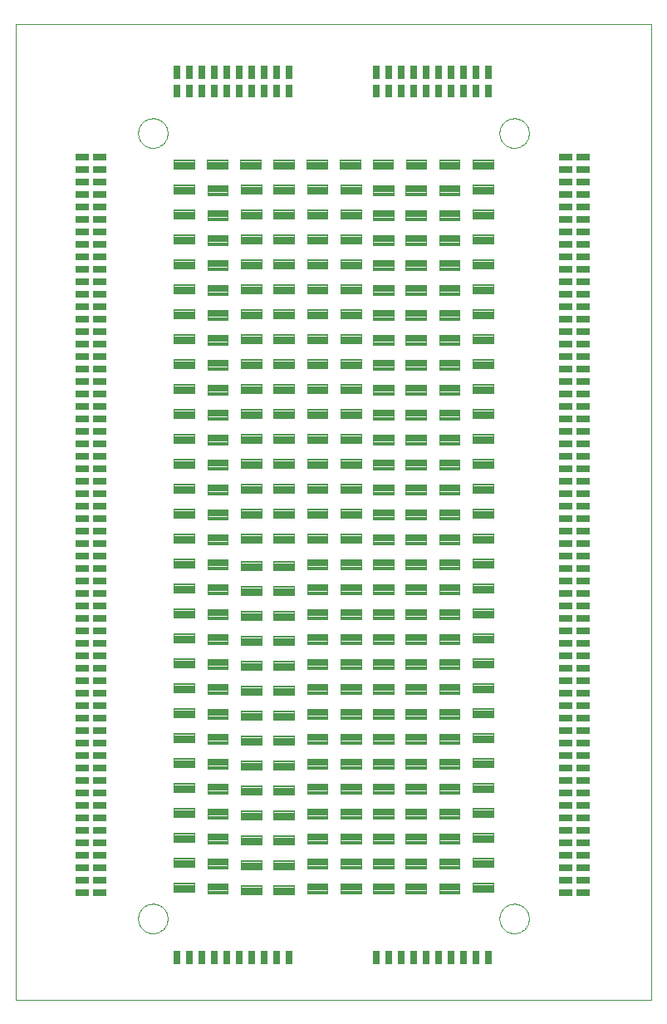
<source format=gtp>
G75*
%MOIN*%
%OFA0B0*%
%FSLAX24Y24*%
%IPPOS*%
%LPD*%
%AMOC8*
5,1,8,0,0,1.08239X$1,22.5*
%
%ADD10C,0.0000*%
%ADD11C,0.0038*%
%ADD12C,0.0022*%
D10*
X000100Y000100D02*
X000100Y039220D01*
X025592Y039220D01*
X025592Y000100D01*
X000100Y000100D01*
X005009Y003350D02*
X005011Y003398D01*
X005017Y003446D01*
X005027Y003493D01*
X005040Y003539D01*
X005058Y003584D01*
X005078Y003628D01*
X005103Y003670D01*
X005131Y003709D01*
X005161Y003746D01*
X005195Y003780D01*
X005232Y003812D01*
X005270Y003841D01*
X005311Y003866D01*
X005354Y003888D01*
X005399Y003906D01*
X005445Y003920D01*
X005492Y003931D01*
X005540Y003938D01*
X005588Y003941D01*
X005636Y003940D01*
X005684Y003935D01*
X005732Y003926D01*
X005778Y003914D01*
X005823Y003897D01*
X005867Y003877D01*
X005909Y003854D01*
X005949Y003827D01*
X005987Y003797D01*
X006022Y003764D01*
X006054Y003728D01*
X006084Y003690D01*
X006110Y003649D01*
X006132Y003606D01*
X006152Y003562D01*
X006167Y003517D01*
X006179Y003470D01*
X006187Y003422D01*
X006191Y003374D01*
X006191Y003326D01*
X006187Y003278D01*
X006179Y003230D01*
X006167Y003183D01*
X006152Y003138D01*
X006132Y003094D01*
X006110Y003051D01*
X006084Y003010D01*
X006054Y002972D01*
X006022Y002936D01*
X005987Y002903D01*
X005949Y002873D01*
X005909Y002846D01*
X005867Y002823D01*
X005823Y002803D01*
X005778Y002786D01*
X005732Y002774D01*
X005684Y002765D01*
X005636Y002760D01*
X005588Y002759D01*
X005540Y002762D01*
X005492Y002769D01*
X005445Y002780D01*
X005399Y002794D01*
X005354Y002812D01*
X005311Y002834D01*
X005270Y002859D01*
X005232Y002888D01*
X005195Y002920D01*
X005161Y002954D01*
X005131Y002991D01*
X005103Y003030D01*
X005078Y003072D01*
X005058Y003116D01*
X005040Y003161D01*
X005027Y003207D01*
X005017Y003254D01*
X005011Y003302D01*
X005009Y003350D01*
X019509Y003350D02*
X019511Y003398D01*
X019517Y003446D01*
X019527Y003493D01*
X019540Y003539D01*
X019558Y003584D01*
X019578Y003628D01*
X019603Y003670D01*
X019631Y003709D01*
X019661Y003746D01*
X019695Y003780D01*
X019732Y003812D01*
X019770Y003841D01*
X019811Y003866D01*
X019854Y003888D01*
X019899Y003906D01*
X019945Y003920D01*
X019992Y003931D01*
X020040Y003938D01*
X020088Y003941D01*
X020136Y003940D01*
X020184Y003935D01*
X020232Y003926D01*
X020278Y003914D01*
X020323Y003897D01*
X020367Y003877D01*
X020409Y003854D01*
X020449Y003827D01*
X020487Y003797D01*
X020522Y003764D01*
X020554Y003728D01*
X020584Y003690D01*
X020610Y003649D01*
X020632Y003606D01*
X020652Y003562D01*
X020667Y003517D01*
X020679Y003470D01*
X020687Y003422D01*
X020691Y003374D01*
X020691Y003326D01*
X020687Y003278D01*
X020679Y003230D01*
X020667Y003183D01*
X020652Y003138D01*
X020632Y003094D01*
X020610Y003051D01*
X020584Y003010D01*
X020554Y002972D01*
X020522Y002936D01*
X020487Y002903D01*
X020449Y002873D01*
X020409Y002846D01*
X020367Y002823D01*
X020323Y002803D01*
X020278Y002786D01*
X020232Y002774D01*
X020184Y002765D01*
X020136Y002760D01*
X020088Y002759D01*
X020040Y002762D01*
X019992Y002769D01*
X019945Y002780D01*
X019899Y002794D01*
X019854Y002812D01*
X019811Y002834D01*
X019770Y002859D01*
X019732Y002888D01*
X019695Y002920D01*
X019661Y002954D01*
X019631Y002991D01*
X019603Y003030D01*
X019578Y003072D01*
X019558Y003116D01*
X019540Y003161D01*
X019527Y003207D01*
X019517Y003254D01*
X019511Y003302D01*
X019509Y003350D01*
X019509Y034850D02*
X019511Y034898D01*
X019517Y034946D01*
X019527Y034993D01*
X019540Y035039D01*
X019558Y035084D01*
X019578Y035128D01*
X019603Y035170D01*
X019631Y035209D01*
X019661Y035246D01*
X019695Y035280D01*
X019732Y035312D01*
X019770Y035341D01*
X019811Y035366D01*
X019854Y035388D01*
X019899Y035406D01*
X019945Y035420D01*
X019992Y035431D01*
X020040Y035438D01*
X020088Y035441D01*
X020136Y035440D01*
X020184Y035435D01*
X020232Y035426D01*
X020278Y035414D01*
X020323Y035397D01*
X020367Y035377D01*
X020409Y035354D01*
X020449Y035327D01*
X020487Y035297D01*
X020522Y035264D01*
X020554Y035228D01*
X020584Y035190D01*
X020610Y035149D01*
X020632Y035106D01*
X020652Y035062D01*
X020667Y035017D01*
X020679Y034970D01*
X020687Y034922D01*
X020691Y034874D01*
X020691Y034826D01*
X020687Y034778D01*
X020679Y034730D01*
X020667Y034683D01*
X020652Y034638D01*
X020632Y034594D01*
X020610Y034551D01*
X020584Y034510D01*
X020554Y034472D01*
X020522Y034436D01*
X020487Y034403D01*
X020449Y034373D01*
X020409Y034346D01*
X020367Y034323D01*
X020323Y034303D01*
X020278Y034286D01*
X020232Y034274D01*
X020184Y034265D01*
X020136Y034260D01*
X020088Y034259D01*
X020040Y034262D01*
X019992Y034269D01*
X019945Y034280D01*
X019899Y034294D01*
X019854Y034312D01*
X019811Y034334D01*
X019770Y034359D01*
X019732Y034388D01*
X019695Y034420D01*
X019661Y034454D01*
X019631Y034491D01*
X019603Y034530D01*
X019578Y034572D01*
X019558Y034616D01*
X019540Y034661D01*
X019527Y034707D01*
X019517Y034754D01*
X019511Y034802D01*
X019509Y034850D01*
X005009Y034850D02*
X005011Y034898D01*
X005017Y034946D01*
X005027Y034993D01*
X005040Y035039D01*
X005058Y035084D01*
X005078Y035128D01*
X005103Y035170D01*
X005131Y035209D01*
X005161Y035246D01*
X005195Y035280D01*
X005232Y035312D01*
X005270Y035341D01*
X005311Y035366D01*
X005354Y035388D01*
X005399Y035406D01*
X005445Y035420D01*
X005492Y035431D01*
X005540Y035438D01*
X005588Y035441D01*
X005636Y035440D01*
X005684Y035435D01*
X005732Y035426D01*
X005778Y035414D01*
X005823Y035397D01*
X005867Y035377D01*
X005909Y035354D01*
X005949Y035327D01*
X005987Y035297D01*
X006022Y035264D01*
X006054Y035228D01*
X006084Y035190D01*
X006110Y035149D01*
X006132Y035106D01*
X006152Y035062D01*
X006167Y035017D01*
X006179Y034970D01*
X006187Y034922D01*
X006191Y034874D01*
X006191Y034826D01*
X006187Y034778D01*
X006179Y034730D01*
X006167Y034683D01*
X006152Y034638D01*
X006132Y034594D01*
X006110Y034551D01*
X006084Y034510D01*
X006054Y034472D01*
X006022Y034436D01*
X005987Y034403D01*
X005949Y034373D01*
X005909Y034346D01*
X005867Y034323D01*
X005823Y034303D01*
X005778Y034286D01*
X005732Y034274D01*
X005684Y034265D01*
X005636Y034260D01*
X005588Y034259D01*
X005540Y034262D01*
X005492Y034269D01*
X005445Y034280D01*
X005399Y034294D01*
X005354Y034312D01*
X005311Y034334D01*
X005270Y034359D01*
X005232Y034388D01*
X005195Y034420D01*
X005161Y034454D01*
X005131Y034491D01*
X005103Y034530D01*
X005078Y034572D01*
X005058Y034616D01*
X005040Y034661D01*
X005027Y034707D01*
X005017Y034754D01*
X005011Y034802D01*
X005009Y034850D01*
D11*
X006439Y033409D02*
X007261Y033409D01*
X006439Y033409D02*
X006439Y033791D01*
X007261Y033791D01*
X007261Y033409D01*
X007261Y033446D02*
X006439Y033446D01*
X006439Y033483D02*
X007261Y033483D01*
X007261Y033520D02*
X006439Y033520D01*
X006439Y033557D02*
X007261Y033557D01*
X007261Y033594D02*
X006439Y033594D01*
X006439Y033631D02*
X007261Y033631D01*
X007261Y033668D02*
X006439Y033668D01*
X006439Y033705D02*
X007261Y033705D01*
X007261Y033742D02*
X006439Y033742D01*
X006439Y033779D02*
X007261Y033779D01*
X007770Y033409D02*
X008592Y033409D01*
X007770Y033409D02*
X007770Y033791D01*
X008592Y033791D01*
X008592Y033409D01*
X008592Y033446D02*
X007770Y033446D01*
X007770Y033483D02*
X008592Y033483D01*
X008592Y033520D02*
X007770Y033520D01*
X007770Y033557D02*
X008592Y033557D01*
X008592Y033594D02*
X007770Y033594D01*
X007770Y033631D02*
X008592Y033631D01*
X008592Y033668D02*
X007770Y033668D01*
X007770Y033705D02*
X008592Y033705D01*
X008592Y033742D02*
X007770Y033742D01*
X007770Y033779D02*
X008592Y033779D01*
X008611Y032359D02*
X007789Y032359D01*
X007789Y032741D01*
X008611Y032741D01*
X008611Y032359D01*
X008611Y032396D02*
X007789Y032396D01*
X007789Y032433D02*
X008611Y032433D01*
X008611Y032470D02*
X007789Y032470D01*
X007789Y032507D02*
X008611Y032507D01*
X008611Y032544D02*
X007789Y032544D01*
X007789Y032581D02*
X008611Y032581D01*
X008611Y032618D02*
X007789Y032618D01*
X007789Y032655D02*
X008611Y032655D01*
X008611Y032692D02*
X007789Y032692D01*
X007789Y032729D02*
X008611Y032729D01*
X008611Y031359D02*
X007789Y031359D01*
X007789Y031741D01*
X008611Y031741D01*
X008611Y031359D01*
X008611Y031396D02*
X007789Y031396D01*
X007789Y031433D02*
X008611Y031433D01*
X008611Y031470D02*
X007789Y031470D01*
X007789Y031507D02*
X008611Y031507D01*
X008611Y031544D02*
X007789Y031544D01*
X007789Y031581D02*
X008611Y031581D01*
X008611Y031618D02*
X007789Y031618D01*
X007789Y031655D02*
X008611Y031655D01*
X008611Y031692D02*
X007789Y031692D01*
X007789Y031729D02*
X008611Y031729D01*
X008611Y030359D02*
X007789Y030359D01*
X007789Y030741D01*
X008611Y030741D01*
X008611Y030359D01*
X008611Y030396D02*
X007789Y030396D01*
X007789Y030433D02*
X008611Y030433D01*
X008611Y030470D02*
X007789Y030470D01*
X007789Y030507D02*
X008611Y030507D01*
X008611Y030544D02*
X007789Y030544D01*
X007789Y030581D02*
X008611Y030581D01*
X008611Y030618D02*
X007789Y030618D01*
X007789Y030655D02*
X008611Y030655D01*
X008611Y030692D02*
X007789Y030692D01*
X007789Y030729D02*
X008611Y030729D01*
X008611Y029359D02*
X007789Y029359D01*
X007789Y029741D01*
X008611Y029741D01*
X008611Y029359D01*
X008611Y029396D02*
X007789Y029396D01*
X007789Y029433D02*
X008611Y029433D01*
X008611Y029470D02*
X007789Y029470D01*
X007789Y029507D02*
X008611Y029507D01*
X008611Y029544D02*
X007789Y029544D01*
X007789Y029581D02*
X008611Y029581D01*
X008611Y029618D02*
X007789Y029618D01*
X007789Y029655D02*
X008611Y029655D01*
X008611Y029692D02*
X007789Y029692D01*
X007789Y029729D02*
X008611Y029729D01*
X008611Y028359D02*
X007789Y028359D01*
X007789Y028741D01*
X008611Y028741D01*
X008611Y028359D01*
X008611Y028396D02*
X007789Y028396D01*
X007789Y028433D02*
X008611Y028433D01*
X008611Y028470D02*
X007789Y028470D01*
X007789Y028507D02*
X008611Y028507D01*
X008611Y028544D02*
X007789Y028544D01*
X007789Y028581D02*
X008611Y028581D01*
X008611Y028618D02*
X007789Y028618D01*
X007789Y028655D02*
X008611Y028655D01*
X008611Y028692D02*
X007789Y028692D01*
X007789Y028729D02*
X008611Y028729D01*
X008611Y027359D02*
X007789Y027359D01*
X007789Y027741D01*
X008611Y027741D01*
X008611Y027359D01*
X008611Y027396D02*
X007789Y027396D01*
X007789Y027433D02*
X008611Y027433D01*
X008611Y027470D02*
X007789Y027470D01*
X007789Y027507D02*
X008611Y027507D01*
X008611Y027544D02*
X007789Y027544D01*
X007789Y027581D02*
X008611Y027581D01*
X008611Y027618D02*
X007789Y027618D01*
X007789Y027655D02*
X008611Y027655D01*
X008611Y027692D02*
X007789Y027692D01*
X007789Y027729D02*
X008611Y027729D01*
X008611Y026359D02*
X007789Y026359D01*
X007789Y026741D01*
X008611Y026741D01*
X008611Y026359D01*
X008611Y026396D02*
X007789Y026396D01*
X007789Y026433D02*
X008611Y026433D01*
X008611Y026470D02*
X007789Y026470D01*
X007789Y026507D02*
X008611Y026507D01*
X008611Y026544D02*
X007789Y026544D01*
X007789Y026581D02*
X008611Y026581D01*
X008611Y026618D02*
X007789Y026618D01*
X007789Y026655D02*
X008611Y026655D01*
X008611Y026692D02*
X007789Y026692D01*
X007789Y026729D02*
X008611Y026729D01*
X008611Y025359D02*
X007789Y025359D01*
X007789Y025741D01*
X008611Y025741D01*
X008611Y025359D01*
X008611Y025396D02*
X007789Y025396D01*
X007789Y025433D02*
X008611Y025433D01*
X008611Y025470D02*
X007789Y025470D01*
X007789Y025507D02*
X008611Y025507D01*
X008611Y025544D02*
X007789Y025544D01*
X007789Y025581D02*
X008611Y025581D01*
X008611Y025618D02*
X007789Y025618D01*
X007789Y025655D02*
X008611Y025655D01*
X008611Y025692D02*
X007789Y025692D01*
X007789Y025729D02*
X008611Y025729D01*
X008611Y024359D02*
X007789Y024359D01*
X007789Y024741D01*
X008611Y024741D01*
X008611Y024359D01*
X008611Y024396D02*
X007789Y024396D01*
X007789Y024433D02*
X008611Y024433D01*
X008611Y024470D02*
X007789Y024470D01*
X007789Y024507D02*
X008611Y024507D01*
X008611Y024544D02*
X007789Y024544D01*
X007789Y024581D02*
X008611Y024581D01*
X008611Y024618D02*
X007789Y024618D01*
X007789Y024655D02*
X008611Y024655D01*
X008611Y024692D02*
X007789Y024692D01*
X007789Y024729D02*
X008611Y024729D01*
X008611Y023359D02*
X007789Y023359D01*
X007789Y023741D01*
X008611Y023741D01*
X008611Y023359D01*
X008611Y023396D02*
X007789Y023396D01*
X007789Y023433D02*
X008611Y023433D01*
X008611Y023470D02*
X007789Y023470D01*
X007789Y023507D02*
X008611Y023507D01*
X008611Y023544D02*
X007789Y023544D01*
X007789Y023581D02*
X008611Y023581D01*
X008611Y023618D02*
X007789Y023618D01*
X007789Y023655D02*
X008611Y023655D01*
X008611Y023692D02*
X007789Y023692D01*
X007789Y023729D02*
X008611Y023729D01*
X008611Y022359D02*
X007789Y022359D01*
X007789Y022741D01*
X008611Y022741D01*
X008611Y022359D01*
X008611Y022396D02*
X007789Y022396D01*
X007789Y022433D02*
X008611Y022433D01*
X008611Y022470D02*
X007789Y022470D01*
X007789Y022507D02*
X008611Y022507D01*
X008611Y022544D02*
X007789Y022544D01*
X007789Y022581D02*
X008611Y022581D01*
X008611Y022618D02*
X007789Y022618D01*
X007789Y022655D02*
X008611Y022655D01*
X008611Y022692D02*
X007789Y022692D01*
X007789Y022729D02*
X008611Y022729D01*
X008611Y021359D02*
X007789Y021359D01*
X007789Y021741D01*
X008611Y021741D01*
X008611Y021359D01*
X008611Y021396D02*
X007789Y021396D01*
X007789Y021433D02*
X008611Y021433D01*
X008611Y021470D02*
X007789Y021470D01*
X007789Y021507D02*
X008611Y021507D01*
X008611Y021544D02*
X007789Y021544D01*
X007789Y021581D02*
X008611Y021581D01*
X008611Y021618D02*
X007789Y021618D01*
X007789Y021655D02*
X008611Y021655D01*
X008611Y021692D02*
X007789Y021692D01*
X007789Y021729D02*
X008611Y021729D01*
X008611Y020359D02*
X007789Y020359D01*
X007789Y020741D01*
X008611Y020741D01*
X008611Y020359D01*
X008611Y020396D02*
X007789Y020396D01*
X007789Y020433D02*
X008611Y020433D01*
X008611Y020470D02*
X007789Y020470D01*
X007789Y020507D02*
X008611Y020507D01*
X008611Y020544D02*
X007789Y020544D01*
X007789Y020581D02*
X008611Y020581D01*
X008611Y020618D02*
X007789Y020618D01*
X007789Y020655D02*
X008611Y020655D01*
X008611Y020692D02*
X007789Y020692D01*
X007789Y020729D02*
X008611Y020729D01*
X008611Y019359D02*
X007789Y019359D01*
X007789Y019741D01*
X008611Y019741D01*
X008611Y019359D01*
X008611Y019396D02*
X007789Y019396D01*
X007789Y019433D02*
X008611Y019433D01*
X008611Y019470D02*
X007789Y019470D01*
X007789Y019507D02*
X008611Y019507D01*
X008611Y019544D02*
X007789Y019544D01*
X007789Y019581D02*
X008611Y019581D01*
X008611Y019618D02*
X007789Y019618D01*
X007789Y019655D02*
X008611Y019655D01*
X008611Y019692D02*
X007789Y019692D01*
X007789Y019729D02*
X008611Y019729D01*
X008611Y018359D02*
X007789Y018359D01*
X007789Y018741D01*
X008611Y018741D01*
X008611Y018359D01*
X008611Y018396D02*
X007789Y018396D01*
X007789Y018433D02*
X008611Y018433D01*
X008611Y018470D02*
X007789Y018470D01*
X007789Y018507D02*
X008611Y018507D01*
X008611Y018544D02*
X007789Y018544D01*
X007789Y018581D02*
X008611Y018581D01*
X008611Y018618D02*
X007789Y018618D01*
X007789Y018655D02*
X008611Y018655D01*
X008611Y018692D02*
X007789Y018692D01*
X007789Y018729D02*
X008611Y018729D01*
X008611Y017359D02*
X007789Y017359D01*
X007789Y017741D01*
X008611Y017741D01*
X008611Y017359D01*
X008611Y017396D02*
X007789Y017396D01*
X007789Y017433D02*
X008611Y017433D01*
X008611Y017470D02*
X007789Y017470D01*
X007789Y017507D02*
X008611Y017507D01*
X008611Y017544D02*
X007789Y017544D01*
X007789Y017581D02*
X008611Y017581D01*
X008611Y017618D02*
X007789Y017618D01*
X007789Y017655D02*
X008611Y017655D01*
X008611Y017692D02*
X007789Y017692D01*
X007789Y017729D02*
X008611Y017729D01*
X008611Y016359D02*
X007789Y016359D01*
X007789Y016741D01*
X008611Y016741D01*
X008611Y016359D01*
X008611Y016396D02*
X007789Y016396D01*
X007789Y016433D02*
X008611Y016433D01*
X008611Y016470D02*
X007789Y016470D01*
X007789Y016507D02*
X008611Y016507D01*
X008611Y016544D02*
X007789Y016544D01*
X007789Y016581D02*
X008611Y016581D01*
X008611Y016618D02*
X007789Y016618D01*
X007789Y016655D02*
X008611Y016655D01*
X008611Y016692D02*
X007789Y016692D01*
X007789Y016729D02*
X008611Y016729D01*
X008611Y015359D02*
X007789Y015359D01*
X007789Y015741D01*
X008611Y015741D01*
X008611Y015359D01*
X008611Y015396D02*
X007789Y015396D01*
X007789Y015433D02*
X008611Y015433D01*
X008611Y015470D02*
X007789Y015470D01*
X007789Y015507D02*
X008611Y015507D01*
X008611Y015544D02*
X007789Y015544D01*
X007789Y015581D02*
X008611Y015581D01*
X008611Y015618D02*
X007789Y015618D01*
X007789Y015655D02*
X008611Y015655D01*
X008611Y015692D02*
X007789Y015692D01*
X007789Y015729D02*
X008611Y015729D01*
X008611Y014359D02*
X007789Y014359D01*
X007789Y014741D01*
X008611Y014741D01*
X008611Y014359D01*
X008611Y014396D02*
X007789Y014396D01*
X007789Y014433D02*
X008611Y014433D01*
X008611Y014470D02*
X007789Y014470D01*
X007789Y014507D02*
X008611Y014507D01*
X008611Y014544D02*
X007789Y014544D01*
X007789Y014581D02*
X008611Y014581D01*
X008611Y014618D02*
X007789Y014618D01*
X007789Y014655D02*
X008611Y014655D01*
X008611Y014692D02*
X007789Y014692D01*
X007789Y014729D02*
X008611Y014729D01*
X008611Y013359D02*
X007789Y013359D01*
X007789Y013741D01*
X008611Y013741D01*
X008611Y013359D01*
X008611Y013396D02*
X007789Y013396D01*
X007789Y013433D02*
X008611Y013433D01*
X008611Y013470D02*
X007789Y013470D01*
X007789Y013507D02*
X008611Y013507D01*
X008611Y013544D02*
X007789Y013544D01*
X007789Y013581D02*
X008611Y013581D01*
X008611Y013618D02*
X007789Y013618D01*
X007789Y013655D02*
X008611Y013655D01*
X008611Y013692D02*
X007789Y013692D01*
X007789Y013729D02*
X008611Y013729D01*
X008611Y012359D02*
X007789Y012359D01*
X007789Y012741D01*
X008611Y012741D01*
X008611Y012359D01*
X008611Y012396D02*
X007789Y012396D01*
X007789Y012433D02*
X008611Y012433D01*
X008611Y012470D02*
X007789Y012470D01*
X007789Y012507D02*
X008611Y012507D01*
X008611Y012544D02*
X007789Y012544D01*
X007789Y012581D02*
X008611Y012581D01*
X008611Y012618D02*
X007789Y012618D01*
X007789Y012655D02*
X008611Y012655D01*
X008611Y012692D02*
X007789Y012692D01*
X007789Y012729D02*
X008611Y012729D01*
X008611Y011359D02*
X007789Y011359D01*
X007789Y011741D01*
X008611Y011741D01*
X008611Y011359D01*
X008611Y011396D02*
X007789Y011396D01*
X007789Y011433D02*
X008611Y011433D01*
X008611Y011470D02*
X007789Y011470D01*
X007789Y011507D02*
X008611Y011507D01*
X008611Y011544D02*
X007789Y011544D01*
X007789Y011581D02*
X008611Y011581D01*
X008611Y011618D02*
X007789Y011618D01*
X007789Y011655D02*
X008611Y011655D01*
X008611Y011692D02*
X007789Y011692D01*
X007789Y011729D02*
X008611Y011729D01*
X008611Y010359D02*
X007789Y010359D01*
X007789Y010741D01*
X008611Y010741D01*
X008611Y010359D01*
X008611Y010396D02*
X007789Y010396D01*
X007789Y010433D02*
X008611Y010433D01*
X008611Y010470D02*
X007789Y010470D01*
X007789Y010507D02*
X008611Y010507D01*
X008611Y010544D02*
X007789Y010544D01*
X007789Y010581D02*
X008611Y010581D01*
X008611Y010618D02*
X007789Y010618D01*
X007789Y010655D02*
X008611Y010655D01*
X008611Y010692D02*
X007789Y010692D01*
X007789Y010729D02*
X008611Y010729D01*
X008611Y009359D02*
X007789Y009359D01*
X007789Y009741D01*
X008611Y009741D01*
X008611Y009359D01*
X008611Y009396D02*
X007789Y009396D01*
X007789Y009433D02*
X008611Y009433D01*
X008611Y009470D02*
X007789Y009470D01*
X007789Y009507D02*
X008611Y009507D01*
X008611Y009544D02*
X007789Y009544D01*
X007789Y009581D02*
X008611Y009581D01*
X008611Y009618D02*
X007789Y009618D01*
X007789Y009655D02*
X008611Y009655D01*
X008611Y009692D02*
X007789Y009692D01*
X007789Y009729D02*
X008611Y009729D01*
X008611Y008359D02*
X007789Y008359D01*
X007789Y008741D01*
X008611Y008741D01*
X008611Y008359D01*
X008611Y008396D02*
X007789Y008396D01*
X007789Y008433D02*
X008611Y008433D01*
X008611Y008470D02*
X007789Y008470D01*
X007789Y008507D02*
X008611Y008507D01*
X008611Y008544D02*
X007789Y008544D01*
X007789Y008581D02*
X008611Y008581D01*
X008611Y008618D02*
X007789Y008618D01*
X007789Y008655D02*
X008611Y008655D01*
X008611Y008692D02*
X007789Y008692D01*
X007789Y008729D02*
X008611Y008729D01*
X008611Y007359D02*
X007789Y007359D01*
X007789Y007741D01*
X008611Y007741D01*
X008611Y007359D01*
X008611Y007396D02*
X007789Y007396D01*
X007789Y007433D02*
X008611Y007433D01*
X008611Y007470D02*
X007789Y007470D01*
X007789Y007507D02*
X008611Y007507D01*
X008611Y007544D02*
X007789Y007544D01*
X007789Y007581D02*
X008611Y007581D01*
X008611Y007618D02*
X007789Y007618D01*
X007789Y007655D02*
X008611Y007655D01*
X008611Y007692D02*
X007789Y007692D01*
X007789Y007729D02*
X008611Y007729D01*
X008611Y006359D02*
X007789Y006359D01*
X007789Y006741D01*
X008611Y006741D01*
X008611Y006359D01*
X008611Y006396D02*
X007789Y006396D01*
X007789Y006433D02*
X008611Y006433D01*
X008611Y006470D02*
X007789Y006470D01*
X007789Y006507D02*
X008611Y006507D01*
X008611Y006544D02*
X007789Y006544D01*
X007789Y006581D02*
X008611Y006581D01*
X008611Y006618D02*
X007789Y006618D01*
X007789Y006655D02*
X008611Y006655D01*
X008611Y006692D02*
X007789Y006692D01*
X007789Y006729D02*
X008611Y006729D01*
X008611Y005359D02*
X007789Y005359D01*
X007789Y005741D01*
X008611Y005741D01*
X008611Y005359D01*
X008611Y005396D02*
X007789Y005396D01*
X007789Y005433D02*
X008611Y005433D01*
X008611Y005470D02*
X007789Y005470D01*
X007789Y005507D02*
X008611Y005507D01*
X008611Y005544D02*
X007789Y005544D01*
X007789Y005581D02*
X008611Y005581D01*
X008611Y005618D02*
X007789Y005618D01*
X007789Y005655D02*
X008611Y005655D01*
X008611Y005692D02*
X007789Y005692D01*
X007789Y005729D02*
X008611Y005729D01*
X008611Y004359D02*
X007789Y004359D01*
X007789Y004741D01*
X008611Y004741D01*
X008611Y004359D01*
X008611Y004396D02*
X007789Y004396D01*
X007789Y004433D02*
X008611Y004433D01*
X008611Y004470D02*
X007789Y004470D01*
X007789Y004507D02*
X008611Y004507D01*
X008611Y004544D02*
X007789Y004544D01*
X007789Y004581D02*
X008611Y004581D01*
X008611Y004618D02*
X007789Y004618D01*
X007789Y004655D02*
X008611Y004655D01*
X008611Y004692D02*
X007789Y004692D01*
X007789Y004729D02*
X008611Y004729D01*
X009139Y004309D02*
X009961Y004309D01*
X009139Y004309D02*
X009139Y004691D01*
X009961Y004691D01*
X009961Y004309D01*
X009961Y004346D02*
X009139Y004346D01*
X009139Y004383D02*
X009961Y004383D01*
X009961Y004420D02*
X009139Y004420D01*
X009139Y004457D02*
X009961Y004457D01*
X009961Y004494D02*
X009139Y004494D01*
X009139Y004531D02*
X009961Y004531D01*
X009961Y004568D02*
X009139Y004568D01*
X009139Y004605D02*
X009961Y004605D01*
X009961Y004642D02*
X009139Y004642D01*
X009139Y004679D02*
X009961Y004679D01*
X009961Y005309D02*
X009139Y005309D01*
X009139Y005691D01*
X009961Y005691D01*
X009961Y005309D01*
X009961Y005346D02*
X009139Y005346D01*
X009139Y005383D02*
X009961Y005383D01*
X009961Y005420D02*
X009139Y005420D01*
X009139Y005457D02*
X009961Y005457D01*
X009961Y005494D02*
X009139Y005494D01*
X009139Y005531D02*
X009961Y005531D01*
X009961Y005568D02*
X009139Y005568D01*
X009139Y005605D02*
X009961Y005605D01*
X009961Y005642D02*
X009139Y005642D01*
X009139Y005679D02*
X009961Y005679D01*
X009961Y006309D02*
X009139Y006309D01*
X009139Y006691D01*
X009961Y006691D01*
X009961Y006309D01*
X009961Y006346D02*
X009139Y006346D01*
X009139Y006383D02*
X009961Y006383D01*
X009961Y006420D02*
X009139Y006420D01*
X009139Y006457D02*
X009961Y006457D01*
X009961Y006494D02*
X009139Y006494D01*
X009139Y006531D02*
X009961Y006531D01*
X009961Y006568D02*
X009139Y006568D01*
X009139Y006605D02*
X009961Y006605D01*
X009961Y006642D02*
X009139Y006642D01*
X009139Y006679D02*
X009961Y006679D01*
X009961Y007309D02*
X009139Y007309D01*
X009139Y007691D01*
X009961Y007691D01*
X009961Y007309D01*
X009961Y007346D02*
X009139Y007346D01*
X009139Y007383D02*
X009961Y007383D01*
X009961Y007420D02*
X009139Y007420D01*
X009139Y007457D02*
X009961Y007457D01*
X009961Y007494D02*
X009139Y007494D01*
X009139Y007531D02*
X009961Y007531D01*
X009961Y007568D02*
X009139Y007568D01*
X009139Y007605D02*
X009961Y007605D01*
X009961Y007642D02*
X009139Y007642D01*
X009139Y007679D02*
X009961Y007679D01*
X009961Y008309D02*
X009139Y008309D01*
X009139Y008691D01*
X009961Y008691D01*
X009961Y008309D01*
X009961Y008346D02*
X009139Y008346D01*
X009139Y008383D02*
X009961Y008383D01*
X009961Y008420D02*
X009139Y008420D01*
X009139Y008457D02*
X009961Y008457D01*
X009961Y008494D02*
X009139Y008494D01*
X009139Y008531D02*
X009961Y008531D01*
X009961Y008568D02*
X009139Y008568D01*
X009139Y008605D02*
X009961Y008605D01*
X009961Y008642D02*
X009139Y008642D01*
X009139Y008679D02*
X009961Y008679D01*
X009961Y009309D02*
X009139Y009309D01*
X009139Y009691D01*
X009961Y009691D01*
X009961Y009309D01*
X009961Y009346D02*
X009139Y009346D01*
X009139Y009383D02*
X009961Y009383D01*
X009961Y009420D02*
X009139Y009420D01*
X009139Y009457D02*
X009961Y009457D01*
X009961Y009494D02*
X009139Y009494D01*
X009139Y009531D02*
X009961Y009531D01*
X009961Y009568D02*
X009139Y009568D01*
X009139Y009605D02*
X009961Y009605D01*
X009961Y009642D02*
X009139Y009642D01*
X009139Y009679D02*
X009961Y009679D01*
X009961Y010309D02*
X009139Y010309D01*
X009139Y010691D01*
X009961Y010691D01*
X009961Y010309D01*
X009961Y010346D02*
X009139Y010346D01*
X009139Y010383D02*
X009961Y010383D01*
X009961Y010420D02*
X009139Y010420D01*
X009139Y010457D02*
X009961Y010457D01*
X009961Y010494D02*
X009139Y010494D01*
X009139Y010531D02*
X009961Y010531D01*
X009961Y010568D02*
X009139Y010568D01*
X009139Y010605D02*
X009961Y010605D01*
X009961Y010642D02*
X009139Y010642D01*
X009139Y010679D02*
X009961Y010679D01*
X009961Y011309D02*
X009139Y011309D01*
X009139Y011691D01*
X009961Y011691D01*
X009961Y011309D01*
X009961Y011346D02*
X009139Y011346D01*
X009139Y011383D02*
X009961Y011383D01*
X009961Y011420D02*
X009139Y011420D01*
X009139Y011457D02*
X009961Y011457D01*
X009961Y011494D02*
X009139Y011494D01*
X009139Y011531D02*
X009961Y011531D01*
X009961Y011568D02*
X009139Y011568D01*
X009139Y011605D02*
X009961Y011605D01*
X009961Y011642D02*
X009139Y011642D01*
X009139Y011679D02*
X009961Y011679D01*
X009961Y012309D02*
X009139Y012309D01*
X009139Y012691D01*
X009961Y012691D01*
X009961Y012309D01*
X009961Y012346D02*
X009139Y012346D01*
X009139Y012383D02*
X009961Y012383D01*
X009961Y012420D02*
X009139Y012420D01*
X009139Y012457D02*
X009961Y012457D01*
X009961Y012494D02*
X009139Y012494D01*
X009139Y012531D02*
X009961Y012531D01*
X009961Y012568D02*
X009139Y012568D01*
X009139Y012605D02*
X009961Y012605D01*
X009961Y012642D02*
X009139Y012642D01*
X009139Y012679D02*
X009961Y012679D01*
X009961Y013309D02*
X009139Y013309D01*
X009139Y013691D01*
X009961Y013691D01*
X009961Y013309D01*
X009961Y013346D02*
X009139Y013346D01*
X009139Y013383D02*
X009961Y013383D01*
X009961Y013420D02*
X009139Y013420D01*
X009139Y013457D02*
X009961Y013457D01*
X009961Y013494D02*
X009139Y013494D01*
X009139Y013531D02*
X009961Y013531D01*
X009961Y013568D02*
X009139Y013568D01*
X009139Y013605D02*
X009961Y013605D01*
X009961Y013642D02*
X009139Y013642D01*
X009139Y013679D02*
X009961Y013679D01*
X009961Y014309D02*
X009139Y014309D01*
X009139Y014691D01*
X009961Y014691D01*
X009961Y014309D01*
X009961Y014346D02*
X009139Y014346D01*
X009139Y014383D02*
X009961Y014383D01*
X009961Y014420D02*
X009139Y014420D01*
X009139Y014457D02*
X009961Y014457D01*
X009961Y014494D02*
X009139Y014494D01*
X009139Y014531D02*
X009961Y014531D01*
X009961Y014568D02*
X009139Y014568D01*
X009139Y014605D02*
X009961Y014605D01*
X009961Y014642D02*
X009139Y014642D01*
X009139Y014679D02*
X009961Y014679D01*
X009961Y015309D02*
X009139Y015309D01*
X009139Y015691D01*
X009961Y015691D01*
X009961Y015309D01*
X009961Y015346D02*
X009139Y015346D01*
X009139Y015383D02*
X009961Y015383D01*
X009961Y015420D02*
X009139Y015420D01*
X009139Y015457D02*
X009961Y015457D01*
X009961Y015494D02*
X009139Y015494D01*
X009139Y015531D02*
X009961Y015531D01*
X009961Y015568D02*
X009139Y015568D01*
X009139Y015605D02*
X009961Y015605D01*
X009961Y015642D02*
X009139Y015642D01*
X009139Y015679D02*
X009961Y015679D01*
X009961Y016309D02*
X009139Y016309D01*
X009139Y016691D01*
X009961Y016691D01*
X009961Y016309D01*
X009961Y016346D02*
X009139Y016346D01*
X009139Y016383D02*
X009961Y016383D01*
X009961Y016420D02*
X009139Y016420D01*
X009139Y016457D02*
X009961Y016457D01*
X009961Y016494D02*
X009139Y016494D01*
X009139Y016531D02*
X009961Y016531D01*
X009961Y016568D02*
X009139Y016568D01*
X009139Y016605D02*
X009961Y016605D01*
X009961Y016642D02*
X009139Y016642D01*
X009139Y016679D02*
X009961Y016679D01*
X009961Y017309D02*
X009139Y017309D01*
X009139Y017691D01*
X009961Y017691D01*
X009961Y017309D01*
X009961Y017346D02*
X009139Y017346D01*
X009139Y017383D02*
X009961Y017383D01*
X009961Y017420D02*
X009139Y017420D01*
X009139Y017457D02*
X009961Y017457D01*
X009961Y017494D02*
X009139Y017494D01*
X009139Y017531D02*
X009961Y017531D01*
X009961Y017568D02*
X009139Y017568D01*
X009139Y017605D02*
X009961Y017605D01*
X009961Y017642D02*
X009139Y017642D01*
X009139Y017679D02*
X009961Y017679D01*
X009961Y018409D02*
X009139Y018409D01*
X009139Y018791D01*
X009961Y018791D01*
X009961Y018409D01*
X009961Y018446D02*
X009139Y018446D01*
X009139Y018483D02*
X009961Y018483D01*
X009961Y018520D02*
X009139Y018520D01*
X009139Y018557D02*
X009961Y018557D01*
X009961Y018594D02*
X009139Y018594D01*
X009139Y018631D02*
X009961Y018631D01*
X009961Y018668D02*
X009139Y018668D01*
X009139Y018705D02*
X009961Y018705D01*
X009961Y018742D02*
X009139Y018742D01*
X009139Y018779D02*
X009961Y018779D01*
X009961Y019409D02*
X009139Y019409D01*
X009139Y019791D01*
X009961Y019791D01*
X009961Y019409D01*
X009961Y019446D02*
X009139Y019446D01*
X009139Y019483D02*
X009961Y019483D01*
X009961Y019520D02*
X009139Y019520D01*
X009139Y019557D02*
X009961Y019557D01*
X009961Y019594D02*
X009139Y019594D01*
X009139Y019631D02*
X009961Y019631D01*
X009961Y019668D02*
X009139Y019668D01*
X009139Y019705D02*
X009961Y019705D01*
X009961Y019742D02*
X009139Y019742D01*
X009139Y019779D02*
X009961Y019779D01*
X009961Y020409D02*
X009139Y020409D01*
X009139Y020791D01*
X009961Y020791D01*
X009961Y020409D01*
X009961Y020446D02*
X009139Y020446D01*
X009139Y020483D02*
X009961Y020483D01*
X009961Y020520D02*
X009139Y020520D01*
X009139Y020557D02*
X009961Y020557D01*
X009961Y020594D02*
X009139Y020594D01*
X009139Y020631D02*
X009961Y020631D01*
X009961Y020668D02*
X009139Y020668D01*
X009139Y020705D02*
X009961Y020705D01*
X009961Y020742D02*
X009139Y020742D01*
X009139Y020779D02*
X009961Y020779D01*
X009961Y021409D02*
X009139Y021409D01*
X009139Y021791D01*
X009961Y021791D01*
X009961Y021409D01*
X009961Y021446D02*
X009139Y021446D01*
X009139Y021483D02*
X009961Y021483D01*
X009961Y021520D02*
X009139Y021520D01*
X009139Y021557D02*
X009961Y021557D01*
X009961Y021594D02*
X009139Y021594D01*
X009139Y021631D02*
X009961Y021631D01*
X009961Y021668D02*
X009139Y021668D01*
X009139Y021705D02*
X009961Y021705D01*
X009961Y021742D02*
X009139Y021742D01*
X009139Y021779D02*
X009961Y021779D01*
X009961Y022409D02*
X009139Y022409D01*
X009139Y022791D01*
X009961Y022791D01*
X009961Y022409D01*
X009961Y022446D02*
X009139Y022446D01*
X009139Y022483D02*
X009961Y022483D01*
X009961Y022520D02*
X009139Y022520D01*
X009139Y022557D02*
X009961Y022557D01*
X009961Y022594D02*
X009139Y022594D01*
X009139Y022631D02*
X009961Y022631D01*
X009961Y022668D02*
X009139Y022668D01*
X009139Y022705D02*
X009961Y022705D01*
X009961Y022742D02*
X009139Y022742D01*
X009139Y022779D02*
X009961Y022779D01*
X009961Y023409D02*
X009139Y023409D01*
X009139Y023791D01*
X009961Y023791D01*
X009961Y023409D01*
X009961Y023446D02*
X009139Y023446D01*
X009139Y023483D02*
X009961Y023483D01*
X009961Y023520D02*
X009139Y023520D01*
X009139Y023557D02*
X009961Y023557D01*
X009961Y023594D02*
X009139Y023594D01*
X009139Y023631D02*
X009961Y023631D01*
X009961Y023668D02*
X009139Y023668D01*
X009139Y023705D02*
X009961Y023705D01*
X009961Y023742D02*
X009139Y023742D01*
X009139Y023779D02*
X009961Y023779D01*
X009961Y024409D02*
X009139Y024409D01*
X009139Y024791D01*
X009961Y024791D01*
X009961Y024409D01*
X009961Y024446D02*
X009139Y024446D01*
X009139Y024483D02*
X009961Y024483D01*
X009961Y024520D02*
X009139Y024520D01*
X009139Y024557D02*
X009961Y024557D01*
X009961Y024594D02*
X009139Y024594D01*
X009139Y024631D02*
X009961Y024631D01*
X009961Y024668D02*
X009139Y024668D01*
X009139Y024705D02*
X009961Y024705D01*
X009961Y024742D02*
X009139Y024742D01*
X009139Y024779D02*
X009961Y024779D01*
X009961Y025409D02*
X009139Y025409D01*
X009139Y025791D01*
X009961Y025791D01*
X009961Y025409D01*
X009961Y025446D02*
X009139Y025446D01*
X009139Y025483D02*
X009961Y025483D01*
X009961Y025520D02*
X009139Y025520D01*
X009139Y025557D02*
X009961Y025557D01*
X009961Y025594D02*
X009139Y025594D01*
X009139Y025631D02*
X009961Y025631D01*
X009961Y025668D02*
X009139Y025668D01*
X009139Y025705D02*
X009961Y025705D01*
X009961Y025742D02*
X009139Y025742D01*
X009139Y025779D02*
X009961Y025779D01*
X009961Y026409D02*
X009139Y026409D01*
X009139Y026791D01*
X009961Y026791D01*
X009961Y026409D01*
X009961Y026446D02*
X009139Y026446D01*
X009139Y026483D02*
X009961Y026483D01*
X009961Y026520D02*
X009139Y026520D01*
X009139Y026557D02*
X009961Y026557D01*
X009961Y026594D02*
X009139Y026594D01*
X009139Y026631D02*
X009961Y026631D01*
X009961Y026668D02*
X009139Y026668D01*
X009139Y026705D02*
X009961Y026705D01*
X009961Y026742D02*
X009139Y026742D01*
X009139Y026779D02*
X009961Y026779D01*
X009961Y027409D02*
X009139Y027409D01*
X009139Y027791D01*
X009961Y027791D01*
X009961Y027409D01*
X009961Y027446D02*
X009139Y027446D01*
X009139Y027483D02*
X009961Y027483D01*
X009961Y027520D02*
X009139Y027520D01*
X009139Y027557D02*
X009961Y027557D01*
X009961Y027594D02*
X009139Y027594D01*
X009139Y027631D02*
X009961Y027631D01*
X009961Y027668D02*
X009139Y027668D01*
X009139Y027705D02*
X009961Y027705D01*
X009961Y027742D02*
X009139Y027742D01*
X009139Y027779D02*
X009961Y027779D01*
X009961Y028409D02*
X009139Y028409D01*
X009139Y028791D01*
X009961Y028791D01*
X009961Y028409D01*
X009961Y028446D02*
X009139Y028446D01*
X009139Y028483D02*
X009961Y028483D01*
X009961Y028520D02*
X009139Y028520D01*
X009139Y028557D02*
X009961Y028557D01*
X009961Y028594D02*
X009139Y028594D01*
X009139Y028631D02*
X009961Y028631D01*
X009961Y028668D02*
X009139Y028668D01*
X009139Y028705D02*
X009961Y028705D01*
X009961Y028742D02*
X009139Y028742D01*
X009139Y028779D02*
X009961Y028779D01*
X009961Y029409D02*
X009139Y029409D01*
X009139Y029791D01*
X009961Y029791D01*
X009961Y029409D01*
X009961Y029446D02*
X009139Y029446D01*
X009139Y029483D02*
X009961Y029483D01*
X009961Y029520D02*
X009139Y029520D01*
X009139Y029557D02*
X009961Y029557D01*
X009961Y029594D02*
X009139Y029594D01*
X009139Y029631D02*
X009961Y029631D01*
X009961Y029668D02*
X009139Y029668D01*
X009139Y029705D02*
X009961Y029705D01*
X009961Y029742D02*
X009139Y029742D01*
X009139Y029779D02*
X009961Y029779D01*
X009961Y030409D02*
X009139Y030409D01*
X009139Y030791D01*
X009961Y030791D01*
X009961Y030409D01*
X009961Y030446D02*
X009139Y030446D01*
X009139Y030483D02*
X009961Y030483D01*
X009961Y030520D02*
X009139Y030520D01*
X009139Y030557D02*
X009961Y030557D01*
X009961Y030594D02*
X009139Y030594D01*
X009139Y030631D02*
X009961Y030631D01*
X009961Y030668D02*
X009139Y030668D01*
X009139Y030705D02*
X009961Y030705D01*
X009961Y030742D02*
X009139Y030742D01*
X009139Y030779D02*
X009961Y030779D01*
X009961Y031409D02*
X009139Y031409D01*
X009139Y031791D01*
X009961Y031791D01*
X009961Y031409D01*
X009961Y031446D02*
X009139Y031446D01*
X009139Y031483D02*
X009961Y031483D01*
X009961Y031520D02*
X009139Y031520D01*
X009139Y031557D02*
X009961Y031557D01*
X009961Y031594D02*
X009139Y031594D01*
X009139Y031631D02*
X009961Y031631D01*
X009961Y031668D02*
X009139Y031668D01*
X009139Y031705D02*
X009961Y031705D01*
X009961Y031742D02*
X009139Y031742D01*
X009139Y031779D02*
X009961Y031779D01*
X009961Y032409D02*
X009139Y032409D01*
X009139Y032791D01*
X009961Y032791D01*
X009961Y032409D01*
X009961Y032446D02*
X009139Y032446D01*
X009139Y032483D02*
X009961Y032483D01*
X009961Y032520D02*
X009139Y032520D01*
X009139Y032557D02*
X009961Y032557D01*
X009961Y032594D02*
X009139Y032594D01*
X009139Y032631D02*
X009961Y032631D01*
X009961Y032668D02*
X009139Y032668D01*
X009139Y032705D02*
X009961Y032705D01*
X009961Y032742D02*
X009139Y032742D01*
X009139Y032779D02*
X009961Y032779D01*
X009922Y033409D02*
X009100Y033409D01*
X009100Y033791D01*
X009922Y033791D01*
X009922Y033409D01*
X009922Y033446D02*
X009100Y033446D01*
X009100Y033483D02*
X009922Y033483D01*
X009922Y033520D02*
X009100Y033520D01*
X009100Y033557D02*
X009922Y033557D01*
X009922Y033594D02*
X009100Y033594D01*
X009100Y033631D02*
X009922Y033631D01*
X009922Y033668D02*
X009100Y033668D01*
X009100Y033705D02*
X009922Y033705D01*
X009922Y033742D02*
X009100Y033742D01*
X009100Y033779D02*
X009922Y033779D01*
X010431Y033409D02*
X011253Y033409D01*
X010431Y033409D02*
X010431Y033791D01*
X011253Y033791D01*
X011253Y033409D01*
X011253Y033446D02*
X010431Y033446D01*
X010431Y033483D02*
X011253Y033483D01*
X011253Y033520D02*
X010431Y033520D01*
X010431Y033557D02*
X011253Y033557D01*
X011253Y033594D02*
X010431Y033594D01*
X010431Y033631D02*
X011253Y033631D01*
X011253Y033668D02*
X010431Y033668D01*
X010431Y033705D02*
X011253Y033705D01*
X011253Y033742D02*
X010431Y033742D01*
X010431Y033779D02*
X011253Y033779D01*
X011261Y032409D02*
X010439Y032409D01*
X010439Y032791D01*
X011261Y032791D01*
X011261Y032409D01*
X011261Y032446D02*
X010439Y032446D01*
X010439Y032483D02*
X011261Y032483D01*
X011261Y032520D02*
X010439Y032520D01*
X010439Y032557D02*
X011261Y032557D01*
X011261Y032594D02*
X010439Y032594D01*
X010439Y032631D02*
X011261Y032631D01*
X011261Y032668D02*
X010439Y032668D01*
X010439Y032705D02*
X011261Y032705D01*
X011261Y032742D02*
X010439Y032742D01*
X010439Y032779D02*
X011261Y032779D01*
X011261Y031409D02*
X010439Y031409D01*
X010439Y031791D01*
X011261Y031791D01*
X011261Y031409D01*
X011261Y031446D02*
X010439Y031446D01*
X010439Y031483D02*
X011261Y031483D01*
X011261Y031520D02*
X010439Y031520D01*
X010439Y031557D02*
X011261Y031557D01*
X011261Y031594D02*
X010439Y031594D01*
X010439Y031631D02*
X011261Y031631D01*
X011261Y031668D02*
X010439Y031668D01*
X010439Y031705D02*
X011261Y031705D01*
X011261Y031742D02*
X010439Y031742D01*
X010439Y031779D02*
X011261Y031779D01*
X011261Y030409D02*
X010439Y030409D01*
X010439Y030791D01*
X011261Y030791D01*
X011261Y030409D01*
X011261Y030446D02*
X010439Y030446D01*
X010439Y030483D02*
X011261Y030483D01*
X011261Y030520D02*
X010439Y030520D01*
X010439Y030557D02*
X011261Y030557D01*
X011261Y030594D02*
X010439Y030594D01*
X010439Y030631D02*
X011261Y030631D01*
X011261Y030668D02*
X010439Y030668D01*
X010439Y030705D02*
X011261Y030705D01*
X011261Y030742D02*
X010439Y030742D01*
X010439Y030779D02*
X011261Y030779D01*
X011261Y029409D02*
X010439Y029409D01*
X010439Y029791D01*
X011261Y029791D01*
X011261Y029409D01*
X011261Y029446D02*
X010439Y029446D01*
X010439Y029483D02*
X011261Y029483D01*
X011261Y029520D02*
X010439Y029520D01*
X010439Y029557D02*
X011261Y029557D01*
X011261Y029594D02*
X010439Y029594D01*
X010439Y029631D02*
X011261Y029631D01*
X011261Y029668D02*
X010439Y029668D01*
X010439Y029705D02*
X011261Y029705D01*
X011261Y029742D02*
X010439Y029742D01*
X010439Y029779D02*
X011261Y029779D01*
X011261Y028409D02*
X010439Y028409D01*
X010439Y028791D01*
X011261Y028791D01*
X011261Y028409D01*
X011261Y028446D02*
X010439Y028446D01*
X010439Y028483D02*
X011261Y028483D01*
X011261Y028520D02*
X010439Y028520D01*
X010439Y028557D02*
X011261Y028557D01*
X011261Y028594D02*
X010439Y028594D01*
X010439Y028631D02*
X011261Y028631D01*
X011261Y028668D02*
X010439Y028668D01*
X010439Y028705D02*
X011261Y028705D01*
X011261Y028742D02*
X010439Y028742D01*
X010439Y028779D02*
X011261Y028779D01*
X011261Y027409D02*
X010439Y027409D01*
X010439Y027791D01*
X011261Y027791D01*
X011261Y027409D01*
X011261Y027446D02*
X010439Y027446D01*
X010439Y027483D02*
X011261Y027483D01*
X011261Y027520D02*
X010439Y027520D01*
X010439Y027557D02*
X011261Y027557D01*
X011261Y027594D02*
X010439Y027594D01*
X010439Y027631D02*
X011261Y027631D01*
X011261Y027668D02*
X010439Y027668D01*
X010439Y027705D02*
X011261Y027705D01*
X011261Y027742D02*
X010439Y027742D01*
X010439Y027779D02*
X011261Y027779D01*
X011261Y026409D02*
X010439Y026409D01*
X010439Y026791D01*
X011261Y026791D01*
X011261Y026409D01*
X011261Y026446D02*
X010439Y026446D01*
X010439Y026483D02*
X011261Y026483D01*
X011261Y026520D02*
X010439Y026520D01*
X010439Y026557D02*
X011261Y026557D01*
X011261Y026594D02*
X010439Y026594D01*
X010439Y026631D02*
X011261Y026631D01*
X011261Y026668D02*
X010439Y026668D01*
X010439Y026705D02*
X011261Y026705D01*
X011261Y026742D02*
X010439Y026742D01*
X010439Y026779D02*
X011261Y026779D01*
X011261Y025409D02*
X010439Y025409D01*
X010439Y025791D01*
X011261Y025791D01*
X011261Y025409D01*
X011261Y025446D02*
X010439Y025446D01*
X010439Y025483D02*
X011261Y025483D01*
X011261Y025520D02*
X010439Y025520D01*
X010439Y025557D02*
X011261Y025557D01*
X011261Y025594D02*
X010439Y025594D01*
X010439Y025631D02*
X011261Y025631D01*
X011261Y025668D02*
X010439Y025668D01*
X010439Y025705D02*
X011261Y025705D01*
X011261Y025742D02*
X010439Y025742D01*
X010439Y025779D02*
X011261Y025779D01*
X011261Y024409D02*
X010439Y024409D01*
X010439Y024791D01*
X011261Y024791D01*
X011261Y024409D01*
X011261Y024446D02*
X010439Y024446D01*
X010439Y024483D02*
X011261Y024483D01*
X011261Y024520D02*
X010439Y024520D01*
X010439Y024557D02*
X011261Y024557D01*
X011261Y024594D02*
X010439Y024594D01*
X010439Y024631D02*
X011261Y024631D01*
X011261Y024668D02*
X010439Y024668D01*
X010439Y024705D02*
X011261Y024705D01*
X011261Y024742D02*
X010439Y024742D01*
X010439Y024779D02*
X011261Y024779D01*
X011261Y023409D02*
X010439Y023409D01*
X010439Y023791D01*
X011261Y023791D01*
X011261Y023409D01*
X011261Y023446D02*
X010439Y023446D01*
X010439Y023483D02*
X011261Y023483D01*
X011261Y023520D02*
X010439Y023520D01*
X010439Y023557D02*
X011261Y023557D01*
X011261Y023594D02*
X010439Y023594D01*
X010439Y023631D02*
X011261Y023631D01*
X011261Y023668D02*
X010439Y023668D01*
X010439Y023705D02*
X011261Y023705D01*
X011261Y023742D02*
X010439Y023742D01*
X010439Y023779D02*
X011261Y023779D01*
X011261Y022409D02*
X010439Y022409D01*
X010439Y022791D01*
X011261Y022791D01*
X011261Y022409D01*
X011261Y022446D02*
X010439Y022446D01*
X010439Y022483D02*
X011261Y022483D01*
X011261Y022520D02*
X010439Y022520D01*
X010439Y022557D02*
X011261Y022557D01*
X011261Y022594D02*
X010439Y022594D01*
X010439Y022631D02*
X011261Y022631D01*
X011261Y022668D02*
X010439Y022668D01*
X010439Y022705D02*
X011261Y022705D01*
X011261Y022742D02*
X010439Y022742D01*
X010439Y022779D02*
X011261Y022779D01*
X011261Y021409D02*
X010439Y021409D01*
X010439Y021791D01*
X011261Y021791D01*
X011261Y021409D01*
X011261Y021446D02*
X010439Y021446D01*
X010439Y021483D02*
X011261Y021483D01*
X011261Y021520D02*
X010439Y021520D01*
X010439Y021557D02*
X011261Y021557D01*
X011261Y021594D02*
X010439Y021594D01*
X010439Y021631D02*
X011261Y021631D01*
X011261Y021668D02*
X010439Y021668D01*
X010439Y021705D02*
X011261Y021705D01*
X011261Y021742D02*
X010439Y021742D01*
X010439Y021779D02*
X011261Y021779D01*
X011261Y020409D02*
X010439Y020409D01*
X010439Y020791D01*
X011261Y020791D01*
X011261Y020409D01*
X011261Y020446D02*
X010439Y020446D01*
X010439Y020483D02*
X011261Y020483D01*
X011261Y020520D02*
X010439Y020520D01*
X010439Y020557D02*
X011261Y020557D01*
X011261Y020594D02*
X010439Y020594D01*
X010439Y020631D02*
X011261Y020631D01*
X011261Y020668D02*
X010439Y020668D01*
X010439Y020705D02*
X011261Y020705D01*
X011261Y020742D02*
X010439Y020742D01*
X010439Y020779D02*
X011261Y020779D01*
X011261Y019409D02*
X010439Y019409D01*
X010439Y019791D01*
X011261Y019791D01*
X011261Y019409D01*
X011261Y019446D02*
X010439Y019446D01*
X010439Y019483D02*
X011261Y019483D01*
X011261Y019520D02*
X010439Y019520D01*
X010439Y019557D02*
X011261Y019557D01*
X011261Y019594D02*
X010439Y019594D01*
X010439Y019631D02*
X011261Y019631D01*
X011261Y019668D02*
X010439Y019668D01*
X010439Y019705D02*
X011261Y019705D01*
X011261Y019742D02*
X010439Y019742D01*
X010439Y019779D02*
X011261Y019779D01*
X011261Y018409D02*
X010439Y018409D01*
X010439Y018791D01*
X011261Y018791D01*
X011261Y018409D01*
X011261Y018446D02*
X010439Y018446D01*
X010439Y018483D02*
X011261Y018483D01*
X011261Y018520D02*
X010439Y018520D01*
X010439Y018557D02*
X011261Y018557D01*
X011261Y018594D02*
X010439Y018594D01*
X010439Y018631D02*
X011261Y018631D01*
X011261Y018668D02*
X010439Y018668D01*
X010439Y018705D02*
X011261Y018705D01*
X011261Y018742D02*
X010439Y018742D01*
X010439Y018779D02*
X011261Y018779D01*
X011261Y017309D02*
X010439Y017309D01*
X010439Y017691D01*
X011261Y017691D01*
X011261Y017309D01*
X011261Y017346D02*
X010439Y017346D01*
X010439Y017383D02*
X011261Y017383D01*
X011261Y017420D02*
X010439Y017420D01*
X010439Y017457D02*
X011261Y017457D01*
X011261Y017494D02*
X010439Y017494D01*
X010439Y017531D02*
X011261Y017531D01*
X011261Y017568D02*
X010439Y017568D01*
X010439Y017605D02*
X011261Y017605D01*
X011261Y017642D02*
X010439Y017642D01*
X010439Y017679D02*
X011261Y017679D01*
X011261Y016309D02*
X010439Y016309D01*
X010439Y016691D01*
X011261Y016691D01*
X011261Y016309D01*
X011261Y016346D02*
X010439Y016346D01*
X010439Y016383D02*
X011261Y016383D01*
X011261Y016420D02*
X010439Y016420D01*
X010439Y016457D02*
X011261Y016457D01*
X011261Y016494D02*
X010439Y016494D01*
X010439Y016531D02*
X011261Y016531D01*
X011261Y016568D02*
X010439Y016568D01*
X010439Y016605D02*
X011261Y016605D01*
X011261Y016642D02*
X010439Y016642D01*
X010439Y016679D02*
X011261Y016679D01*
X011261Y015309D02*
X010439Y015309D01*
X010439Y015691D01*
X011261Y015691D01*
X011261Y015309D01*
X011261Y015346D02*
X010439Y015346D01*
X010439Y015383D02*
X011261Y015383D01*
X011261Y015420D02*
X010439Y015420D01*
X010439Y015457D02*
X011261Y015457D01*
X011261Y015494D02*
X010439Y015494D01*
X010439Y015531D02*
X011261Y015531D01*
X011261Y015568D02*
X010439Y015568D01*
X010439Y015605D02*
X011261Y015605D01*
X011261Y015642D02*
X010439Y015642D01*
X010439Y015679D02*
X011261Y015679D01*
X011261Y014309D02*
X010439Y014309D01*
X010439Y014691D01*
X011261Y014691D01*
X011261Y014309D01*
X011261Y014346D02*
X010439Y014346D01*
X010439Y014383D02*
X011261Y014383D01*
X011261Y014420D02*
X010439Y014420D01*
X010439Y014457D02*
X011261Y014457D01*
X011261Y014494D02*
X010439Y014494D01*
X010439Y014531D02*
X011261Y014531D01*
X011261Y014568D02*
X010439Y014568D01*
X010439Y014605D02*
X011261Y014605D01*
X011261Y014642D02*
X010439Y014642D01*
X010439Y014679D02*
X011261Y014679D01*
X011261Y013309D02*
X010439Y013309D01*
X010439Y013691D01*
X011261Y013691D01*
X011261Y013309D01*
X011261Y013346D02*
X010439Y013346D01*
X010439Y013383D02*
X011261Y013383D01*
X011261Y013420D02*
X010439Y013420D01*
X010439Y013457D02*
X011261Y013457D01*
X011261Y013494D02*
X010439Y013494D01*
X010439Y013531D02*
X011261Y013531D01*
X011261Y013568D02*
X010439Y013568D01*
X010439Y013605D02*
X011261Y013605D01*
X011261Y013642D02*
X010439Y013642D01*
X010439Y013679D02*
X011261Y013679D01*
X011261Y012309D02*
X010439Y012309D01*
X010439Y012691D01*
X011261Y012691D01*
X011261Y012309D01*
X011261Y012346D02*
X010439Y012346D01*
X010439Y012383D02*
X011261Y012383D01*
X011261Y012420D02*
X010439Y012420D01*
X010439Y012457D02*
X011261Y012457D01*
X011261Y012494D02*
X010439Y012494D01*
X010439Y012531D02*
X011261Y012531D01*
X011261Y012568D02*
X010439Y012568D01*
X010439Y012605D02*
X011261Y012605D01*
X011261Y012642D02*
X010439Y012642D01*
X010439Y012679D02*
X011261Y012679D01*
X011261Y011309D02*
X010439Y011309D01*
X010439Y011691D01*
X011261Y011691D01*
X011261Y011309D01*
X011261Y011346D02*
X010439Y011346D01*
X010439Y011383D02*
X011261Y011383D01*
X011261Y011420D02*
X010439Y011420D01*
X010439Y011457D02*
X011261Y011457D01*
X011261Y011494D02*
X010439Y011494D01*
X010439Y011531D02*
X011261Y011531D01*
X011261Y011568D02*
X010439Y011568D01*
X010439Y011605D02*
X011261Y011605D01*
X011261Y011642D02*
X010439Y011642D01*
X010439Y011679D02*
X011261Y011679D01*
X011261Y010309D02*
X010439Y010309D01*
X010439Y010691D01*
X011261Y010691D01*
X011261Y010309D01*
X011261Y010346D02*
X010439Y010346D01*
X010439Y010383D02*
X011261Y010383D01*
X011261Y010420D02*
X010439Y010420D01*
X010439Y010457D02*
X011261Y010457D01*
X011261Y010494D02*
X010439Y010494D01*
X010439Y010531D02*
X011261Y010531D01*
X011261Y010568D02*
X010439Y010568D01*
X010439Y010605D02*
X011261Y010605D01*
X011261Y010642D02*
X010439Y010642D01*
X010439Y010679D02*
X011261Y010679D01*
X011261Y009309D02*
X010439Y009309D01*
X010439Y009691D01*
X011261Y009691D01*
X011261Y009309D01*
X011261Y009346D02*
X010439Y009346D01*
X010439Y009383D02*
X011261Y009383D01*
X011261Y009420D02*
X010439Y009420D01*
X010439Y009457D02*
X011261Y009457D01*
X011261Y009494D02*
X010439Y009494D01*
X010439Y009531D02*
X011261Y009531D01*
X011261Y009568D02*
X010439Y009568D01*
X010439Y009605D02*
X011261Y009605D01*
X011261Y009642D02*
X010439Y009642D01*
X010439Y009679D02*
X011261Y009679D01*
X011261Y008309D02*
X010439Y008309D01*
X010439Y008691D01*
X011261Y008691D01*
X011261Y008309D01*
X011261Y008346D02*
X010439Y008346D01*
X010439Y008383D02*
X011261Y008383D01*
X011261Y008420D02*
X010439Y008420D01*
X010439Y008457D02*
X011261Y008457D01*
X011261Y008494D02*
X010439Y008494D01*
X010439Y008531D02*
X011261Y008531D01*
X011261Y008568D02*
X010439Y008568D01*
X010439Y008605D02*
X011261Y008605D01*
X011261Y008642D02*
X010439Y008642D01*
X010439Y008679D02*
X011261Y008679D01*
X011261Y007309D02*
X010439Y007309D01*
X010439Y007691D01*
X011261Y007691D01*
X011261Y007309D01*
X011261Y007346D02*
X010439Y007346D01*
X010439Y007383D02*
X011261Y007383D01*
X011261Y007420D02*
X010439Y007420D01*
X010439Y007457D02*
X011261Y007457D01*
X011261Y007494D02*
X010439Y007494D01*
X010439Y007531D02*
X011261Y007531D01*
X011261Y007568D02*
X010439Y007568D01*
X010439Y007605D02*
X011261Y007605D01*
X011261Y007642D02*
X010439Y007642D01*
X010439Y007679D02*
X011261Y007679D01*
X011261Y006309D02*
X010439Y006309D01*
X010439Y006691D01*
X011261Y006691D01*
X011261Y006309D01*
X011261Y006346D02*
X010439Y006346D01*
X010439Y006383D02*
X011261Y006383D01*
X011261Y006420D02*
X010439Y006420D01*
X010439Y006457D02*
X011261Y006457D01*
X011261Y006494D02*
X010439Y006494D01*
X010439Y006531D02*
X011261Y006531D01*
X011261Y006568D02*
X010439Y006568D01*
X010439Y006605D02*
X011261Y006605D01*
X011261Y006642D02*
X010439Y006642D01*
X010439Y006679D02*
X011261Y006679D01*
X011261Y005309D02*
X010439Y005309D01*
X010439Y005691D01*
X011261Y005691D01*
X011261Y005309D01*
X011261Y005346D02*
X010439Y005346D01*
X010439Y005383D02*
X011261Y005383D01*
X011261Y005420D02*
X010439Y005420D01*
X010439Y005457D02*
X011261Y005457D01*
X011261Y005494D02*
X010439Y005494D01*
X010439Y005531D02*
X011261Y005531D01*
X011261Y005568D02*
X010439Y005568D01*
X010439Y005605D02*
X011261Y005605D01*
X011261Y005642D02*
X010439Y005642D01*
X010439Y005679D02*
X011261Y005679D01*
X011261Y004309D02*
X010439Y004309D01*
X010439Y004691D01*
X011261Y004691D01*
X011261Y004309D01*
X011261Y004346D02*
X010439Y004346D01*
X010439Y004383D02*
X011261Y004383D01*
X011261Y004420D02*
X010439Y004420D01*
X010439Y004457D02*
X011261Y004457D01*
X011261Y004494D02*
X010439Y004494D01*
X010439Y004531D02*
X011261Y004531D01*
X011261Y004568D02*
X010439Y004568D01*
X010439Y004605D02*
X011261Y004605D01*
X011261Y004642D02*
X010439Y004642D01*
X010439Y004679D02*
X011261Y004679D01*
X011789Y004359D02*
X012611Y004359D01*
X011789Y004359D02*
X011789Y004741D01*
X012611Y004741D01*
X012611Y004359D01*
X012611Y004396D02*
X011789Y004396D01*
X011789Y004433D02*
X012611Y004433D01*
X012611Y004470D02*
X011789Y004470D01*
X011789Y004507D02*
X012611Y004507D01*
X012611Y004544D02*
X011789Y004544D01*
X011789Y004581D02*
X012611Y004581D01*
X012611Y004618D02*
X011789Y004618D01*
X011789Y004655D02*
X012611Y004655D01*
X012611Y004692D02*
X011789Y004692D01*
X011789Y004729D02*
X012611Y004729D01*
X012611Y005359D02*
X011789Y005359D01*
X011789Y005741D01*
X012611Y005741D01*
X012611Y005359D01*
X012611Y005396D02*
X011789Y005396D01*
X011789Y005433D02*
X012611Y005433D01*
X012611Y005470D02*
X011789Y005470D01*
X011789Y005507D02*
X012611Y005507D01*
X012611Y005544D02*
X011789Y005544D01*
X011789Y005581D02*
X012611Y005581D01*
X012611Y005618D02*
X011789Y005618D01*
X011789Y005655D02*
X012611Y005655D01*
X012611Y005692D02*
X011789Y005692D01*
X011789Y005729D02*
X012611Y005729D01*
X012611Y006359D02*
X011789Y006359D01*
X011789Y006741D01*
X012611Y006741D01*
X012611Y006359D01*
X012611Y006396D02*
X011789Y006396D01*
X011789Y006433D02*
X012611Y006433D01*
X012611Y006470D02*
X011789Y006470D01*
X011789Y006507D02*
X012611Y006507D01*
X012611Y006544D02*
X011789Y006544D01*
X011789Y006581D02*
X012611Y006581D01*
X012611Y006618D02*
X011789Y006618D01*
X011789Y006655D02*
X012611Y006655D01*
X012611Y006692D02*
X011789Y006692D01*
X011789Y006729D02*
X012611Y006729D01*
X012611Y007359D02*
X011789Y007359D01*
X011789Y007741D01*
X012611Y007741D01*
X012611Y007359D01*
X012611Y007396D02*
X011789Y007396D01*
X011789Y007433D02*
X012611Y007433D01*
X012611Y007470D02*
X011789Y007470D01*
X011789Y007507D02*
X012611Y007507D01*
X012611Y007544D02*
X011789Y007544D01*
X011789Y007581D02*
X012611Y007581D01*
X012611Y007618D02*
X011789Y007618D01*
X011789Y007655D02*
X012611Y007655D01*
X012611Y007692D02*
X011789Y007692D01*
X011789Y007729D02*
X012611Y007729D01*
X012611Y008359D02*
X011789Y008359D01*
X011789Y008741D01*
X012611Y008741D01*
X012611Y008359D01*
X012611Y008396D02*
X011789Y008396D01*
X011789Y008433D02*
X012611Y008433D01*
X012611Y008470D02*
X011789Y008470D01*
X011789Y008507D02*
X012611Y008507D01*
X012611Y008544D02*
X011789Y008544D01*
X011789Y008581D02*
X012611Y008581D01*
X012611Y008618D02*
X011789Y008618D01*
X011789Y008655D02*
X012611Y008655D01*
X012611Y008692D02*
X011789Y008692D01*
X011789Y008729D02*
X012611Y008729D01*
X012611Y009359D02*
X011789Y009359D01*
X011789Y009741D01*
X012611Y009741D01*
X012611Y009359D01*
X012611Y009396D02*
X011789Y009396D01*
X011789Y009433D02*
X012611Y009433D01*
X012611Y009470D02*
X011789Y009470D01*
X011789Y009507D02*
X012611Y009507D01*
X012611Y009544D02*
X011789Y009544D01*
X011789Y009581D02*
X012611Y009581D01*
X012611Y009618D02*
X011789Y009618D01*
X011789Y009655D02*
X012611Y009655D01*
X012611Y009692D02*
X011789Y009692D01*
X011789Y009729D02*
X012611Y009729D01*
X012611Y010359D02*
X011789Y010359D01*
X011789Y010741D01*
X012611Y010741D01*
X012611Y010359D01*
X012611Y010396D02*
X011789Y010396D01*
X011789Y010433D02*
X012611Y010433D01*
X012611Y010470D02*
X011789Y010470D01*
X011789Y010507D02*
X012611Y010507D01*
X012611Y010544D02*
X011789Y010544D01*
X011789Y010581D02*
X012611Y010581D01*
X012611Y010618D02*
X011789Y010618D01*
X011789Y010655D02*
X012611Y010655D01*
X012611Y010692D02*
X011789Y010692D01*
X011789Y010729D02*
X012611Y010729D01*
X012611Y011359D02*
X011789Y011359D01*
X011789Y011741D01*
X012611Y011741D01*
X012611Y011359D01*
X012611Y011396D02*
X011789Y011396D01*
X011789Y011433D02*
X012611Y011433D01*
X012611Y011470D02*
X011789Y011470D01*
X011789Y011507D02*
X012611Y011507D01*
X012611Y011544D02*
X011789Y011544D01*
X011789Y011581D02*
X012611Y011581D01*
X012611Y011618D02*
X011789Y011618D01*
X011789Y011655D02*
X012611Y011655D01*
X012611Y011692D02*
X011789Y011692D01*
X011789Y011729D02*
X012611Y011729D01*
X012611Y012359D02*
X011789Y012359D01*
X011789Y012741D01*
X012611Y012741D01*
X012611Y012359D01*
X012611Y012396D02*
X011789Y012396D01*
X011789Y012433D02*
X012611Y012433D01*
X012611Y012470D02*
X011789Y012470D01*
X011789Y012507D02*
X012611Y012507D01*
X012611Y012544D02*
X011789Y012544D01*
X011789Y012581D02*
X012611Y012581D01*
X012611Y012618D02*
X011789Y012618D01*
X011789Y012655D02*
X012611Y012655D01*
X012611Y012692D02*
X011789Y012692D01*
X011789Y012729D02*
X012611Y012729D01*
X012611Y013359D02*
X011789Y013359D01*
X011789Y013741D01*
X012611Y013741D01*
X012611Y013359D01*
X012611Y013396D02*
X011789Y013396D01*
X011789Y013433D02*
X012611Y013433D01*
X012611Y013470D02*
X011789Y013470D01*
X011789Y013507D02*
X012611Y013507D01*
X012611Y013544D02*
X011789Y013544D01*
X011789Y013581D02*
X012611Y013581D01*
X012611Y013618D02*
X011789Y013618D01*
X011789Y013655D02*
X012611Y013655D01*
X012611Y013692D02*
X011789Y013692D01*
X011789Y013729D02*
X012611Y013729D01*
X012611Y014359D02*
X011789Y014359D01*
X011789Y014741D01*
X012611Y014741D01*
X012611Y014359D01*
X012611Y014396D02*
X011789Y014396D01*
X011789Y014433D02*
X012611Y014433D01*
X012611Y014470D02*
X011789Y014470D01*
X011789Y014507D02*
X012611Y014507D01*
X012611Y014544D02*
X011789Y014544D01*
X011789Y014581D02*
X012611Y014581D01*
X012611Y014618D02*
X011789Y014618D01*
X011789Y014655D02*
X012611Y014655D01*
X012611Y014692D02*
X011789Y014692D01*
X011789Y014729D02*
X012611Y014729D01*
X012611Y015359D02*
X011789Y015359D01*
X011789Y015741D01*
X012611Y015741D01*
X012611Y015359D01*
X012611Y015396D02*
X011789Y015396D01*
X011789Y015433D02*
X012611Y015433D01*
X012611Y015470D02*
X011789Y015470D01*
X011789Y015507D02*
X012611Y015507D01*
X012611Y015544D02*
X011789Y015544D01*
X011789Y015581D02*
X012611Y015581D01*
X012611Y015618D02*
X011789Y015618D01*
X011789Y015655D02*
X012611Y015655D01*
X012611Y015692D02*
X011789Y015692D01*
X011789Y015729D02*
X012611Y015729D01*
X012611Y016359D02*
X011789Y016359D01*
X011789Y016741D01*
X012611Y016741D01*
X012611Y016359D01*
X012611Y016396D02*
X011789Y016396D01*
X011789Y016433D02*
X012611Y016433D01*
X012611Y016470D02*
X011789Y016470D01*
X011789Y016507D02*
X012611Y016507D01*
X012611Y016544D02*
X011789Y016544D01*
X011789Y016581D02*
X012611Y016581D01*
X012611Y016618D02*
X011789Y016618D01*
X011789Y016655D02*
X012611Y016655D01*
X012611Y016692D02*
X011789Y016692D01*
X011789Y016729D02*
X012611Y016729D01*
X012611Y017359D02*
X011789Y017359D01*
X011789Y017741D01*
X012611Y017741D01*
X012611Y017359D01*
X012611Y017396D02*
X011789Y017396D01*
X011789Y017433D02*
X012611Y017433D01*
X012611Y017470D02*
X011789Y017470D01*
X011789Y017507D02*
X012611Y017507D01*
X012611Y017544D02*
X011789Y017544D01*
X011789Y017581D02*
X012611Y017581D01*
X012611Y017618D02*
X011789Y017618D01*
X011789Y017655D02*
X012611Y017655D01*
X012611Y017692D02*
X011789Y017692D01*
X011789Y017729D02*
X012611Y017729D01*
X012611Y018409D02*
X011789Y018409D01*
X011789Y018791D01*
X012611Y018791D01*
X012611Y018409D01*
X012611Y018446D02*
X011789Y018446D01*
X011789Y018483D02*
X012611Y018483D01*
X012611Y018520D02*
X011789Y018520D01*
X011789Y018557D02*
X012611Y018557D01*
X012611Y018594D02*
X011789Y018594D01*
X011789Y018631D02*
X012611Y018631D01*
X012611Y018668D02*
X011789Y018668D01*
X011789Y018705D02*
X012611Y018705D01*
X012611Y018742D02*
X011789Y018742D01*
X011789Y018779D02*
X012611Y018779D01*
X012611Y019409D02*
X011789Y019409D01*
X011789Y019791D01*
X012611Y019791D01*
X012611Y019409D01*
X012611Y019446D02*
X011789Y019446D01*
X011789Y019483D02*
X012611Y019483D01*
X012611Y019520D02*
X011789Y019520D01*
X011789Y019557D02*
X012611Y019557D01*
X012611Y019594D02*
X011789Y019594D01*
X011789Y019631D02*
X012611Y019631D01*
X012611Y019668D02*
X011789Y019668D01*
X011789Y019705D02*
X012611Y019705D01*
X012611Y019742D02*
X011789Y019742D01*
X011789Y019779D02*
X012611Y019779D01*
X012611Y020409D02*
X011789Y020409D01*
X011789Y020791D01*
X012611Y020791D01*
X012611Y020409D01*
X012611Y020446D02*
X011789Y020446D01*
X011789Y020483D02*
X012611Y020483D01*
X012611Y020520D02*
X011789Y020520D01*
X011789Y020557D02*
X012611Y020557D01*
X012611Y020594D02*
X011789Y020594D01*
X011789Y020631D02*
X012611Y020631D01*
X012611Y020668D02*
X011789Y020668D01*
X011789Y020705D02*
X012611Y020705D01*
X012611Y020742D02*
X011789Y020742D01*
X011789Y020779D02*
X012611Y020779D01*
X012611Y021409D02*
X011789Y021409D01*
X011789Y021791D01*
X012611Y021791D01*
X012611Y021409D01*
X012611Y021446D02*
X011789Y021446D01*
X011789Y021483D02*
X012611Y021483D01*
X012611Y021520D02*
X011789Y021520D01*
X011789Y021557D02*
X012611Y021557D01*
X012611Y021594D02*
X011789Y021594D01*
X011789Y021631D02*
X012611Y021631D01*
X012611Y021668D02*
X011789Y021668D01*
X011789Y021705D02*
X012611Y021705D01*
X012611Y021742D02*
X011789Y021742D01*
X011789Y021779D02*
X012611Y021779D01*
X012611Y022409D02*
X011789Y022409D01*
X011789Y022791D01*
X012611Y022791D01*
X012611Y022409D01*
X012611Y022446D02*
X011789Y022446D01*
X011789Y022483D02*
X012611Y022483D01*
X012611Y022520D02*
X011789Y022520D01*
X011789Y022557D02*
X012611Y022557D01*
X012611Y022594D02*
X011789Y022594D01*
X011789Y022631D02*
X012611Y022631D01*
X012611Y022668D02*
X011789Y022668D01*
X011789Y022705D02*
X012611Y022705D01*
X012611Y022742D02*
X011789Y022742D01*
X011789Y022779D02*
X012611Y022779D01*
X012611Y023409D02*
X011789Y023409D01*
X011789Y023791D01*
X012611Y023791D01*
X012611Y023409D01*
X012611Y023446D02*
X011789Y023446D01*
X011789Y023483D02*
X012611Y023483D01*
X012611Y023520D02*
X011789Y023520D01*
X011789Y023557D02*
X012611Y023557D01*
X012611Y023594D02*
X011789Y023594D01*
X011789Y023631D02*
X012611Y023631D01*
X012611Y023668D02*
X011789Y023668D01*
X011789Y023705D02*
X012611Y023705D01*
X012611Y023742D02*
X011789Y023742D01*
X011789Y023779D02*
X012611Y023779D01*
X012611Y024409D02*
X011789Y024409D01*
X011789Y024791D01*
X012611Y024791D01*
X012611Y024409D01*
X012611Y024446D02*
X011789Y024446D01*
X011789Y024483D02*
X012611Y024483D01*
X012611Y024520D02*
X011789Y024520D01*
X011789Y024557D02*
X012611Y024557D01*
X012611Y024594D02*
X011789Y024594D01*
X011789Y024631D02*
X012611Y024631D01*
X012611Y024668D02*
X011789Y024668D01*
X011789Y024705D02*
X012611Y024705D01*
X012611Y024742D02*
X011789Y024742D01*
X011789Y024779D02*
X012611Y024779D01*
X012611Y025409D02*
X011789Y025409D01*
X011789Y025791D01*
X012611Y025791D01*
X012611Y025409D01*
X012611Y025446D02*
X011789Y025446D01*
X011789Y025483D02*
X012611Y025483D01*
X012611Y025520D02*
X011789Y025520D01*
X011789Y025557D02*
X012611Y025557D01*
X012611Y025594D02*
X011789Y025594D01*
X011789Y025631D02*
X012611Y025631D01*
X012611Y025668D02*
X011789Y025668D01*
X011789Y025705D02*
X012611Y025705D01*
X012611Y025742D02*
X011789Y025742D01*
X011789Y025779D02*
X012611Y025779D01*
X012611Y026409D02*
X011789Y026409D01*
X011789Y026791D01*
X012611Y026791D01*
X012611Y026409D01*
X012611Y026446D02*
X011789Y026446D01*
X011789Y026483D02*
X012611Y026483D01*
X012611Y026520D02*
X011789Y026520D01*
X011789Y026557D02*
X012611Y026557D01*
X012611Y026594D02*
X011789Y026594D01*
X011789Y026631D02*
X012611Y026631D01*
X012611Y026668D02*
X011789Y026668D01*
X011789Y026705D02*
X012611Y026705D01*
X012611Y026742D02*
X011789Y026742D01*
X011789Y026779D02*
X012611Y026779D01*
X012611Y027409D02*
X011789Y027409D01*
X011789Y027791D01*
X012611Y027791D01*
X012611Y027409D01*
X012611Y027446D02*
X011789Y027446D01*
X011789Y027483D02*
X012611Y027483D01*
X012611Y027520D02*
X011789Y027520D01*
X011789Y027557D02*
X012611Y027557D01*
X012611Y027594D02*
X011789Y027594D01*
X011789Y027631D02*
X012611Y027631D01*
X012611Y027668D02*
X011789Y027668D01*
X011789Y027705D02*
X012611Y027705D01*
X012611Y027742D02*
X011789Y027742D01*
X011789Y027779D02*
X012611Y027779D01*
X012611Y028409D02*
X011789Y028409D01*
X011789Y028791D01*
X012611Y028791D01*
X012611Y028409D01*
X012611Y028446D02*
X011789Y028446D01*
X011789Y028483D02*
X012611Y028483D01*
X012611Y028520D02*
X011789Y028520D01*
X011789Y028557D02*
X012611Y028557D01*
X012611Y028594D02*
X011789Y028594D01*
X011789Y028631D02*
X012611Y028631D01*
X012611Y028668D02*
X011789Y028668D01*
X011789Y028705D02*
X012611Y028705D01*
X012611Y028742D02*
X011789Y028742D01*
X011789Y028779D02*
X012611Y028779D01*
X012611Y029409D02*
X011789Y029409D01*
X011789Y029791D01*
X012611Y029791D01*
X012611Y029409D01*
X012611Y029446D02*
X011789Y029446D01*
X011789Y029483D02*
X012611Y029483D01*
X012611Y029520D02*
X011789Y029520D01*
X011789Y029557D02*
X012611Y029557D01*
X012611Y029594D02*
X011789Y029594D01*
X011789Y029631D02*
X012611Y029631D01*
X012611Y029668D02*
X011789Y029668D01*
X011789Y029705D02*
X012611Y029705D01*
X012611Y029742D02*
X011789Y029742D01*
X011789Y029779D02*
X012611Y029779D01*
X012611Y030409D02*
X011789Y030409D01*
X011789Y030791D01*
X012611Y030791D01*
X012611Y030409D01*
X012611Y030446D02*
X011789Y030446D01*
X011789Y030483D02*
X012611Y030483D01*
X012611Y030520D02*
X011789Y030520D01*
X011789Y030557D02*
X012611Y030557D01*
X012611Y030594D02*
X011789Y030594D01*
X011789Y030631D02*
X012611Y030631D01*
X012611Y030668D02*
X011789Y030668D01*
X011789Y030705D02*
X012611Y030705D01*
X012611Y030742D02*
X011789Y030742D01*
X011789Y030779D02*
X012611Y030779D01*
X012611Y031409D02*
X011789Y031409D01*
X011789Y031791D01*
X012611Y031791D01*
X012611Y031409D01*
X012611Y031446D02*
X011789Y031446D01*
X011789Y031483D02*
X012611Y031483D01*
X012611Y031520D02*
X011789Y031520D01*
X011789Y031557D02*
X012611Y031557D01*
X012611Y031594D02*
X011789Y031594D01*
X011789Y031631D02*
X012611Y031631D01*
X012611Y031668D02*
X011789Y031668D01*
X011789Y031705D02*
X012611Y031705D01*
X012611Y031742D02*
X011789Y031742D01*
X011789Y031779D02*
X012611Y031779D01*
X012611Y032409D02*
X011789Y032409D01*
X011789Y032791D01*
X012611Y032791D01*
X012611Y032409D01*
X012611Y032446D02*
X011789Y032446D01*
X011789Y032483D02*
X012611Y032483D01*
X012611Y032520D02*
X011789Y032520D01*
X011789Y032557D02*
X012611Y032557D01*
X012611Y032594D02*
X011789Y032594D01*
X011789Y032631D02*
X012611Y032631D01*
X012611Y032668D02*
X011789Y032668D01*
X011789Y032705D02*
X012611Y032705D01*
X012611Y032742D02*
X011789Y032742D01*
X011789Y032779D02*
X012611Y032779D01*
X012584Y033409D02*
X011762Y033409D01*
X011762Y033791D01*
X012584Y033791D01*
X012584Y033409D01*
X012584Y033446D02*
X011762Y033446D01*
X011762Y033483D02*
X012584Y033483D01*
X012584Y033520D02*
X011762Y033520D01*
X011762Y033557D02*
X012584Y033557D01*
X012584Y033594D02*
X011762Y033594D01*
X011762Y033631D02*
X012584Y033631D01*
X012584Y033668D02*
X011762Y033668D01*
X011762Y033705D02*
X012584Y033705D01*
X012584Y033742D02*
X011762Y033742D01*
X011762Y033779D02*
X012584Y033779D01*
X013093Y033409D02*
X013915Y033409D01*
X013093Y033409D02*
X013093Y033791D01*
X013915Y033791D01*
X013915Y033409D01*
X013915Y033446D02*
X013093Y033446D01*
X013093Y033483D02*
X013915Y033483D01*
X013915Y033520D02*
X013093Y033520D01*
X013093Y033557D02*
X013915Y033557D01*
X013915Y033594D02*
X013093Y033594D01*
X013093Y033631D02*
X013915Y033631D01*
X013915Y033668D02*
X013093Y033668D01*
X013093Y033705D02*
X013915Y033705D01*
X013915Y033742D02*
X013093Y033742D01*
X013093Y033779D02*
X013915Y033779D01*
X014423Y033409D02*
X015245Y033409D01*
X014423Y033409D02*
X014423Y033791D01*
X015245Y033791D01*
X015245Y033409D01*
X015245Y033446D02*
X014423Y033446D01*
X014423Y033483D02*
X015245Y033483D01*
X015245Y033520D02*
X014423Y033520D01*
X014423Y033557D02*
X015245Y033557D01*
X015245Y033594D02*
X014423Y033594D01*
X014423Y033631D02*
X015245Y033631D01*
X015245Y033668D02*
X014423Y033668D01*
X014423Y033705D02*
X015245Y033705D01*
X015245Y033742D02*
X014423Y033742D01*
X014423Y033779D02*
X015245Y033779D01*
X015754Y033409D02*
X016576Y033409D01*
X015754Y033409D02*
X015754Y033791D01*
X016576Y033791D01*
X016576Y033409D01*
X016576Y033446D02*
X015754Y033446D01*
X015754Y033483D02*
X016576Y033483D01*
X016576Y033520D02*
X015754Y033520D01*
X015754Y033557D02*
X016576Y033557D01*
X016576Y033594D02*
X015754Y033594D01*
X015754Y033631D02*
X016576Y033631D01*
X016576Y033668D02*
X015754Y033668D01*
X015754Y033705D02*
X016576Y033705D01*
X016576Y033742D02*
X015754Y033742D01*
X015754Y033779D02*
X016576Y033779D01*
X016561Y032359D02*
X015739Y032359D01*
X015739Y032741D01*
X016561Y032741D01*
X016561Y032359D01*
X016561Y032396D02*
X015739Y032396D01*
X015739Y032433D02*
X016561Y032433D01*
X016561Y032470D02*
X015739Y032470D01*
X015739Y032507D02*
X016561Y032507D01*
X016561Y032544D02*
X015739Y032544D01*
X015739Y032581D02*
X016561Y032581D01*
X016561Y032618D02*
X015739Y032618D01*
X015739Y032655D02*
X016561Y032655D01*
X016561Y032692D02*
X015739Y032692D01*
X015739Y032729D02*
X016561Y032729D01*
X016561Y031359D02*
X015739Y031359D01*
X015739Y031741D01*
X016561Y031741D01*
X016561Y031359D01*
X016561Y031396D02*
X015739Y031396D01*
X015739Y031433D02*
X016561Y031433D01*
X016561Y031470D02*
X015739Y031470D01*
X015739Y031507D02*
X016561Y031507D01*
X016561Y031544D02*
X015739Y031544D01*
X015739Y031581D02*
X016561Y031581D01*
X016561Y031618D02*
X015739Y031618D01*
X015739Y031655D02*
X016561Y031655D01*
X016561Y031692D02*
X015739Y031692D01*
X015739Y031729D02*
X016561Y031729D01*
X016561Y030359D02*
X015739Y030359D01*
X015739Y030741D01*
X016561Y030741D01*
X016561Y030359D01*
X016561Y030396D02*
X015739Y030396D01*
X015739Y030433D02*
X016561Y030433D01*
X016561Y030470D02*
X015739Y030470D01*
X015739Y030507D02*
X016561Y030507D01*
X016561Y030544D02*
X015739Y030544D01*
X015739Y030581D02*
X016561Y030581D01*
X016561Y030618D02*
X015739Y030618D01*
X015739Y030655D02*
X016561Y030655D01*
X016561Y030692D02*
X015739Y030692D01*
X015739Y030729D02*
X016561Y030729D01*
X016561Y029359D02*
X015739Y029359D01*
X015739Y029741D01*
X016561Y029741D01*
X016561Y029359D01*
X016561Y029396D02*
X015739Y029396D01*
X015739Y029433D02*
X016561Y029433D01*
X016561Y029470D02*
X015739Y029470D01*
X015739Y029507D02*
X016561Y029507D01*
X016561Y029544D02*
X015739Y029544D01*
X015739Y029581D02*
X016561Y029581D01*
X016561Y029618D02*
X015739Y029618D01*
X015739Y029655D02*
X016561Y029655D01*
X016561Y029692D02*
X015739Y029692D01*
X015739Y029729D02*
X016561Y029729D01*
X016561Y028359D02*
X015739Y028359D01*
X015739Y028741D01*
X016561Y028741D01*
X016561Y028359D01*
X016561Y028396D02*
X015739Y028396D01*
X015739Y028433D02*
X016561Y028433D01*
X016561Y028470D02*
X015739Y028470D01*
X015739Y028507D02*
X016561Y028507D01*
X016561Y028544D02*
X015739Y028544D01*
X015739Y028581D02*
X016561Y028581D01*
X016561Y028618D02*
X015739Y028618D01*
X015739Y028655D02*
X016561Y028655D01*
X016561Y028692D02*
X015739Y028692D01*
X015739Y028729D02*
X016561Y028729D01*
X016561Y027359D02*
X015739Y027359D01*
X015739Y027741D01*
X016561Y027741D01*
X016561Y027359D01*
X016561Y027396D02*
X015739Y027396D01*
X015739Y027433D02*
X016561Y027433D01*
X016561Y027470D02*
X015739Y027470D01*
X015739Y027507D02*
X016561Y027507D01*
X016561Y027544D02*
X015739Y027544D01*
X015739Y027581D02*
X016561Y027581D01*
X016561Y027618D02*
X015739Y027618D01*
X015739Y027655D02*
X016561Y027655D01*
X016561Y027692D02*
X015739Y027692D01*
X015739Y027729D02*
X016561Y027729D01*
X016561Y026359D02*
X015739Y026359D01*
X015739Y026741D01*
X016561Y026741D01*
X016561Y026359D01*
X016561Y026396D02*
X015739Y026396D01*
X015739Y026433D02*
X016561Y026433D01*
X016561Y026470D02*
X015739Y026470D01*
X015739Y026507D02*
X016561Y026507D01*
X016561Y026544D02*
X015739Y026544D01*
X015739Y026581D02*
X016561Y026581D01*
X016561Y026618D02*
X015739Y026618D01*
X015739Y026655D02*
X016561Y026655D01*
X016561Y026692D02*
X015739Y026692D01*
X015739Y026729D02*
X016561Y026729D01*
X016561Y025359D02*
X015739Y025359D01*
X015739Y025741D01*
X016561Y025741D01*
X016561Y025359D01*
X016561Y025396D02*
X015739Y025396D01*
X015739Y025433D02*
X016561Y025433D01*
X016561Y025470D02*
X015739Y025470D01*
X015739Y025507D02*
X016561Y025507D01*
X016561Y025544D02*
X015739Y025544D01*
X015739Y025581D02*
X016561Y025581D01*
X016561Y025618D02*
X015739Y025618D01*
X015739Y025655D02*
X016561Y025655D01*
X016561Y025692D02*
X015739Y025692D01*
X015739Y025729D02*
X016561Y025729D01*
X016561Y024359D02*
X015739Y024359D01*
X015739Y024741D01*
X016561Y024741D01*
X016561Y024359D01*
X016561Y024396D02*
X015739Y024396D01*
X015739Y024433D02*
X016561Y024433D01*
X016561Y024470D02*
X015739Y024470D01*
X015739Y024507D02*
X016561Y024507D01*
X016561Y024544D02*
X015739Y024544D01*
X015739Y024581D02*
X016561Y024581D01*
X016561Y024618D02*
X015739Y024618D01*
X015739Y024655D02*
X016561Y024655D01*
X016561Y024692D02*
X015739Y024692D01*
X015739Y024729D02*
X016561Y024729D01*
X016561Y023359D02*
X015739Y023359D01*
X015739Y023741D01*
X016561Y023741D01*
X016561Y023359D01*
X016561Y023396D02*
X015739Y023396D01*
X015739Y023433D02*
X016561Y023433D01*
X016561Y023470D02*
X015739Y023470D01*
X015739Y023507D02*
X016561Y023507D01*
X016561Y023544D02*
X015739Y023544D01*
X015739Y023581D02*
X016561Y023581D01*
X016561Y023618D02*
X015739Y023618D01*
X015739Y023655D02*
X016561Y023655D01*
X016561Y023692D02*
X015739Y023692D01*
X015739Y023729D02*
X016561Y023729D01*
X016561Y022359D02*
X015739Y022359D01*
X015739Y022741D01*
X016561Y022741D01*
X016561Y022359D01*
X016561Y022396D02*
X015739Y022396D01*
X015739Y022433D02*
X016561Y022433D01*
X016561Y022470D02*
X015739Y022470D01*
X015739Y022507D02*
X016561Y022507D01*
X016561Y022544D02*
X015739Y022544D01*
X015739Y022581D02*
X016561Y022581D01*
X016561Y022618D02*
X015739Y022618D01*
X015739Y022655D02*
X016561Y022655D01*
X016561Y022692D02*
X015739Y022692D01*
X015739Y022729D02*
X016561Y022729D01*
X016561Y021359D02*
X015739Y021359D01*
X015739Y021741D01*
X016561Y021741D01*
X016561Y021359D01*
X016561Y021396D02*
X015739Y021396D01*
X015739Y021433D02*
X016561Y021433D01*
X016561Y021470D02*
X015739Y021470D01*
X015739Y021507D02*
X016561Y021507D01*
X016561Y021544D02*
X015739Y021544D01*
X015739Y021581D02*
X016561Y021581D01*
X016561Y021618D02*
X015739Y021618D01*
X015739Y021655D02*
X016561Y021655D01*
X016561Y021692D02*
X015739Y021692D01*
X015739Y021729D02*
X016561Y021729D01*
X016561Y020359D02*
X015739Y020359D01*
X015739Y020741D01*
X016561Y020741D01*
X016561Y020359D01*
X016561Y020396D02*
X015739Y020396D01*
X015739Y020433D02*
X016561Y020433D01*
X016561Y020470D02*
X015739Y020470D01*
X015739Y020507D02*
X016561Y020507D01*
X016561Y020544D02*
X015739Y020544D01*
X015739Y020581D02*
X016561Y020581D01*
X016561Y020618D02*
X015739Y020618D01*
X015739Y020655D02*
X016561Y020655D01*
X016561Y020692D02*
X015739Y020692D01*
X015739Y020729D02*
X016561Y020729D01*
X016561Y019359D02*
X015739Y019359D01*
X015739Y019741D01*
X016561Y019741D01*
X016561Y019359D01*
X016561Y019396D02*
X015739Y019396D01*
X015739Y019433D02*
X016561Y019433D01*
X016561Y019470D02*
X015739Y019470D01*
X015739Y019507D02*
X016561Y019507D01*
X016561Y019544D02*
X015739Y019544D01*
X015739Y019581D02*
X016561Y019581D01*
X016561Y019618D02*
X015739Y019618D01*
X015739Y019655D02*
X016561Y019655D01*
X016561Y019692D02*
X015739Y019692D01*
X015739Y019729D02*
X016561Y019729D01*
X016561Y018359D02*
X015739Y018359D01*
X015739Y018741D01*
X016561Y018741D01*
X016561Y018359D01*
X016561Y018396D02*
X015739Y018396D01*
X015739Y018433D02*
X016561Y018433D01*
X016561Y018470D02*
X015739Y018470D01*
X015739Y018507D02*
X016561Y018507D01*
X016561Y018544D02*
X015739Y018544D01*
X015739Y018581D02*
X016561Y018581D01*
X016561Y018618D02*
X015739Y018618D01*
X015739Y018655D02*
X016561Y018655D01*
X016561Y018692D02*
X015739Y018692D01*
X015739Y018729D02*
X016561Y018729D01*
X016561Y017359D02*
X015739Y017359D01*
X015739Y017741D01*
X016561Y017741D01*
X016561Y017359D01*
X016561Y017396D02*
X015739Y017396D01*
X015739Y017433D02*
X016561Y017433D01*
X016561Y017470D02*
X015739Y017470D01*
X015739Y017507D02*
X016561Y017507D01*
X016561Y017544D02*
X015739Y017544D01*
X015739Y017581D02*
X016561Y017581D01*
X016561Y017618D02*
X015739Y017618D01*
X015739Y017655D02*
X016561Y017655D01*
X016561Y017692D02*
X015739Y017692D01*
X015739Y017729D02*
X016561Y017729D01*
X016561Y016359D02*
X015739Y016359D01*
X015739Y016741D01*
X016561Y016741D01*
X016561Y016359D01*
X016561Y016396D02*
X015739Y016396D01*
X015739Y016433D02*
X016561Y016433D01*
X016561Y016470D02*
X015739Y016470D01*
X015739Y016507D02*
X016561Y016507D01*
X016561Y016544D02*
X015739Y016544D01*
X015739Y016581D02*
X016561Y016581D01*
X016561Y016618D02*
X015739Y016618D01*
X015739Y016655D02*
X016561Y016655D01*
X016561Y016692D02*
X015739Y016692D01*
X015739Y016729D02*
X016561Y016729D01*
X016561Y015359D02*
X015739Y015359D01*
X015739Y015741D01*
X016561Y015741D01*
X016561Y015359D01*
X016561Y015396D02*
X015739Y015396D01*
X015739Y015433D02*
X016561Y015433D01*
X016561Y015470D02*
X015739Y015470D01*
X015739Y015507D02*
X016561Y015507D01*
X016561Y015544D02*
X015739Y015544D01*
X015739Y015581D02*
X016561Y015581D01*
X016561Y015618D02*
X015739Y015618D01*
X015739Y015655D02*
X016561Y015655D01*
X016561Y015692D02*
X015739Y015692D01*
X015739Y015729D02*
X016561Y015729D01*
X016561Y014359D02*
X015739Y014359D01*
X015739Y014741D01*
X016561Y014741D01*
X016561Y014359D01*
X016561Y014396D02*
X015739Y014396D01*
X015739Y014433D02*
X016561Y014433D01*
X016561Y014470D02*
X015739Y014470D01*
X015739Y014507D02*
X016561Y014507D01*
X016561Y014544D02*
X015739Y014544D01*
X015739Y014581D02*
X016561Y014581D01*
X016561Y014618D02*
X015739Y014618D01*
X015739Y014655D02*
X016561Y014655D01*
X016561Y014692D02*
X015739Y014692D01*
X015739Y014729D02*
X016561Y014729D01*
X016561Y013359D02*
X015739Y013359D01*
X015739Y013741D01*
X016561Y013741D01*
X016561Y013359D01*
X016561Y013396D02*
X015739Y013396D01*
X015739Y013433D02*
X016561Y013433D01*
X016561Y013470D02*
X015739Y013470D01*
X015739Y013507D02*
X016561Y013507D01*
X016561Y013544D02*
X015739Y013544D01*
X015739Y013581D02*
X016561Y013581D01*
X016561Y013618D02*
X015739Y013618D01*
X015739Y013655D02*
X016561Y013655D01*
X016561Y013692D02*
X015739Y013692D01*
X015739Y013729D02*
X016561Y013729D01*
X016561Y012359D02*
X015739Y012359D01*
X015739Y012741D01*
X016561Y012741D01*
X016561Y012359D01*
X016561Y012396D02*
X015739Y012396D01*
X015739Y012433D02*
X016561Y012433D01*
X016561Y012470D02*
X015739Y012470D01*
X015739Y012507D02*
X016561Y012507D01*
X016561Y012544D02*
X015739Y012544D01*
X015739Y012581D02*
X016561Y012581D01*
X016561Y012618D02*
X015739Y012618D01*
X015739Y012655D02*
X016561Y012655D01*
X016561Y012692D02*
X015739Y012692D01*
X015739Y012729D02*
X016561Y012729D01*
X016561Y011359D02*
X015739Y011359D01*
X015739Y011741D01*
X016561Y011741D01*
X016561Y011359D01*
X016561Y011396D02*
X015739Y011396D01*
X015739Y011433D02*
X016561Y011433D01*
X016561Y011470D02*
X015739Y011470D01*
X015739Y011507D02*
X016561Y011507D01*
X016561Y011544D02*
X015739Y011544D01*
X015739Y011581D02*
X016561Y011581D01*
X016561Y011618D02*
X015739Y011618D01*
X015739Y011655D02*
X016561Y011655D01*
X016561Y011692D02*
X015739Y011692D01*
X015739Y011729D02*
X016561Y011729D01*
X016561Y010359D02*
X015739Y010359D01*
X015739Y010741D01*
X016561Y010741D01*
X016561Y010359D01*
X016561Y010396D02*
X015739Y010396D01*
X015739Y010433D02*
X016561Y010433D01*
X016561Y010470D02*
X015739Y010470D01*
X015739Y010507D02*
X016561Y010507D01*
X016561Y010544D02*
X015739Y010544D01*
X015739Y010581D02*
X016561Y010581D01*
X016561Y010618D02*
X015739Y010618D01*
X015739Y010655D02*
X016561Y010655D01*
X016561Y010692D02*
X015739Y010692D01*
X015739Y010729D02*
X016561Y010729D01*
X016561Y009359D02*
X015739Y009359D01*
X015739Y009741D01*
X016561Y009741D01*
X016561Y009359D01*
X016561Y009396D02*
X015739Y009396D01*
X015739Y009433D02*
X016561Y009433D01*
X016561Y009470D02*
X015739Y009470D01*
X015739Y009507D02*
X016561Y009507D01*
X016561Y009544D02*
X015739Y009544D01*
X015739Y009581D02*
X016561Y009581D01*
X016561Y009618D02*
X015739Y009618D01*
X015739Y009655D02*
X016561Y009655D01*
X016561Y009692D02*
X015739Y009692D01*
X015739Y009729D02*
X016561Y009729D01*
X016561Y008359D02*
X015739Y008359D01*
X015739Y008741D01*
X016561Y008741D01*
X016561Y008359D01*
X016561Y008396D02*
X015739Y008396D01*
X015739Y008433D02*
X016561Y008433D01*
X016561Y008470D02*
X015739Y008470D01*
X015739Y008507D02*
X016561Y008507D01*
X016561Y008544D02*
X015739Y008544D01*
X015739Y008581D02*
X016561Y008581D01*
X016561Y008618D02*
X015739Y008618D01*
X015739Y008655D02*
X016561Y008655D01*
X016561Y008692D02*
X015739Y008692D01*
X015739Y008729D02*
X016561Y008729D01*
X016561Y007359D02*
X015739Y007359D01*
X015739Y007741D01*
X016561Y007741D01*
X016561Y007359D01*
X016561Y007396D02*
X015739Y007396D01*
X015739Y007433D02*
X016561Y007433D01*
X016561Y007470D02*
X015739Y007470D01*
X015739Y007507D02*
X016561Y007507D01*
X016561Y007544D02*
X015739Y007544D01*
X015739Y007581D02*
X016561Y007581D01*
X016561Y007618D02*
X015739Y007618D01*
X015739Y007655D02*
X016561Y007655D01*
X016561Y007692D02*
X015739Y007692D01*
X015739Y007729D02*
X016561Y007729D01*
X016561Y006359D02*
X015739Y006359D01*
X015739Y006741D01*
X016561Y006741D01*
X016561Y006359D01*
X016561Y006396D02*
X015739Y006396D01*
X015739Y006433D02*
X016561Y006433D01*
X016561Y006470D02*
X015739Y006470D01*
X015739Y006507D02*
X016561Y006507D01*
X016561Y006544D02*
X015739Y006544D01*
X015739Y006581D02*
X016561Y006581D01*
X016561Y006618D02*
X015739Y006618D01*
X015739Y006655D02*
X016561Y006655D01*
X016561Y006692D02*
X015739Y006692D01*
X015739Y006729D02*
X016561Y006729D01*
X016561Y005359D02*
X015739Y005359D01*
X015739Y005741D01*
X016561Y005741D01*
X016561Y005359D01*
X016561Y005396D02*
X015739Y005396D01*
X015739Y005433D02*
X016561Y005433D01*
X016561Y005470D02*
X015739Y005470D01*
X015739Y005507D02*
X016561Y005507D01*
X016561Y005544D02*
X015739Y005544D01*
X015739Y005581D02*
X016561Y005581D01*
X016561Y005618D02*
X015739Y005618D01*
X015739Y005655D02*
X016561Y005655D01*
X016561Y005692D02*
X015739Y005692D01*
X015739Y005729D02*
X016561Y005729D01*
X016561Y004359D02*
X015739Y004359D01*
X015739Y004741D01*
X016561Y004741D01*
X016561Y004359D01*
X016561Y004396D02*
X015739Y004396D01*
X015739Y004433D02*
X016561Y004433D01*
X016561Y004470D02*
X015739Y004470D01*
X015739Y004507D02*
X016561Y004507D01*
X016561Y004544D02*
X015739Y004544D01*
X015739Y004581D02*
X016561Y004581D01*
X016561Y004618D02*
X015739Y004618D01*
X015739Y004655D02*
X016561Y004655D01*
X016561Y004692D02*
X015739Y004692D01*
X015739Y004729D02*
X016561Y004729D01*
X017089Y004359D02*
X017911Y004359D01*
X017089Y004359D02*
X017089Y004741D01*
X017911Y004741D01*
X017911Y004359D01*
X017911Y004396D02*
X017089Y004396D01*
X017089Y004433D02*
X017911Y004433D01*
X017911Y004470D02*
X017089Y004470D01*
X017089Y004507D02*
X017911Y004507D01*
X017911Y004544D02*
X017089Y004544D01*
X017089Y004581D02*
X017911Y004581D01*
X017911Y004618D02*
X017089Y004618D01*
X017089Y004655D02*
X017911Y004655D01*
X017911Y004692D02*
X017089Y004692D01*
X017089Y004729D02*
X017911Y004729D01*
X017911Y005359D02*
X017089Y005359D01*
X017089Y005741D01*
X017911Y005741D01*
X017911Y005359D01*
X017911Y005396D02*
X017089Y005396D01*
X017089Y005433D02*
X017911Y005433D01*
X017911Y005470D02*
X017089Y005470D01*
X017089Y005507D02*
X017911Y005507D01*
X017911Y005544D02*
X017089Y005544D01*
X017089Y005581D02*
X017911Y005581D01*
X017911Y005618D02*
X017089Y005618D01*
X017089Y005655D02*
X017911Y005655D01*
X017911Y005692D02*
X017089Y005692D01*
X017089Y005729D02*
X017911Y005729D01*
X017911Y006359D02*
X017089Y006359D01*
X017089Y006741D01*
X017911Y006741D01*
X017911Y006359D01*
X017911Y006396D02*
X017089Y006396D01*
X017089Y006433D02*
X017911Y006433D01*
X017911Y006470D02*
X017089Y006470D01*
X017089Y006507D02*
X017911Y006507D01*
X017911Y006544D02*
X017089Y006544D01*
X017089Y006581D02*
X017911Y006581D01*
X017911Y006618D02*
X017089Y006618D01*
X017089Y006655D02*
X017911Y006655D01*
X017911Y006692D02*
X017089Y006692D01*
X017089Y006729D02*
X017911Y006729D01*
X017911Y007359D02*
X017089Y007359D01*
X017089Y007741D01*
X017911Y007741D01*
X017911Y007359D01*
X017911Y007396D02*
X017089Y007396D01*
X017089Y007433D02*
X017911Y007433D01*
X017911Y007470D02*
X017089Y007470D01*
X017089Y007507D02*
X017911Y007507D01*
X017911Y007544D02*
X017089Y007544D01*
X017089Y007581D02*
X017911Y007581D01*
X017911Y007618D02*
X017089Y007618D01*
X017089Y007655D02*
X017911Y007655D01*
X017911Y007692D02*
X017089Y007692D01*
X017089Y007729D02*
X017911Y007729D01*
X017911Y008359D02*
X017089Y008359D01*
X017089Y008741D01*
X017911Y008741D01*
X017911Y008359D01*
X017911Y008396D02*
X017089Y008396D01*
X017089Y008433D02*
X017911Y008433D01*
X017911Y008470D02*
X017089Y008470D01*
X017089Y008507D02*
X017911Y008507D01*
X017911Y008544D02*
X017089Y008544D01*
X017089Y008581D02*
X017911Y008581D01*
X017911Y008618D02*
X017089Y008618D01*
X017089Y008655D02*
X017911Y008655D01*
X017911Y008692D02*
X017089Y008692D01*
X017089Y008729D02*
X017911Y008729D01*
X017911Y009359D02*
X017089Y009359D01*
X017089Y009741D01*
X017911Y009741D01*
X017911Y009359D01*
X017911Y009396D02*
X017089Y009396D01*
X017089Y009433D02*
X017911Y009433D01*
X017911Y009470D02*
X017089Y009470D01*
X017089Y009507D02*
X017911Y009507D01*
X017911Y009544D02*
X017089Y009544D01*
X017089Y009581D02*
X017911Y009581D01*
X017911Y009618D02*
X017089Y009618D01*
X017089Y009655D02*
X017911Y009655D01*
X017911Y009692D02*
X017089Y009692D01*
X017089Y009729D02*
X017911Y009729D01*
X017911Y010359D02*
X017089Y010359D01*
X017089Y010741D01*
X017911Y010741D01*
X017911Y010359D01*
X017911Y010396D02*
X017089Y010396D01*
X017089Y010433D02*
X017911Y010433D01*
X017911Y010470D02*
X017089Y010470D01*
X017089Y010507D02*
X017911Y010507D01*
X017911Y010544D02*
X017089Y010544D01*
X017089Y010581D02*
X017911Y010581D01*
X017911Y010618D02*
X017089Y010618D01*
X017089Y010655D02*
X017911Y010655D01*
X017911Y010692D02*
X017089Y010692D01*
X017089Y010729D02*
X017911Y010729D01*
X017911Y011359D02*
X017089Y011359D01*
X017089Y011741D01*
X017911Y011741D01*
X017911Y011359D01*
X017911Y011396D02*
X017089Y011396D01*
X017089Y011433D02*
X017911Y011433D01*
X017911Y011470D02*
X017089Y011470D01*
X017089Y011507D02*
X017911Y011507D01*
X017911Y011544D02*
X017089Y011544D01*
X017089Y011581D02*
X017911Y011581D01*
X017911Y011618D02*
X017089Y011618D01*
X017089Y011655D02*
X017911Y011655D01*
X017911Y011692D02*
X017089Y011692D01*
X017089Y011729D02*
X017911Y011729D01*
X017911Y012359D02*
X017089Y012359D01*
X017089Y012741D01*
X017911Y012741D01*
X017911Y012359D01*
X017911Y012396D02*
X017089Y012396D01*
X017089Y012433D02*
X017911Y012433D01*
X017911Y012470D02*
X017089Y012470D01*
X017089Y012507D02*
X017911Y012507D01*
X017911Y012544D02*
X017089Y012544D01*
X017089Y012581D02*
X017911Y012581D01*
X017911Y012618D02*
X017089Y012618D01*
X017089Y012655D02*
X017911Y012655D01*
X017911Y012692D02*
X017089Y012692D01*
X017089Y012729D02*
X017911Y012729D01*
X017911Y013359D02*
X017089Y013359D01*
X017089Y013741D01*
X017911Y013741D01*
X017911Y013359D01*
X017911Y013396D02*
X017089Y013396D01*
X017089Y013433D02*
X017911Y013433D01*
X017911Y013470D02*
X017089Y013470D01*
X017089Y013507D02*
X017911Y013507D01*
X017911Y013544D02*
X017089Y013544D01*
X017089Y013581D02*
X017911Y013581D01*
X017911Y013618D02*
X017089Y013618D01*
X017089Y013655D02*
X017911Y013655D01*
X017911Y013692D02*
X017089Y013692D01*
X017089Y013729D02*
X017911Y013729D01*
X017911Y014359D02*
X017089Y014359D01*
X017089Y014741D01*
X017911Y014741D01*
X017911Y014359D01*
X017911Y014396D02*
X017089Y014396D01*
X017089Y014433D02*
X017911Y014433D01*
X017911Y014470D02*
X017089Y014470D01*
X017089Y014507D02*
X017911Y014507D01*
X017911Y014544D02*
X017089Y014544D01*
X017089Y014581D02*
X017911Y014581D01*
X017911Y014618D02*
X017089Y014618D01*
X017089Y014655D02*
X017911Y014655D01*
X017911Y014692D02*
X017089Y014692D01*
X017089Y014729D02*
X017911Y014729D01*
X017911Y015359D02*
X017089Y015359D01*
X017089Y015741D01*
X017911Y015741D01*
X017911Y015359D01*
X017911Y015396D02*
X017089Y015396D01*
X017089Y015433D02*
X017911Y015433D01*
X017911Y015470D02*
X017089Y015470D01*
X017089Y015507D02*
X017911Y015507D01*
X017911Y015544D02*
X017089Y015544D01*
X017089Y015581D02*
X017911Y015581D01*
X017911Y015618D02*
X017089Y015618D01*
X017089Y015655D02*
X017911Y015655D01*
X017911Y015692D02*
X017089Y015692D01*
X017089Y015729D02*
X017911Y015729D01*
X017911Y016359D02*
X017089Y016359D01*
X017089Y016741D01*
X017911Y016741D01*
X017911Y016359D01*
X017911Y016396D02*
X017089Y016396D01*
X017089Y016433D02*
X017911Y016433D01*
X017911Y016470D02*
X017089Y016470D01*
X017089Y016507D02*
X017911Y016507D01*
X017911Y016544D02*
X017089Y016544D01*
X017089Y016581D02*
X017911Y016581D01*
X017911Y016618D02*
X017089Y016618D01*
X017089Y016655D02*
X017911Y016655D01*
X017911Y016692D02*
X017089Y016692D01*
X017089Y016729D02*
X017911Y016729D01*
X017911Y017359D02*
X017089Y017359D01*
X017089Y017741D01*
X017911Y017741D01*
X017911Y017359D01*
X017911Y017396D02*
X017089Y017396D01*
X017089Y017433D02*
X017911Y017433D01*
X017911Y017470D02*
X017089Y017470D01*
X017089Y017507D02*
X017911Y017507D01*
X017911Y017544D02*
X017089Y017544D01*
X017089Y017581D02*
X017911Y017581D01*
X017911Y017618D02*
X017089Y017618D01*
X017089Y017655D02*
X017911Y017655D01*
X017911Y017692D02*
X017089Y017692D01*
X017089Y017729D02*
X017911Y017729D01*
X017911Y018359D02*
X017089Y018359D01*
X017089Y018741D01*
X017911Y018741D01*
X017911Y018359D01*
X017911Y018396D02*
X017089Y018396D01*
X017089Y018433D02*
X017911Y018433D01*
X017911Y018470D02*
X017089Y018470D01*
X017089Y018507D02*
X017911Y018507D01*
X017911Y018544D02*
X017089Y018544D01*
X017089Y018581D02*
X017911Y018581D01*
X017911Y018618D02*
X017089Y018618D01*
X017089Y018655D02*
X017911Y018655D01*
X017911Y018692D02*
X017089Y018692D01*
X017089Y018729D02*
X017911Y018729D01*
X017911Y019359D02*
X017089Y019359D01*
X017089Y019741D01*
X017911Y019741D01*
X017911Y019359D01*
X017911Y019396D02*
X017089Y019396D01*
X017089Y019433D02*
X017911Y019433D01*
X017911Y019470D02*
X017089Y019470D01*
X017089Y019507D02*
X017911Y019507D01*
X017911Y019544D02*
X017089Y019544D01*
X017089Y019581D02*
X017911Y019581D01*
X017911Y019618D02*
X017089Y019618D01*
X017089Y019655D02*
X017911Y019655D01*
X017911Y019692D02*
X017089Y019692D01*
X017089Y019729D02*
X017911Y019729D01*
X017911Y020359D02*
X017089Y020359D01*
X017089Y020741D01*
X017911Y020741D01*
X017911Y020359D01*
X017911Y020396D02*
X017089Y020396D01*
X017089Y020433D02*
X017911Y020433D01*
X017911Y020470D02*
X017089Y020470D01*
X017089Y020507D02*
X017911Y020507D01*
X017911Y020544D02*
X017089Y020544D01*
X017089Y020581D02*
X017911Y020581D01*
X017911Y020618D02*
X017089Y020618D01*
X017089Y020655D02*
X017911Y020655D01*
X017911Y020692D02*
X017089Y020692D01*
X017089Y020729D02*
X017911Y020729D01*
X017911Y021359D02*
X017089Y021359D01*
X017089Y021741D01*
X017911Y021741D01*
X017911Y021359D01*
X017911Y021396D02*
X017089Y021396D01*
X017089Y021433D02*
X017911Y021433D01*
X017911Y021470D02*
X017089Y021470D01*
X017089Y021507D02*
X017911Y021507D01*
X017911Y021544D02*
X017089Y021544D01*
X017089Y021581D02*
X017911Y021581D01*
X017911Y021618D02*
X017089Y021618D01*
X017089Y021655D02*
X017911Y021655D01*
X017911Y021692D02*
X017089Y021692D01*
X017089Y021729D02*
X017911Y021729D01*
X017911Y022359D02*
X017089Y022359D01*
X017089Y022741D01*
X017911Y022741D01*
X017911Y022359D01*
X017911Y022396D02*
X017089Y022396D01*
X017089Y022433D02*
X017911Y022433D01*
X017911Y022470D02*
X017089Y022470D01*
X017089Y022507D02*
X017911Y022507D01*
X017911Y022544D02*
X017089Y022544D01*
X017089Y022581D02*
X017911Y022581D01*
X017911Y022618D02*
X017089Y022618D01*
X017089Y022655D02*
X017911Y022655D01*
X017911Y022692D02*
X017089Y022692D01*
X017089Y022729D02*
X017911Y022729D01*
X017911Y023359D02*
X017089Y023359D01*
X017089Y023741D01*
X017911Y023741D01*
X017911Y023359D01*
X017911Y023396D02*
X017089Y023396D01*
X017089Y023433D02*
X017911Y023433D01*
X017911Y023470D02*
X017089Y023470D01*
X017089Y023507D02*
X017911Y023507D01*
X017911Y023544D02*
X017089Y023544D01*
X017089Y023581D02*
X017911Y023581D01*
X017911Y023618D02*
X017089Y023618D01*
X017089Y023655D02*
X017911Y023655D01*
X017911Y023692D02*
X017089Y023692D01*
X017089Y023729D02*
X017911Y023729D01*
X017911Y024359D02*
X017089Y024359D01*
X017089Y024741D01*
X017911Y024741D01*
X017911Y024359D01*
X017911Y024396D02*
X017089Y024396D01*
X017089Y024433D02*
X017911Y024433D01*
X017911Y024470D02*
X017089Y024470D01*
X017089Y024507D02*
X017911Y024507D01*
X017911Y024544D02*
X017089Y024544D01*
X017089Y024581D02*
X017911Y024581D01*
X017911Y024618D02*
X017089Y024618D01*
X017089Y024655D02*
X017911Y024655D01*
X017911Y024692D02*
X017089Y024692D01*
X017089Y024729D02*
X017911Y024729D01*
X017911Y025359D02*
X017089Y025359D01*
X017089Y025741D01*
X017911Y025741D01*
X017911Y025359D01*
X017911Y025396D02*
X017089Y025396D01*
X017089Y025433D02*
X017911Y025433D01*
X017911Y025470D02*
X017089Y025470D01*
X017089Y025507D02*
X017911Y025507D01*
X017911Y025544D02*
X017089Y025544D01*
X017089Y025581D02*
X017911Y025581D01*
X017911Y025618D02*
X017089Y025618D01*
X017089Y025655D02*
X017911Y025655D01*
X017911Y025692D02*
X017089Y025692D01*
X017089Y025729D02*
X017911Y025729D01*
X017911Y026359D02*
X017089Y026359D01*
X017089Y026741D01*
X017911Y026741D01*
X017911Y026359D01*
X017911Y026396D02*
X017089Y026396D01*
X017089Y026433D02*
X017911Y026433D01*
X017911Y026470D02*
X017089Y026470D01*
X017089Y026507D02*
X017911Y026507D01*
X017911Y026544D02*
X017089Y026544D01*
X017089Y026581D02*
X017911Y026581D01*
X017911Y026618D02*
X017089Y026618D01*
X017089Y026655D02*
X017911Y026655D01*
X017911Y026692D02*
X017089Y026692D01*
X017089Y026729D02*
X017911Y026729D01*
X017911Y027359D02*
X017089Y027359D01*
X017089Y027741D01*
X017911Y027741D01*
X017911Y027359D01*
X017911Y027396D02*
X017089Y027396D01*
X017089Y027433D02*
X017911Y027433D01*
X017911Y027470D02*
X017089Y027470D01*
X017089Y027507D02*
X017911Y027507D01*
X017911Y027544D02*
X017089Y027544D01*
X017089Y027581D02*
X017911Y027581D01*
X017911Y027618D02*
X017089Y027618D01*
X017089Y027655D02*
X017911Y027655D01*
X017911Y027692D02*
X017089Y027692D01*
X017089Y027729D02*
X017911Y027729D01*
X017911Y028359D02*
X017089Y028359D01*
X017089Y028741D01*
X017911Y028741D01*
X017911Y028359D01*
X017911Y028396D02*
X017089Y028396D01*
X017089Y028433D02*
X017911Y028433D01*
X017911Y028470D02*
X017089Y028470D01*
X017089Y028507D02*
X017911Y028507D01*
X017911Y028544D02*
X017089Y028544D01*
X017089Y028581D02*
X017911Y028581D01*
X017911Y028618D02*
X017089Y028618D01*
X017089Y028655D02*
X017911Y028655D01*
X017911Y028692D02*
X017089Y028692D01*
X017089Y028729D02*
X017911Y028729D01*
X017911Y029359D02*
X017089Y029359D01*
X017089Y029741D01*
X017911Y029741D01*
X017911Y029359D01*
X017911Y029396D02*
X017089Y029396D01*
X017089Y029433D02*
X017911Y029433D01*
X017911Y029470D02*
X017089Y029470D01*
X017089Y029507D02*
X017911Y029507D01*
X017911Y029544D02*
X017089Y029544D01*
X017089Y029581D02*
X017911Y029581D01*
X017911Y029618D02*
X017089Y029618D01*
X017089Y029655D02*
X017911Y029655D01*
X017911Y029692D02*
X017089Y029692D01*
X017089Y029729D02*
X017911Y029729D01*
X017911Y030359D02*
X017089Y030359D01*
X017089Y030741D01*
X017911Y030741D01*
X017911Y030359D01*
X017911Y030396D02*
X017089Y030396D01*
X017089Y030433D02*
X017911Y030433D01*
X017911Y030470D02*
X017089Y030470D01*
X017089Y030507D02*
X017911Y030507D01*
X017911Y030544D02*
X017089Y030544D01*
X017089Y030581D02*
X017911Y030581D01*
X017911Y030618D02*
X017089Y030618D01*
X017089Y030655D02*
X017911Y030655D01*
X017911Y030692D02*
X017089Y030692D01*
X017089Y030729D02*
X017911Y030729D01*
X017911Y031359D02*
X017089Y031359D01*
X017089Y031741D01*
X017911Y031741D01*
X017911Y031359D01*
X017911Y031396D02*
X017089Y031396D01*
X017089Y031433D02*
X017911Y031433D01*
X017911Y031470D02*
X017089Y031470D01*
X017089Y031507D02*
X017911Y031507D01*
X017911Y031544D02*
X017089Y031544D01*
X017089Y031581D02*
X017911Y031581D01*
X017911Y031618D02*
X017089Y031618D01*
X017089Y031655D02*
X017911Y031655D01*
X017911Y031692D02*
X017089Y031692D01*
X017089Y031729D02*
X017911Y031729D01*
X017911Y032359D02*
X017089Y032359D01*
X017089Y032741D01*
X017911Y032741D01*
X017911Y032359D01*
X017911Y032396D02*
X017089Y032396D01*
X017089Y032433D02*
X017911Y032433D01*
X017911Y032470D02*
X017089Y032470D01*
X017089Y032507D02*
X017911Y032507D01*
X017911Y032544D02*
X017089Y032544D01*
X017089Y032581D02*
X017911Y032581D01*
X017911Y032618D02*
X017089Y032618D01*
X017089Y032655D02*
X017911Y032655D01*
X017911Y032692D02*
X017089Y032692D01*
X017089Y032729D02*
X017911Y032729D01*
X017907Y033409D02*
X017085Y033409D01*
X017085Y033791D01*
X017907Y033791D01*
X017907Y033409D01*
X017907Y033446D02*
X017085Y033446D01*
X017085Y033483D02*
X017907Y033483D01*
X017907Y033520D02*
X017085Y033520D01*
X017085Y033557D02*
X017907Y033557D01*
X017907Y033594D02*
X017085Y033594D01*
X017085Y033631D02*
X017907Y033631D01*
X017907Y033668D02*
X017085Y033668D01*
X017085Y033705D02*
X017907Y033705D01*
X017907Y033742D02*
X017085Y033742D01*
X017085Y033779D02*
X017907Y033779D01*
X018439Y033409D02*
X019261Y033409D01*
X018439Y033409D02*
X018439Y033791D01*
X019261Y033791D01*
X019261Y033409D01*
X019261Y033446D02*
X018439Y033446D01*
X018439Y033483D02*
X019261Y033483D01*
X019261Y033520D02*
X018439Y033520D01*
X018439Y033557D02*
X019261Y033557D01*
X019261Y033594D02*
X018439Y033594D01*
X018439Y033631D02*
X019261Y033631D01*
X019261Y033668D02*
X018439Y033668D01*
X018439Y033705D02*
X019261Y033705D01*
X019261Y033742D02*
X018439Y033742D01*
X018439Y033779D02*
X019261Y033779D01*
X019261Y032409D02*
X018439Y032409D01*
X018439Y032791D01*
X019261Y032791D01*
X019261Y032409D01*
X019261Y032446D02*
X018439Y032446D01*
X018439Y032483D02*
X019261Y032483D01*
X019261Y032520D02*
X018439Y032520D01*
X018439Y032557D02*
X019261Y032557D01*
X019261Y032594D02*
X018439Y032594D01*
X018439Y032631D02*
X019261Y032631D01*
X019261Y032668D02*
X018439Y032668D01*
X018439Y032705D02*
X019261Y032705D01*
X019261Y032742D02*
X018439Y032742D01*
X018439Y032779D02*
X019261Y032779D01*
X019261Y031409D02*
X018439Y031409D01*
X018439Y031791D01*
X019261Y031791D01*
X019261Y031409D01*
X019261Y031446D02*
X018439Y031446D01*
X018439Y031483D02*
X019261Y031483D01*
X019261Y031520D02*
X018439Y031520D01*
X018439Y031557D02*
X019261Y031557D01*
X019261Y031594D02*
X018439Y031594D01*
X018439Y031631D02*
X019261Y031631D01*
X019261Y031668D02*
X018439Y031668D01*
X018439Y031705D02*
X019261Y031705D01*
X019261Y031742D02*
X018439Y031742D01*
X018439Y031779D02*
X019261Y031779D01*
X019261Y030409D02*
X018439Y030409D01*
X018439Y030791D01*
X019261Y030791D01*
X019261Y030409D01*
X019261Y030446D02*
X018439Y030446D01*
X018439Y030483D02*
X019261Y030483D01*
X019261Y030520D02*
X018439Y030520D01*
X018439Y030557D02*
X019261Y030557D01*
X019261Y030594D02*
X018439Y030594D01*
X018439Y030631D02*
X019261Y030631D01*
X019261Y030668D02*
X018439Y030668D01*
X018439Y030705D02*
X019261Y030705D01*
X019261Y030742D02*
X018439Y030742D01*
X018439Y030779D02*
X019261Y030779D01*
X019261Y029409D02*
X018439Y029409D01*
X018439Y029791D01*
X019261Y029791D01*
X019261Y029409D01*
X019261Y029446D02*
X018439Y029446D01*
X018439Y029483D02*
X019261Y029483D01*
X019261Y029520D02*
X018439Y029520D01*
X018439Y029557D02*
X019261Y029557D01*
X019261Y029594D02*
X018439Y029594D01*
X018439Y029631D02*
X019261Y029631D01*
X019261Y029668D02*
X018439Y029668D01*
X018439Y029705D02*
X019261Y029705D01*
X019261Y029742D02*
X018439Y029742D01*
X018439Y029779D02*
X019261Y029779D01*
X019261Y028409D02*
X018439Y028409D01*
X018439Y028791D01*
X019261Y028791D01*
X019261Y028409D01*
X019261Y028446D02*
X018439Y028446D01*
X018439Y028483D02*
X019261Y028483D01*
X019261Y028520D02*
X018439Y028520D01*
X018439Y028557D02*
X019261Y028557D01*
X019261Y028594D02*
X018439Y028594D01*
X018439Y028631D02*
X019261Y028631D01*
X019261Y028668D02*
X018439Y028668D01*
X018439Y028705D02*
X019261Y028705D01*
X019261Y028742D02*
X018439Y028742D01*
X018439Y028779D02*
X019261Y028779D01*
X019261Y027409D02*
X018439Y027409D01*
X018439Y027791D01*
X019261Y027791D01*
X019261Y027409D01*
X019261Y027446D02*
X018439Y027446D01*
X018439Y027483D02*
X019261Y027483D01*
X019261Y027520D02*
X018439Y027520D01*
X018439Y027557D02*
X019261Y027557D01*
X019261Y027594D02*
X018439Y027594D01*
X018439Y027631D02*
X019261Y027631D01*
X019261Y027668D02*
X018439Y027668D01*
X018439Y027705D02*
X019261Y027705D01*
X019261Y027742D02*
X018439Y027742D01*
X018439Y027779D02*
X019261Y027779D01*
X019261Y026409D02*
X018439Y026409D01*
X018439Y026791D01*
X019261Y026791D01*
X019261Y026409D01*
X019261Y026446D02*
X018439Y026446D01*
X018439Y026483D02*
X019261Y026483D01*
X019261Y026520D02*
X018439Y026520D01*
X018439Y026557D02*
X019261Y026557D01*
X019261Y026594D02*
X018439Y026594D01*
X018439Y026631D02*
X019261Y026631D01*
X019261Y026668D02*
X018439Y026668D01*
X018439Y026705D02*
X019261Y026705D01*
X019261Y026742D02*
X018439Y026742D01*
X018439Y026779D02*
X019261Y026779D01*
X019261Y025409D02*
X018439Y025409D01*
X018439Y025791D01*
X019261Y025791D01*
X019261Y025409D01*
X019261Y025446D02*
X018439Y025446D01*
X018439Y025483D02*
X019261Y025483D01*
X019261Y025520D02*
X018439Y025520D01*
X018439Y025557D02*
X019261Y025557D01*
X019261Y025594D02*
X018439Y025594D01*
X018439Y025631D02*
X019261Y025631D01*
X019261Y025668D02*
X018439Y025668D01*
X018439Y025705D02*
X019261Y025705D01*
X019261Y025742D02*
X018439Y025742D01*
X018439Y025779D02*
X019261Y025779D01*
X019261Y024409D02*
X018439Y024409D01*
X018439Y024791D01*
X019261Y024791D01*
X019261Y024409D01*
X019261Y024446D02*
X018439Y024446D01*
X018439Y024483D02*
X019261Y024483D01*
X019261Y024520D02*
X018439Y024520D01*
X018439Y024557D02*
X019261Y024557D01*
X019261Y024594D02*
X018439Y024594D01*
X018439Y024631D02*
X019261Y024631D01*
X019261Y024668D02*
X018439Y024668D01*
X018439Y024705D02*
X019261Y024705D01*
X019261Y024742D02*
X018439Y024742D01*
X018439Y024779D02*
X019261Y024779D01*
X019261Y023409D02*
X018439Y023409D01*
X018439Y023791D01*
X019261Y023791D01*
X019261Y023409D01*
X019261Y023446D02*
X018439Y023446D01*
X018439Y023483D02*
X019261Y023483D01*
X019261Y023520D02*
X018439Y023520D01*
X018439Y023557D02*
X019261Y023557D01*
X019261Y023594D02*
X018439Y023594D01*
X018439Y023631D02*
X019261Y023631D01*
X019261Y023668D02*
X018439Y023668D01*
X018439Y023705D02*
X019261Y023705D01*
X019261Y023742D02*
X018439Y023742D01*
X018439Y023779D02*
X019261Y023779D01*
X019261Y022409D02*
X018439Y022409D01*
X018439Y022791D01*
X019261Y022791D01*
X019261Y022409D01*
X019261Y022446D02*
X018439Y022446D01*
X018439Y022483D02*
X019261Y022483D01*
X019261Y022520D02*
X018439Y022520D01*
X018439Y022557D02*
X019261Y022557D01*
X019261Y022594D02*
X018439Y022594D01*
X018439Y022631D02*
X019261Y022631D01*
X019261Y022668D02*
X018439Y022668D01*
X018439Y022705D02*
X019261Y022705D01*
X019261Y022742D02*
X018439Y022742D01*
X018439Y022779D02*
X019261Y022779D01*
X019261Y021409D02*
X018439Y021409D01*
X018439Y021791D01*
X019261Y021791D01*
X019261Y021409D01*
X019261Y021446D02*
X018439Y021446D01*
X018439Y021483D02*
X019261Y021483D01*
X019261Y021520D02*
X018439Y021520D01*
X018439Y021557D02*
X019261Y021557D01*
X019261Y021594D02*
X018439Y021594D01*
X018439Y021631D02*
X019261Y021631D01*
X019261Y021668D02*
X018439Y021668D01*
X018439Y021705D02*
X019261Y021705D01*
X019261Y021742D02*
X018439Y021742D01*
X018439Y021779D02*
X019261Y021779D01*
X019261Y020409D02*
X018439Y020409D01*
X018439Y020791D01*
X019261Y020791D01*
X019261Y020409D01*
X019261Y020446D02*
X018439Y020446D01*
X018439Y020483D02*
X019261Y020483D01*
X019261Y020520D02*
X018439Y020520D01*
X018439Y020557D02*
X019261Y020557D01*
X019261Y020594D02*
X018439Y020594D01*
X018439Y020631D02*
X019261Y020631D01*
X019261Y020668D02*
X018439Y020668D01*
X018439Y020705D02*
X019261Y020705D01*
X019261Y020742D02*
X018439Y020742D01*
X018439Y020779D02*
X019261Y020779D01*
X019261Y019409D02*
X018439Y019409D01*
X018439Y019791D01*
X019261Y019791D01*
X019261Y019409D01*
X019261Y019446D02*
X018439Y019446D01*
X018439Y019483D02*
X019261Y019483D01*
X019261Y019520D02*
X018439Y019520D01*
X018439Y019557D02*
X019261Y019557D01*
X019261Y019594D02*
X018439Y019594D01*
X018439Y019631D02*
X019261Y019631D01*
X019261Y019668D02*
X018439Y019668D01*
X018439Y019705D02*
X019261Y019705D01*
X019261Y019742D02*
X018439Y019742D01*
X018439Y019779D02*
X019261Y019779D01*
X019261Y018409D02*
X018439Y018409D01*
X018439Y018791D01*
X019261Y018791D01*
X019261Y018409D01*
X019261Y018446D02*
X018439Y018446D01*
X018439Y018483D02*
X019261Y018483D01*
X019261Y018520D02*
X018439Y018520D01*
X018439Y018557D02*
X019261Y018557D01*
X019261Y018594D02*
X018439Y018594D01*
X018439Y018631D02*
X019261Y018631D01*
X019261Y018668D02*
X018439Y018668D01*
X018439Y018705D02*
X019261Y018705D01*
X019261Y018742D02*
X018439Y018742D01*
X018439Y018779D02*
X019261Y018779D01*
X019261Y017409D02*
X018439Y017409D01*
X018439Y017791D01*
X019261Y017791D01*
X019261Y017409D01*
X019261Y017446D02*
X018439Y017446D01*
X018439Y017483D02*
X019261Y017483D01*
X019261Y017520D02*
X018439Y017520D01*
X018439Y017557D02*
X019261Y017557D01*
X019261Y017594D02*
X018439Y017594D01*
X018439Y017631D02*
X019261Y017631D01*
X019261Y017668D02*
X018439Y017668D01*
X018439Y017705D02*
X019261Y017705D01*
X019261Y017742D02*
X018439Y017742D01*
X018439Y017779D02*
X019261Y017779D01*
X019261Y016409D02*
X018439Y016409D01*
X018439Y016791D01*
X019261Y016791D01*
X019261Y016409D01*
X019261Y016446D02*
X018439Y016446D01*
X018439Y016483D02*
X019261Y016483D01*
X019261Y016520D02*
X018439Y016520D01*
X018439Y016557D02*
X019261Y016557D01*
X019261Y016594D02*
X018439Y016594D01*
X018439Y016631D02*
X019261Y016631D01*
X019261Y016668D02*
X018439Y016668D01*
X018439Y016705D02*
X019261Y016705D01*
X019261Y016742D02*
X018439Y016742D01*
X018439Y016779D02*
X019261Y016779D01*
X019261Y015409D02*
X018439Y015409D01*
X018439Y015791D01*
X019261Y015791D01*
X019261Y015409D01*
X019261Y015446D02*
X018439Y015446D01*
X018439Y015483D02*
X019261Y015483D01*
X019261Y015520D02*
X018439Y015520D01*
X018439Y015557D02*
X019261Y015557D01*
X019261Y015594D02*
X018439Y015594D01*
X018439Y015631D02*
X019261Y015631D01*
X019261Y015668D02*
X018439Y015668D01*
X018439Y015705D02*
X019261Y015705D01*
X019261Y015742D02*
X018439Y015742D01*
X018439Y015779D02*
X019261Y015779D01*
X019261Y014409D02*
X018439Y014409D01*
X018439Y014791D01*
X019261Y014791D01*
X019261Y014409D01*
X019261Y014446D02*
X018439Y014446D01*
X018439Y014483D02*
X019261Y014483D01*
X019261Y014520D02*
X018439Y014520D01*
X018439Y014557D02*
X019261Y014557D01*
X019261Y014594D02*
X018439Y014594D01*
X018439Y014631D02*
X019261Y014631D01*
X019261Y014668D02*
X018439Y014668D01*
X018439Y014705D02*
X019261Y014705D01*
X019261Y014742D02*
X018439Y014742D01*
X018439Y014779D02*
X019261Y014779D01*
X019261Y013409D02*
X018439Y013409D01*
X018439Y013791D01*
X019261Y013791D01*
X019261Y013409D01*
X019261Y013446D02*
X018439Y013446D01*
X018439Y013483D02*
X019261Y013483D01*
X019261Y013520D02*
X018439Y013520D01*
X018439Y013557D02*
X019261Y013557D01*
X019261Y013594D02*
X018439Y013594D01*
X018439Y013631D02*
X019261Y013631D01*
X019261Y013668D02*
X018439Y013668D01*
X018439Y013705D02*
X019261Y013705D01*
X019261Y013742D02*
X018439Y013742D01*
X018439Y013779D02*
X019261Y013779D01*
X019261Y012409D02*
X018439Y012409D01*
X018439Y012791D01*
X019261Y012791D01*
X019261Y012409D01*
X019261Y012446D02*
X018439Y012446D01*
X018439Y012483D02*
X019261Y012483D01*
X019261Y012520D02*
X018439Y012520D01*
X018439Y012557D02*
X019261Y012557D01*
X019261Y012594D02*
X018439Y012594D01*
X018439Y012631D02*
X019261Y012631D01*
X019261Y012668D02*
X018439Y012668D01*
X018439Y012705D02*
X019261Y012705D01*
X019261Y012742D02*
X018439Y012742D01*
X018439Y012779D02*
X019261Y012779D01*
X019261Y011409D02*
X018439Y011409D01*
X018439Y011791D01*
X019261Y011791D01*
X019261Y011409D01*
X019261Y011446D02*
X018439Y011446D01*
X018439Y011483D02*
X019261Y011483D01*
X019261Y011520D02*
X018439Y011520D01*
X018439Y011557D02*
X019261Y011557D01*
X019261Y011594D02*
X018439Y011594D01*
X018439Y011631D02*
X019261Y011631D01*
X019261Y011668D02*
X018439Y011668D01*
X018439Y011705D02*
X019261Y011705D01*
X019261Y011742D02*
X018439Y011742D01*
X018439Y011779D02*
X019261Y011779D01*
X019261Y010409D02*
X018439Y010409D01*
X018439Y010791D01*
X019261Y010791D01*
X019261Y010409D01*
X019261Y010446D02*
X018439Y010446D01*
X018439Y010483D02*
X019261Y010483D01*
X019261Y010520D02*
X018439Y010520D01*
X018439Y010557D02*
X019261Y010557D01*
X019261Y010594D02*
X018439Y010594D01*
X018439Y010631D02*
X019261Y010631D01*
X019261Y010668D02*
X018439Y010668D01*
X018439Y010705D02*
X019261Y010705D01*
X019261Y010742D02*
X018439Y010742D01*
X018439Y010779D02*
X019261Y010779D01*
X019261Y009409D02*
X018439Y009409D01*
X018439Y009791D01*
X019261Y009791D01*
X019261Y009409D01*
X019261Y009446D02*
X018439Y009446D01*
X018439Y009483D02*
X019261Y009483D01*
X019261Y009520D02*
X018439Y009520D01*
X018439Y009557D02*
X019261Y009557D01*
X019261Y009594D02*
X018439Y009594D01*
X018439Y009631D02*
X019261Y009631D01*
X019261Y009668D02*
X018439Y009668D01*
X018439Y009705D02*
X019261Y009705D01*
X019261Y009742D02*
X018439Y009742D01*
X018439Y009779D02*
X019261Y009779D01*
X019261Y008409D02*
X018439Y008409D01*
X018439Y008791D01*
X019261Y008791D01*
X019261Y008409D01*
X019261Y008446D02*
X018439Y008446D01*
X018439Y008483D02*
X019261Y008483D01*
X019261Y008520D02*
X018439Y008520D01*
X018439Y008557D02*
X019261Y008557D01*
X019261Y008594D02*
X018439Y008594D01*
X018439Y008631D02*
X019261Y008631D01*
X019261Y008668D02*
X018439Y008668D01*
X018439Y008705D02*
X019261Y008705D01*
X019261Y008742D02*
X018439Y008742D01*
X018439Y008779D02*
X019261Y008779D01*
X019261Y007409D02*
X018439Y007409D01*
X018439Y007791D01*
X019261Y007791D01*
X019261Y007409D01*
X019261Y007446D02*
X018439Y007446D01*
X018439Y007483D02*
X019261Y007483D01*
X019261Y007520D02*
X018439Y007520D01*
X018439Y007557D02*
X019261Y007557D01*
X019261Y007594D02*
X018439Y007594D01*
X018439Y007631D02*
X019261Y007631D01*
X019261Y007668D02*
X018439Y007668D01*
X018439Y007705D02*
X019261Y007705D01*
X019261Y007742D02*
X018439Y007742D01*
X018439Y007779D02*
X019261Y007779D01*
X019261Y006409D02*
X018439Y006409D01*
X018439Y006791D01*
X019261Y006791D01*
X019261Y006409D01*
X019261Y006446D02*
X018439Y006446D01*
X018439Y006483D02*
X019261Y006483D01*
X019261Y006520D02*
X018439Y006520D01*
X018439Y006557D02*
X019261Y006557D01*
X019261Y006594D02*
X018439Y006594D01*
X018439Y006631D02*
X019261Y006631D01*
X019261Y006668D02*
X018439Y006668D01*
X018439Y006705D02*
X019261Y006705D01*
X019261Y006742D02*
X018439Y006742D01*
X018439Y006779D02*
X019261Y006779D01*
X019261Y005409D02*
X018439Y005409D01*
X018439Y005791D01*
X019261Y005791D01*
X019261Y005409D01*
X019261Y005446D02*
X018439Y005446D01*
X018439Y005483D02*
X019261Y005483D01*
X019261Y005520D02*
X018439Y005520D01*
X018439Y005557D02*
X019261Y005557D01*
X019261Y005594D02*
X018439Y005594D01*
X018439Y005631D02*
X019261Y005631D01*
X019261Y005668D02*
X018439Y005668D01*
X018439Y005705D02*
X019261Y005705D01*
X019261Y005742D02*
X018439Y005742D01*
X018439Y005779D02*
X019261Y005779D01*
X019261Y004409D02*
X018439Y004409D01*
X018439Y004791D01*
X019261Y004791D01*
X019261Y004409D01*
X019261Y004446D02*
X018439Y004446D01*
X018439Y004483D02*
X019261Y004483D01*
X019261Y004520D02*
X018439Y004520D01*
X018439Y004557D02*
X019261Y004557D01*
X019261Y004594D02*
X018439Y004594D01*
X018439Y004631D02*
X019261Y004631D01*
X019261Y004668D02*
X018439Y004668D01*
X018439Y004705D02*
X019261Y004705D01*
X019261Y004742D02*
X018439Y004742D01*
X018439Y004779D02*
X019261Y004779D01*
X015261Y004359D02*
X014439Y004359D01*
X014439Y004741D01*
X015261Y004741D01*
X015261Y004359D01*
X015261Y004396D02*
X014439Y004396D01*
X014439Y004433D02*
X015261Y004433D01*
X015261Y004470D02*
X014439Y004470D01*
X014439Y004507D02*
X015261Y004507D01*
X015261Y004544D02*
X014439Y004544D01*
X014439Y004581D02*
X015261Y004581D01*
X015261Y004618D02*
X014439Y004618D01*
X014439Y004655D02*
X015261Y004655D01*
X015261Y004692D02*
X014439Y004692D01*
X014439Y004729D02*
X015261Y004729D01*
X015261Y005359D02*
X014439Y005359D01*
X014439Y005741D01*
X015261Y005741D01*
X015261Y005359D01*
X015261Y005396D02*
X014439Y005396D01*
X014439Y005433D02*
X015261Y005433D01*
X015261Y005470D02*
X014439Y005470D01*
X014439Y005507D02*
X015261Y005507D01*
X015261Y005544D02*
X014439Y005544D01*
X014439Y005581D02*
X015261Y005581D01*
X015261Y005618D02*
X014439Y005618D01*
X014439Y005655D02*
X015261Y005655D01*
X015261Y005692D02*
X014439Y005692D01*
X014439Y005729D02*
X015261Y005729D01*
X015261Y006359D02*
X014439Y006359D01*
X014439Y006741D01*
X015261Y006741D01*
X015261Y006359D01*
X015261Y006396D02*
X014439Y006396D01*
X014439Y006433D02*
X015261Y006433D01*
X015261Y006470D02*
X014439Y006470D01*
X014439Y006507D02*
X015261Y006507D01*
X015261Y006544D02*
X014439Y006544D01*
X014439Y006581D02*
X015261Y006581D01*
X015261Y006618D02*
X014439Y006618D01*
X014439Y006655D02*
X015261Y006655D01*
X015261Y006692D02*
X014439Y006692D01*
X014439Y006729D02*
X015261Y006729D01*
X015261Y007359D02*
X014439Y007359D01*
X014439Y007741D01*
X015261Y007741D01*
X015261Y007359D01*
X015261Y007396D02*
X014439Y007396D01*
X014439Y007433D02*
X015261Y007433D01*
X015261Y007470D02*
X014439Y007470D01*
X014439Y007507D02*
X015261Y007507D01*
X015261Y007544D02*
X014439Y007544D01*
X014439Y007581D02*
X015261Y007581D01*
X015261Y007618D02*
X014439Y007618D01*
X014439Y007655D02*
X015261Y007655D01*
X015261Y007692D02*
X014439Y007692D01*
X014439Y007729D02*
X015261Y007729D01*
X015261Y008359D02*
X014439Y008359D01*
X014439Y008741D01*
X015261Y008741D01*
X015261Y008359D01*
X015261Y008396D02*
X014439Y008396D01*
X014439Y008433D02*
X015261Y008433D01*
X015261Y008470D02*
X014439Y008470D01*
X014439Y008507D02*
X015261Y008507D01*
X015261Y008544D02*
X014439Y008544D01*
X014439Y008581D02*
X015261Y008581D01*
X015261Y008618D02*
X014439Y008618D01*
X014439Y008655D02*
X015261Y008655D01*
X015261Y008692D02*
X014439Y008692D01*
X014439Y008729D02*
X015261Y008729D01*
X015261Y009359D02*
X014439Y009359D01*
X014439Y009741D01*
X015261Y009741D01*
X015261Y009359D01*
X015261Y009396D02*
X014439Y009396D01*
X014439Y009433D02*
X015261Y009433D01*
X015261Y009470D02*
X014439Y009470D01*
X014439Y009507D02*
X015261Y009507D01*
X015261Y009544D02*
X014439Y009544D01*
X014439Y009581D02*
X015261Y009581D01*
X015261Y009618D02*
X014439Y009618D01*
X014439Y009655D02*
X015261Y009655D01*
X015261Y009692D02*
X014439Y009692D01*
X014439Y009729D02*
X015261Y009729D01*
X015261Y010359D02*
X014439Y010359D01*
X014439Y010741D01*
X015261Y010741D01*
X015261Y010359D01*
X015261Y010396D02*
X014439Y010396D01*
X014439Y010433D02*
X015261Y010433D01*
X015261Y010470D02*
X014439Y010470D01*
X014439Y010507D02*
X015261Y010507D01*
X015261Y010544D02*
X014439Y010544D01*
X014439Y010581D02*
X015261Y010581D01*
X015261Y010618D02*
X014439Y010618D01*
X014439Y010655D02*
X015261Y010655D01*
X015261Y010692D02*
X014439Y010692D01*
X014439Y010729D02*
X015261Y010729D01*
X015261Y011359D02*
X014439Y011359D01*
X014439Y011741D01*
X015261Y011741D01*
X015261Y011359D01*
X015261Y011396D02*
X014439Y011396D01*
X014439Y011433D02*
X015261Y011433D01*
X015261Y011470D02*
X014439Y011470D01*
X014439Y011507D02*
X015261Y011507D01*
X015261Y011544D02*
X014439Y011544D01*
X014439Y011581D02*
X015261Y011581D01*
X015261Y011618D02*
X014439Y011618D01*
X014439Y011655D02*
X015261Y011655D01*
X015261Y011692D02*
X014439Y011692D01*
X014439Y011729D02*
X015261Y011729D01*
X015261Y012359D02*
X014439Y012359D01*
X014439Y012741D01*
X015261Y012741D01*
X015261Y012359D01*
X015261Y012396D02*
X014439Y012396D01*
X014439Y012433D02*
X015261Y012433D01*
X015261Y012470D02*
X014439Y012470D01*
X014439Y012507D02*
X015261Y012507D01*
X015261Y012544D02*
X014439Y012544D01*
X014439Y012581D02*
X015261Y012581D01*
X015261Y012618D02*
X014439Y012618D01*
X014439Y012655D02*
X015261Y012655D01*
X015261Y012692D02*
X014439Y012692D01*
X014439Y012729D02*
X015261Y012729D01*
X015261Y013359D02*
X014439Y013359D01*
X014439Y013741D01*
X015261Y013741D01*
X015261Y013359D01*
X015261Y013396D02*
X014439Y013396D01*
X014439Y013433D02*
X015261Y013433D01*
X015261Y013470D02*
X014439Y013470D01*
X014439Y013507D02*
X015261Y013507D01*
X015261Y013544D02*
X014439Y013544D01*
X014439Y013581D02*
X015261Y013581D01*
X015261Y013618D02*
X014439Y013618D01*
X014439Y013655D02*
X015261Y013655D01*
X015261Y013692D02*
X014439Y013692D01*
X014439Y013729D02*
X015261Y013729D01*
X015261Y014359D02*
X014439Y014359D01*
X014439Y014741D01*
X015261Y014741D01*
X015261Y014359D01*
X015261Y014396D02*
X014439Y014396D01*
X014439Y014433D02*
X015261Y014433D01*
X015261Y014470D02*
X014439Y014470D01*
X014439Y014507D02*
X015261Y014507D01*
X015261Y014544D02*
X014439Y014544D01*
X014439Y014581D02*
X015261Y014581D01*
X015261Y014618D02*
X014439Y014618D01*
X014439Y014655D02*
X015261Y014655D01*
X015261Y014692D02*
X014439Y014692D01*
X014439Y014729D02*
X015261Y014729D01*
X015261Y015359D02*
X014439Y015359D01*
X014439Y015741D01*
X015261Y015741D01*
X015261Y015359D01*
X015261Y015396D02*
X014439Y015396D01*
X014439Y015433D02*
X015261Y015433D01*
X015261Y015470D02*
X014439Y015470D01*
X014439Y015507D02*
X015261Y015507D01*
X015261Y015544D02*
X014439Y015544D01*
X014439Y015581D02*
X015261Y015581D01*
X015261Y015618D02*
X014439Y015618D01*
X014439Y015655D02*
X015261Y015655D01*
X015261Y015692D02*
X014439Y015692D01*
X014439Y015729D02*
X015261Y015729D01*
X015261Y016359D02*
X014439Y016359D01*
X014439Y016741D01*
X015261Y016741D01*
X015261Y016359D01*
X015261Y016396D02*
X014439Y016396D01*
X014439Y016433D02*
X015261Y016433D01*
X015261Y016470D02*
X014439Y016470D01*
X014439Y016507D02*
X015261Y016507D01*
X015261Y016544D02*
X014439Y016544D01*
X014439Y016581D02*
X015261Y016581D01*
X015261Y016618D02*
X014439Y016618D01*
X014439Y016655D02*
X015261Y016655D01*
X015261Y016692D02*
X014439Y016692D01*
X014439Y016729D02*
X015261Y016729D01*
X015261Y017359D02*
X014439Y017359D01*
X014439Y017741D01*
X015261Y017741D01*
X015261Y017359D01*
X015261Y017396D02*
X014439Y017396D01*
X014439Y017433D02*
X015261Y017433D01*
X015261Y017470D02*
X014439Y017470D01*
X014439Y017507D02*
X015261Y017507D01*
X015261Y017544D02*
X014439Y017544D01*
X014439Y017581D02*
X015261Y017581D01*
X015261Y017618D02*
X014439Y017618D01*
X014439Y017655D02*
X015261Y017655D01*
X015261Y017692D02*
X014439Y017692D01*
X014439Y017729D02*
X015261Y017729D01*
X015261Y018359D02*
X014439Y018359D01*
X014439Y018741D01*
X015261Y018741D01*
X015261Y018359D01*
X015261Y018396D02*
X014439Y018396D01*
X014439Y018433D02*
X015261Y018433D01*
X015261Y018470D02*
X014439Y018470D01*
X014439Y018507D02*
X015261Y018507D01*
X015261Y018544D02*
X014439Y018544D01*
X014439Y018581D02*
X015261Y018581D01*
X015261Y018618D02*
X014439Y018618D01*
X014439Y018655D02*
X015261Y018655D01*
X015261Y018692D02*
X014439Y018692D01*
X014439Y018729D02*
X015261Y018729D01*
X015261Y019359D02*
X014439Y019359D01*
X014439Y019741D01*
X015261Y019741D01*
X015261Y019359D01*
X015261Y019396D02*
X014439Y019396D01*
X014439Y019433D02*
X015261Y019433D01*
X015261Y019470D02*
X014439Y019470D01*
X014439Y019507D02*
X015261Y019507D01*
X015261Y019544D02*
X014439Y019544D01*
X014439Y019581D02*
X015261Y019581D01*
X015261Y019618D02*
X014439Y019618D01*
X014439Y019655D02*
X015261Y019655D01*
X015261Y019692D02*
X014439Y019692D01*
X014439Y019729D02*
X015261Y019729D01*
X015261Y020359D02*
X014439Y020359D01*
X014439Y020741D01*
X015261Y020741D01*
X015261Y020359D01*
X015261Y020396D02*
X014439Y020396D01*
X014439Y020433D02*
X015261Y020433D01*
X015261Y020470D02*
X014439Y020470D01*
X014439Y020507D02*
X015261Y020507D01*
X015261Y020544D02*
X014439Y020544D01*
X014439Y020581D02*
X015261Y020581D01*
X015261Y020618D02*
X014439Y020618D01*
X014439Y020655D02*
X015261Y020655D01*
X015261Y020692D02*
X014439Y020692D01*
X014439Y020729D02*
X015261Y020729D01*
X015261Y021359D02*
X014439Y021359D01*
X014439Y021741D01*
X015261Y021741D01*
X015261Y021359D01*
X015261Y021396D02*
X014439Y021396D01*
X014439Y021433D02*
X015261Y021433D01*
X015261Y021470D02*
X014439Y021470D01*
X014439Y021507D02*
X015261Y021507D01*
X015261Y021544D02*
X014439Y021544D01*
X014439Y021581D02*
X015261Y021581D01*
X015261Y021618D02*
X014439Y021618D01*
X014439Y021655D02*
X015261Y021655D01*
X015261Y021692D02*
X014439Y021692D01*
X014439Y021729D02*
X015261Y021729D01*
X015261Y022359D02*
X014439Y022359D01*
X014439Y022741D01*
X015261Y022741D01*
X015261Y022359D01*
X015261Y022396D02*
X014439Y022396D01*
X014439Y022433D02*
X015261Y022433D01*
X015261Y022470D02*
X014439Y022470D01*
X014439Y022507D02*
X015261Y022507D01*
X015261Y022544D02*
X014439Y022544D01*
X014439Y022581D02*
X015261Y022581D01*
X015261Y022618D02*
X014439Y022618D01*
X014439Y022655D02*
X015261Y022655D01*
X015261Y022692D02*
X014439Y022692D01*
X014439Y022729D02*
X015261Y022729D01*
X015261Y023359D02*
X014439Y023359D01*
X014439Y023741D01*
X015261Y023741D01*
X015261Y023359D01*
X015261Y023396D02*
X014439Y023396D01*
X014439Y023433D02*
X015261Y023433D01*
X015261Y023470D02*
X014439Y023470D01*
X014439Y023507D02*
X015261Y023507D01*
X015261Y023544D02*
X014439Y023544D01*
X014439Y023581D02*
X015261Y023581D01*
X015261Y023618D02*
X014439Y023618D01*
X014439Y023655D02*
X015261Y023655D01*
X015261Y023692D02*
X014439Y023692D01*
X014439Y023729D02*
X015261Y023729D01*
X015261Y024359D02*
X014439Y024359D01*
X014439Y024741D01*
X015261Y024741D01*
X015261Y024359D01*
X015261Y024396D02*
X014439Y024396D01*
X014439Y024433D02*
X015261Y024433D01*
X015261Y024470D02*
X014439Y024470D01*
X014439Y024507D02*
X015261Y024507D01*
X015261Y024544D02*
X014439Y024544D01*
X014439Y024581D02*
X015261Y024581D01*
X015261Y024618D02*
X014439Y024618D01*
X014439Y024655D02*
X015261Y024655D01*
X015261Y024692D02*
X014439Y024692D01*
X014439Y024729D02*
X015261Y024729D01*
X015261Y025359D02*
X014439Y025359D01*
X014439Y025741D01*
X015261Y025741D01*
X015261Y025359D01*
X015261Y025396D02*
X014439Y025396D01*
X014439Y025433D02*
X015261Y025433D01*
X015261Y025470D02*
X014439Y025470D01*
X014439Y025507D02*
X015261Y025507D01*
X015261Y025544D02*
X014439Y025544D01*
X014439Y025581D02*
X015261Y025581D01*
X015261Y025618D02*
X014439Y025618D01*
X014439Y025655D02*
X015261Y025655D01*
X015261Y025692D02*
X014439Y025692D01*
X014439Y025729D02*
X015261Y025729D01*
X015261Y026359D02*
X014439Y026359D01*
X014439Y026741D01*
X015261Y026741D01*
X015261Y026359D01*
X015261Y026396D02*
X014439Y026396D01*
X014439Y026433D02*
X015261Y026433D01*
X015261Y026470D02*
X014439Y026470D01*
X014439Y026507D02*
X015261Y026507D01*
X015261Y026544D02*
X014439Y026544D01*
X014439Y026581D02*
X015261Y026581D01*
X015261Y026618D02*
X014439Y026618D01*
X014439Y026655D02*
X015261Y026655D01*
X015261Y026692D02*
X014439Y026692D01*
X014439Y026729D02*
X015261Y026729D01*
X015261Y027359D02*
X014439Y027359D01*
X014439Y027741D01*
X015261Y027741D01*
X015261Y027359D01*
X015261Y027396D02*
X014439Y027396D01*
X014439Y027433D02*
X015261Y027433D01*
X015261Y027470D02*
X014439Y027470D01*
X014439Y027507D02*
X015261Y027507D01*
X015261Y027544D02*
X014439Y027544D01*
X014439Y027581D02*
X015261Y027581D01*
X015261Y027618D02*
X014439Y027618D01*
X014439Y027655D02*
X015261Y027655D01*
X015261Y027692D02*
X014439Y027692D01*
X014439Y027729D02*
X015261Y027729D01*
X015261Y028359D02*
X014439Y028359D01*
X014439Y028741D01*
X015261Y028741D01*
X015261Y028359D01*
X015261Y028396D02*
X014439Y028396D01*
X014439Y028433D02*
X015261Y028433D01*
X015261Y028470D02*
X014439Y028470D01*
X014439Y028507D02*
X015261Y028507D01*
X015261Y028544D02*
X014439Y028544D01*
X014439Y028581D02*
X015261Y028581D01*
X015261Y028618D02*
X014439Y028618D01*
X014439Y028655D02*
X015261Y028655D01*
X015261Y028692D02*
X014439Y028692D01*
X014439Y028729D02*
X015261Y028729D01*
X015261Y029359D02*
X014439Y029359D01*
X014439Y029741D01*
X015261Y029741D01*
X015261Y029359D01*
X015261Y029396D02*
X014439Y029396D01*
X014439Y029433D02*
X015261Y029433D01*
X015261Y029470D02*
X014439Y029470D01*
X014439Y029507D02*
X015261Y029507D01*
X015261Y029544D02*
X014439Y029544D01*
X014439Y029581D02*
X015261Y029581D01*
X015261Y029618D02*
X014439Y029618D01*
X014439Y029655D02*
X015261Y029655D01*
X015261Y029692D02*
X014439Y029692D01*
X014439Y029729D02*
X015261Y029729D01*
X015261Y030359D02*
X014439Y030359D01*
X014439Y030741D01*
X015261Y030741D01*
X015261Y030359D01*
X015261Y030396D02*
X014439Y030396D01*
X014439Y030433D02*
X015261Y030433D01*
X015261Y030470D02*
X014439Y030470D01*
X014439Y030507D02*
X015261Y030507D01*
X015261Y030544D02*
X014439Y030544D01*
X014439Y030581D02*
X015261Y030581D01*
X015261Y030618D02*
X014439Y030618D01*
X014439Y030655D02*
X015261Y030655D01*
X015261Y030692D02*
X014439Y030692D01*
X014439Y030729D02*
X015261Y030729D01*
X015261Y031359D02*
X014439Y031359D01*
X014439Y031741D01*
X015261Y031741D01*
X015261Y031359D01*
X015261Y031396D02*
X014439Y031396D01*
X014439Y031433D02*
X015261Y031433D01*
X015261Y031470D02*
X014439Y031470D01*
X014439Y031507D02*
X015261Y031507D01*
X015261Y031544D02*
X014439Y031544D01*
X014439Y031581D02*
X015261Y031581D01*
X015261Y031618D02*
X014439Y031618D01*
X014439Y031655D02*
X015261Y031655D01*
X015261Y031692D02*
X014439Y031692D01*
X014439Y031729D02*
X015261Y031729D01*
X015261Y032359D02*
X014439Y032359D01*
X014439Y032741D01*
X015261Y032741D01*
X015261Y032359D01*
X015261Y032396D02*
X014439Y032396D01*
X014439Y032433D02*
X015261Y032433D01*
X015261Y032470D02*
X014439Y032470D01*
X014439Y032507D02*
X015261Y032507D01*
X015261Y032544D02*
X014439Y032544D01*
X014439Y032581D02*
X015261Y032581D01*
X015261Y032618D02*
X014439Y032618D01*
X014439Y032655D02*
X015261Y032655D01*
X015261Y032692D02*
X014439Y032692D01*
X014439Y032729D02*
X015261Y032729D01*
X013961Y032409D02*
X013139Y032409D01*
X013139Y032791D01*
X013961Y032791D01*
X013961Y032409D01*
X013961Y032446D02*
X013139Y032446D01*
X013139Y032483D02*
X013961Y032483D01*
X013961Y032520D02*
X013139Y032520D01*
X013139Y032557D02*
X013961Y032557D01*
X013961Y032594D02*
X013139Y032594D01*
X013139Y032631D02*
X013961Y032631D01*
X013961Y032668D02*
X013139Y032668D01*
X013139Y032705D02*
X013961Y032705D01*
X013961Y032742D02*
X013139Y032742D01*
X013139Y032779D02*
X013961Y032779D01*
X013961Y031409D02*
X013139Y031409D01*
X013139Y031791D01*
X013961Y031791D01*
X013961Y031409D01*
X013961Y031446D02*
X013139Y031446D01*
X013139Y031483D02*
X013961Y031483D01*
X013961Y031520D02*
X013139Y031520D01*
X013139Y031557D02*
X013961Y031557D01*
X013961Y031594D02*
X013139Y031594D01*
X013139Y031631D02*
X013961Y031631D01*
X013961Y031668D02*
X013139Y031668D01*
X013139Y031705D02*
X013961Y031705D01*
X013961Y031742D02*
X013139Y031742D01*
X013139Y031779D02*
X013961Y031779D01*
X013961Y030409D02*
X013139Y030409D01*
X013139Y030791D01*
X013961Y030791D01*
X013961Y030409D01*
X013961Y030446D02*
X013139Y030446D01*
X013139Y030483D02*
X013961Y030483D01*
X013961Y030520D02*
X013139Y030520D01*
X013139Y030557D02*
X013961Y030557D01*
X013961Y030594D02*
X013139Y030594D01*
X013139Y030631D02*
X013961Y030631D01*
X013961Y030668D02*
X013139Y030668D01*
X013139Y030705D02*
X013961Y030705D01*
X013961Y030742D02*
X013139Y030742D01*
X013139Y030779D02*
X013961Y030779D01*
X013961Y029409D02*
X013139Y029409D01*
X013139Y029791D01*
X013961Y029791D01*
X013961Y029409D01*
X013961Y029446D02*
X013139Y029446D01*
X013139Y029483D02*
X013961Y029483D01*
X013961Y029520D02*
X013139Y029520D01*
X013139Y029557D02*
X013961Y029557D01*
X013961Y029594D02*
X013139Y029594D01*
X013139Y029631D02*
X013961Y029631D01*
X013961Y029668D02*
X013139Y029668D01*
X013139Y029705D02*
X013961Y029705D01*
X013961Y029742D02*
X013139Y029742D01*
X013139Y029779D02*
X013961Y029779D01*
X013961Y028409D02*
X013139Y028409D01*
X013139Y028791D01*
X013961Y028791D01*
X013961Y028409D01*
X013961Y028446D02*
X013139Y028446D01*
X013139Y028483D02*
X013961Y028483D01*
X013961Y028520D02*
X013139Y028520D01*
X013139Y028557D02*
X013961Y028557D01*
X013961Y028594D02*
X013139Y028594D01*
X013139Y028631D02*
X013961Y028631D01*
X013961Y028668D02*
X013139Y028668D01*
X013139Y028705D02*
X013961Y028705D01*
X013961Y028742D02*
X013139Y028742D01*
X013139Y028779D02*
X013961Y028779D01*
X013961Y027409D02*
X013139Y027409D01*
X013139Y027791D01*
X013961Y027791D01*
X013961Y027409D01*
X013961Y027446D02*
X013139Y027446D01*
X013139Y027483D02*
X013961Y027483D01*
X013961Y027520D02*
X013139Y027520D01*
X013139Y027557D02*
X013961Y027557D01*
X013961Y027594D02*
X013139Y027594D01*
X013139Y027631D02*
X013961Y027631D01*
X013961Y027668D02*
X013139Y027668D01*
X013139Y027705D02*
X013961Y027705D01*
X013961Y027742D02*
X013139Y027742D01*
X013139Y027779D02*
X013961Y027779D01*
X013961Y026409D02*
X013139Y026409D01*
X013139Y026791D01*
X013961Y026791D01*
X013961Y026409D01*
X013961Y026446D02*
X013139Y026446D01*
X013139Y026483D02*
X013961Y026483D01*
X013961Y026520D02*
X013139Y026520D01*
X013139Y026557D02*
X013961Y026557D01*
X013961Y026594D02*
X013139Y026594D01*
X013139Y026631D02*
X013961Y026631D01*
X013961Y026668D02*
X013139Y026668D01*
X013139Y026705D02*
X013961Y026705D01*
X013961Y026742D02*
X013139Y026742D01*
X013139Y026779D02*
X013961Y026779D01*
X013961Y025409D02*
X013139Y025409D01*
X013139Y025791D01*
X013961Y025791D01*
X013961Y025409D01*
X013961Y025446D02*
X013139Y025446D01*
X013139Y025483D02*
X013961Y025483D01*
X013961Y025520D02*
X013139Y025520D01*
X013139Y025557D02*
X013961Y025557D01*
X013961Y025594D02*
X013139Y025594D01*
X013139Y025631D02*
X013961Y025631D01*
X013961Y025668D02*
X013139Y025668D01*
X013139Y025705D02*
X013961Y025705D01*
X013961Y025742D02*
X013139Y025742D01*
X013139Y025779D02*
X013961Y025779D01*
X013961Y024409D02*
X013139Y024409D01*
X013139Y024791D01*
X013961Y024791D01*
X013961Y024409D01*
X013961Y024446D02*
X013139Y024446D01*
X013139Y024483D02*
X013961Y024483D01*
X013961Y024520D02*
X013139Y024520D01*
X013139Y024557D02*
X013961Y024557D01*
X013961Y024594D02*
X013139Y024594D01*
X013139Y024631D02*
X013961Y024631D01*
X013961Y024668D02*
X013139Y024668D01*
X013139Y024705D02*
X013961Y024705D01*
X013961Y024742D02*
X013139Y024742D01*
X013139Y024779D02*
X013961Y024779D01*
X013961Y023409D02*
X013139Y023409D01*
X013139Y023791D01*
X013961Y023791D01*
X013961Y023409D01*
X013961Y023446D02*
X013139Y023446D01*
X013139Y023483D02*
X013961Y023483D01*
X013961Y023520D02*
X013139Y023520D01*
X013139Y023557D02*
X013961Y023557D01*
X013961Y023594D02*
X013139Y023594D01*
X013139Y023631D02*
X013961Y023631D01*
X013961Y023668D02*
X013139Y023668D01*
X013139Y023705D02*
X013961Y023705D01*
X013961Y023742D02*
X013139Y023742D01*
X013139Y023779D02*
X013961Y023779D01*
X013961Y022409D02*
X013139Y022409D01*
X013139Y022791D01*
X013961Y022791D01*
X013961Y022409D01*
X013961Y022446D02*
X013139Y022446D01*
X013139Y022483D02*
X013961Y022483D01*
X013961Y022520D02*
X013139Y022520D01*
X013139Y022557D02*
X013961Y022557D01*
X013961Y022594D02*
X013139Y022594D01*
X013139Y022631D02*
X013961Y022631D01*
X013961Y022668D02*
X013139Y022668D01*
X013139Y022705D02*
X013961Y022705D01*
X013961Y022742D02*
X013139Y022742D01*
X013139Y022779D02*
X013961Y022779D01*
X013961Y021409D02*
X013139Y021409D01*
X013139Y021791D01*
X013961Y021791D01*
X013961Y021409D01*
X013961Y021446D02*
X013139Y021446D01*
X013139Y021483D02*
X013961Y021483D01*
X013961Y021520D02*
X013139Y021520D01*
X013139Y021557D02*
X013961Y021557D01*
X013961Y021594D02*
X013139Y021594D01*
X013139Y021631D02*
X013961Y021631D01*
X013961Y021668D02*
X013139Y021668D01*
X013139Y021705D02*
X013961Y021705D01*
X013961Y021742D02*
X013139Y021742D01*
X013139Y021779D02*
X013961Y021779D01*
X013961Y020409D02*
X013139Y020409D01*
X013139Y020791D01*
X013961Y020791D01*
X013961Y020409D01*
X013961Y020446D02*
X013139Y020446D01*
X013139Y020483D02*
X013961Y020483D01*
X013961Y020520D02*
X013139Y020520D01*
X013139Y020557D02*
X013961Y020557D01*
X013961Y020594D02*
X013139Y020594D01*
X013139Y020631D02*
X013961Y020631D01*
X013961Y020668D02*
X013139Y020668D01*
X013139Y020705D02*
X013961Y020705D01*
X013961Y020742D02*
X013139Y020742D01*
X013139Y020779D02*
X013961Y020779D01*
X013961Y019409D02*
X013139Y019409D01*
X013139Y019791D01*
X013961Y019791D01*
X013961Y019409D01*
X013961Y019446D02*
X013139Y019446D01*
X013139Y019483D02*
X013961Y019483D01*
X013961Y019520D02*
X013139Y019520D01*
X013139Y019557D02*
X013961Y019557D01*
X013961Y019594D02*
X013139Y019594D01*
X013139Y019631D02*
X013961Y019631D01*
X013961Y019668D02*
X013139Y019668D01*
X013139Y019705D02*
X013961Y019705D01*
X013961Y019742D02*
X013139Y019742D01*
X013139Y019779D02*
X013961Y019779D01*
X013961Y018409D02*
X013139Y018409D01*
X013139Y018791D01*
X013961Y018791D01*
X013961Y018409D01*
X013961Y018446D02*
X013139Y018446D01*
X013139Y018483D02*
X013961Y018483D01*
X013961Y018520D02*
X013139Y018520D01*
X013139Y018557D02*
X013961Y018557D01*
X013961Y018594D02*
X013139Y018594D01*
X013139Y018631D02*
X013961Y018631D01*
X013961Y018668D02*
X013139Y018668D01*
X013139Y018705D02*
X013961Y018705D01*
X013961Y018742D02*
X013139Y018742D01*
X013139Y018779D02*
X013961Y018779D01*
X013961Y017359D02*
X013139Y017359D01*
X013139Y017741D01*
X013961Y017741D01*
X013961Y017359D01*
X013961Y017396D02*
X013139Y017396D01*
X013139Y017433D02*
X013961Y017433D01*
X013961Y017470D02*
X013139Y017470D01*
X013139Y017507D02*
X013961Y017507D01*
X013961Y017544D02*
X013139Y017544D01*
X013139Y017581D02*
X013961Y017581D01*
X013961Y017618D02*
X013139Y017618D01*
X013139Y017655D02*
X013961Y017655D01*
X013961Y017692D02*
X013139Y017692D01*
X013139Y017729D02*
X013961Y017729D01*
X013961Y016359D02*
X013139Y016359D01*
X013139Y016741D01*
X013961Y016741D01*
X013961Y016359D01*
X013961Y016396D02*
X013139Y016396D01*
X013139Y016433D02*
X013961Y016433D01*
X013961Y016470D02*
X013139Y016470D01*
X013139Y016507D02*
X013961Y016507D01*
X013961Y016544D02*
X013139Y016544D01*
X013139Y016581D02*
X013961Y016581D01*
X013961Y016618D02*
X013139Y016618D01*
X013139Y016655D02*
X013961Y016655D01*
X013961Y016692D02*
X013139Y016692D01*
X013139Y016729D02*
X013961Y016729D01*
X013961Y015359D02*
X013139Y015359D01*
X013139Y015741D01*
X013961Y015741D01*
X013961Y015359D01*
X013961Y015396D02*
X013139Y015396D01*
X013139Y015433D02*
X013961Y015433D01*
X013961Y015470D02*
X013139Y015470D01*
X013139Y015507D02*
X013961Y015507D01*
X013961Y015544D02*
X013139Y015544D01*
X013139Y015581D02*
X013961Y015581D01*
X013961Y015618D02*
X013139Y015618D01*
X013139Y015655D02*
X013961Y015655D01*
X013961Y015692D02*
X013139Y015692D01*
X013139Y015729D02*
X013961Y015729D01*
X013961Y014359D02*
X013139Y014359D01*
X013139Y014741D01*
X013961Y014741D01*
X013961Y014359D01*
X013961Y014396D02*
X013139Y014396D01*
X013139Y014433D02*
X013961Y014433D01*
X013961Y014470D02*
X013139Y014470D01*
X013139Y014507D02*
X013961Y014507D01*
X013961Y014544D02*
X013139Y014544D01*
X013139Y014581D02*
X013961Y014581D01*
X013961Y014618D02*
X013139Y014618D01*
X013139Y014655D02*
X013961Y014655D01*
X013961Y014692D02*
X013139Y014692D01*
X013139Y014729D02*
X013961Y014729D01*
X013961Y013359D02*
X013139Y013359D01*
X013139Y013741D01*
X013961Y013741D01*
X013961Y013359D01*
X013961Y013396D02*
X013139Y013396D01*
X013139Y013433D02*
X013961Y013433D01*
X013961Y013470D02*
X013139Y013470D01*
X013139Y013507D02*
X013961Y013507D01*
X013961Y013544D02*
X013139Y013544D01*
X013139Y013581D02*
X013961Y013581D01*
X013961Y013618D02*
X013139Y013618D01*
X013139Y013655D02*
X013961Y013655D01*
X013961Y013692D02*
X013139Y013692D01*
X013139Y013729D02*
X013961Y013729D01*
X013961Y012359D02*
X013139Y012359D01*
X013139Y012741D01*
X013961Y012741D01*
X013961Y012359D01*
X013961Y012396D02*
X013139Y012396D01*
X013139Y012433D02*
X013961Y012433D01*
X013961Y012470D02*
X013139Y012470D01*
X013139Y012507D02*
X013961Y012507D01*
X013961Y012544D02*
X013139Y012544D01*
X013139Y012581D02*
X013961Y012581D01*
X013961Y012618D02*
X013139Y012618D01*
X013139Y012655D02*
X013961Y012655D01*
X013961Y012692D02*
X013139Y012692D01*
X013139Y012729D02*
X013961Y012729D01*
X013961Y011359D02*
X013139Y011359D01*
X013139Y011741D01*
X013961Y011741D01*
X013961Y011359D01*
X013961Y011396D02*
X013139Y011396D01*
X013139Y011433D02*
X013961Y011433D01*
X013961Y011470D02*
X013139Y011470D01*
X013139Y011507D02*
X013961Y011507D01*
X013961Y011544D02*
X013139Y011544D01*
X013139Y011581D02*
X013961Y011581D01*
X013961Y011618D02*
X013139Y011618D01*
X013139Y011655D02*
X013961Y011655D01*
X013961Y011692D02*
X013139Y011692D01*
X013139Y011729D02*
X013961Y011729D01*
X013961Y010359D02*
X013139Y010359D01*
X013139Y010741D01*
X013961Y010741D01*
X013961Y010359D01*
X013961Y010396D02*
X013139Y010396D01*
X013139Y010433D02*
X013961Y010433D01*
X013961Y010470D02*
X013139Y010470D01*
X013139Y010507D02*
X013961Y010507D01*
X013961Y010544D02*
X013139Y010544D01*
X013139Y010581D02*
X013961Y010581D01*
X013961Y010618D02*
X013139Y010618D01*
X013139Y010655D02*
X013961Y010655D01*
X013961Y010692D02*
X013139Y010692D01*
X013139Y010729D02*
X013961Y010729D01*
X013961Y009359D02*
X013139Y009359D01*
X013139Y009741D01*
X013961Y009741D01*
X013961Y009359D01*
X013961Y009396D02*
X013139Y009396D01*
X013139Y009433D02*
X013961Y009433D01*
X013961Y009470D02*
X013139Y009470D01*
X013139Y009507D02*
X013961Y009507D01*
X013961Y009544D02*
X013139Y009544D01*
X013139Y009581D02*
X013961Y009581D01*
X013961Y009618D02*
X013139Y009618D01*
X013139Y009655D02*
X013961Y009655D01*
X013961Y009692D02*
X013139Y009692D01*
X013139Y009729D02*
X013961Y009729D01*
X013961Y008359D02*
X013139Y008359D01*
X013139Y008741D01*
X013961Y008741D01*
X013961Y008359D01*
X013961Y008396D02*
X013139Y008396D01*
X013139Y008433D02*
X013961Y008433D01*
X013961Y008470D02*
X013139Y008470D01*
X013139Y008507D02*
X013961Y008507D01*
X013961Y008544D02*
X013139Y008544D01*
X013139Y008581D02*
X013961Y008581D01*
X013961Y008618D02*
X013139Y008618D01*
X013139Y008655D02*
X013961Y008655D01*
X013961Y008692D02*
X013139Y008692D01*
X013139Y008729D02*
X013961Y008729D01*
X013961Y007359D02*
X013139Y007359D01*
X013139Y007741D01*
X013961Y007741D01*
X013961Y007359D01*
X013961Y007396D02*
X013139Y007396D01*
X013139Y007433D02*
X013961Y007433D01*
X013961Y007470D02*
X013139Y007470D01*
X013139Y007507D02*
X013961Y007507D01*
X013961Y007544D02*
X013139Y007544D01*
X013139Y007581D02*
X013961Y007581D01*
X013961Y007618D02*
X013139Y007618D01*
X013139Y007655D02*
X013961Y007655D01*
X013961Y007692D02*
X013139Y007692D01*
X013139Y007729D02*
X013961Y007729D01*
X013961Y006359D02*
X013139Y006359D01*
X013139Y006741D01*
X013961Y006741D01*
X013961Y006359D01*
X013961Y006396D02*
X013139Y006396D01*
X013139Y006433D02*
X013961Y006433D01*
X013961Y006470D02*
X013139Y006470D01*
X013139Y006507D02*
X013961Y006507D01*
X013961Y006544D02*
X013139Y006544D01*
X013139Y006581D02*
X013961Y006581D01*
X013961Y006618D02*
X013139Y006618D01*
X013139Y006655D02*
X013961Y006655D01*
X013961Y006692D02*
X013139Y006692D01*
X013139Y006729D02*
X013961Y006729D01*
X013961Y005359D02*
X013139Y005359D01*
X013139Y005741D01*
X013961Y005741D01*
X013961Y005359D01*
X013961Y005396D02*
X013139Y005396D01*
X013139Y005433D02*
X013961Y005433D01*
X013961Y005470D02*
X013139Y005470D01*
X013139Y005507D02*
X013961Y005507D01*
X013961Y005544D02*
X013139Y005544D01*
X013139Y005581D02*
X013961Y005581D01*
X013961Y005618D02*
X013139Y005618D01*
X013139Y005655D02*
X013961Y005655D01*
X013961Y005692D02*
X013139Y005692D01*
X013139Y005729D02*
X013961Y005729D01*
X013961Y004359D02*
X013139Y004359D01*
X013139Y004741D01*
X013961Y004741D01*
X013961Y004359D01*
X013961Y004396D02*
X013139Y004396D01*
X013139Y004433D02*
X013961Y004433D01*
X013961Y004470D02*
X013139Y004470D01*
X013139Y004507D02*
X013961Y004507D01*
X013961Y004544D02*
X013139Y004544D01*
X013139Y004581D02*
X013961Y004581D01*
X013961Y004618D02*
X013139Y004618D01*
X013139Y004655D02*
X013961Y004655D01*
X013961Y004692D02*
X013139Y004692D01*
X013139Y004729D02*
X013961Y004729D01*
X007261Y004409D02*
X006439Y004409D01*
X006439Y004791D01*
X007261Y004791D01*
X007261Y004409D01*
X007261Y004446D02*
X006439Y004446D01*
X006439Y004483D02*
X007261Y004483D01*
X007261Y004520D02*
X006439Y004520D01*
X006439Y004557D02*
X007261Y004557D01*
X007261Y004594D02*
X006439Y004594D01*
X006439Y004631D02*
X007261Y004631D01*
X007261Y004668D02*
X006439Y004668D01*
X006439Y004705D02*
X007261Y004705D01*
X007261Y004742D02*
X006439Y004742D01*
X006439Y004779D02*
X007261Y004779D01*
X007261Y005409D02*
X006439Y005409D01*
X006439Y005791D01*
X007261Y005791D01*
X007261Y005409D01*
X007261Y005446D02*
X006439Y005446D01*
X006439Y005483D02*
X007261Y005483D01*
X007261Y005520D02*
X006439Y005520D01*
X006439Y005557D02*
X007261Y005557D01*
X007261Y005594D02*
X006439Y005594D01*
X006439Y005631D02*
X007261Y005631D01*
X007261Y005668D02*
X006439Y005668D01*
X006439Y005705D02*
X007261Y005705D01*
X007261Y005742D02*
X006439Y005742D01*
X006439Y005779D02*
X007261Y005779D01*
X007261Y006409D02*
X006439Y006409D01*
X006439Y006791D01*
X007261Y006791D01*
X007261Y006409D01*
X007261Y006446D02*
X006439Y006446D01*
X006439Y006483D02*
X007261Y006483D01*
X007261Y006520D02*
X006439Y006520D01*
X006439Y006557D02*
X007261Y006557D01*
X007261Y006594D02*
X006439Y006594D01*
X006439Y006631D02*
X007261Y006631D01*
X007261Y006668D02*
X006439Y006668D01*
X006439Y006705D02*
X007261Y006705D01*
X007261Y006742D02*
X006439Y006742D01*
X006439Y006779D02*
X007261Y006779D01*
X007261Y007409D02*
X006439Y007409D01*
X006439Y007791D01*
X007261Y007791D01*
X007261Y007409D01*
X007261Y007446D02*
X006439Y007446D01*
X006439Y007483D02*
X007261Y007483D01*
X007261Y007520D02*
X006439Y007520D01*
X006439Y007557D02*
X007261Y007557D01*
X007261Y007594D02*
X006439Y007594D01*
X006439Y007631D02*
X007261Y007631D01*
X007261Y007668D02*
X006439Y007668D01*
X006439Y007705D02*
X007261Y007705D01*
X007261Y007742D02*
X006439Y007742D01*
X006439Y007779D02*
X007261Y007779D01*
X007261Y008409D02*
X006439Y008409D01*
X006439Y008791D01*
X007261Y008791D01*
X007261Y008409D01*
X007261Y008446D02*
X006439Y008446D01*
X006439Y008483D02*
X007261Y008483D01*
X007261Y008520D02*
X006439Y008520D01*
X006439Y008557D02*
X007261Y008557D01*
X007261Y008594D02*
X006439Y008594D01*
X006439Y008631D02*
X007261Y008631D01*
X007261Y008668D02*
X006439Y008668D01*
X006439Y008705D02*
X007261Y008705D01*
X007261Y008742D02*
X006439Y008742D01*
X006439Y008779D02*
X007261Y008779D01*
X007261Y009409D02*
X006439Y009409D01*
X006439Y009791D01*
X007261Y009791D01*
X007261Y009409D01*
X007261Y009446D02*
X006439Y009446D01*
X006439Y009483D02*
X007261Y009483D01*
X007261Y009520D02*
X006439Y009520D01*
X006439Y009557D02*
X007261Y009557D01*
X007261Y009594D02*
X006439Y009594D01*
X006439Y009631D02*
X007261Y009631D01*
X007261Y009668D02*
X006439Y009668D01*
X006439Y009705D02*
X007261Y009705D01*
X007261Y009742D02*
X006439Y009742D01*
X006439Y009779D02*
X007261Y009779D01*
X007261Y010409D02*
X006439Y010409D01*
X006439Y010791D01*
X007261Y010791D01*
X007261Y010409D01*
X007261Y010446D02*
X006439Y010446D01*
X006439Y010483D02*
X007261Y010483D01*
X007261Y010520D02*
X006439Y010520D01*
X006439Y010557D02*
X007261Y010557D01*
X007261Y010594D02*
X006439Y010594D01*
X006439Y010631D02*
X007261Y010631D01*
X007261Y010668D02*
X006439Y010668D01*
X006439Y010705D02*
X007261Y010705D01*
X007261Y010742D02*
X006439Y010742D01*
X006439Y010779D02*
X007261Y010779D01*
X007261Y011409D02*
X006439Y011409D01*
X006439Y011791D01*
X007261Y011791D01*
X007261Y011409D01*
X007261Y011446D02*
X006439Y011446D01*
X006439Y011483D02*
X007261Y011483D01*
X007261Y011520D02*
X006439Y011520D01*
X006439Y011557D02*
X007261Y011557D01*
X007261Y011594D02*
X006439Y011594D01*
X006439Y011631D02*
X007261Y011631D01*
X007261Y011668D02*
X006439Y011668D01*
X006439Y011705D02*
X007261Y011705D01*
X007261Y011742D02*
X006439Y011742D01*
X006439Y011779D02*
X007261Y011779D01*
X007261Y012409D02*
X006439Y012409D01*
X006439Y012791D01*
X007261Y012791D01*
X007261Y012409D01*
X007261Y012446D02*
X006439Y012446D01*
X006439Y012483D02*
X007261Y012483D01*
X007261Y012520D02*
X006439Y012520D01*
X006439Y012557D02*
X007261Y012557D01*
X007261Y012594D02*
X006439Y012594D01*
X006439Y012631D02*
X007261Y012631D01*
X007261Y012668D02*
X006439Y012668D01*
X006439Y012705D02*
X007261Y012705D01*
X007261Y012742D02*
X006439Y012742D01*
X006439Y012779D02*
X007261Y012779D01*
X007261Y013409D02*
X006439Y013409D01*
X006439Y013791D01*
X007261Y013791D01*
X007261Y013409D01*
X007261Y013446D02*
X006439Y013446D01*
X006439Y013483D02*
X007261Y013483D01*
X007261Y013520D02*
X006439Y013520D01*
X006439Y013557D02*
X007261Y013557D01*
X007261Y013594D02*
X006439Y013594D01*
X006439Y013631D02*
X007261Y013631D01*
X007261Y013668D02*
X006439Y013668D01*
X006439Y013705D02*
X007261Y013705D01*
X007261Y013742D02*
X006439Y013742D01*
X006439Y013779D02*
X007261Y013779D01*
X007261Y014409D02*
X006439Y014409D01*
X006439Y014791D01*
X007261Y014791D01*
X007261Y014409D01*
X007261Y014446D02*
X006439Y014446D01*
X006439Y014483D02*
X007261Y014483D01*
X007261Y014520D02*
X006439Y014520D01*
X006439Y014557D02*
X007261Y014557D01*
X007261Y014594D02*
X006439Y014594D01*
X006439Y014631D02*
X007261Y014631D01*
X007261Y014668D02*
X006439Y014668D01*
X006439Y014705D02*
X007261Y014705D01*
X007261Y014742D02*
X006439Y014742D01*
X006439Y014779D02*
X007261Y014779D01*
X007261Y015409D02*
X006439Y015409D01*
X006439Y015791D01*
X007261Y015791D01*
X007261Y015409D01*
X007261Y015446D02*
X006439Y015446D01*
X006439Y015483D02*
X007261Y015483D01*
X007261Y015520D02*
X006439Y015520D01*
X006439Y015557D02*
X007261Y015557D01*
X007261Y015594D02*
X006439Y015594D01*
X006439Y015631D02*
X007261Y015631D01*
X007261Y015668D02*
X006439Y015668D01*
X006439Y015705D02*
X007261Y015705D01*
X007261Y015742D02*
X006439Y015742D01*
X006439Y015779D02*
X007261Y015779D01*
X007261Y016409D02*
X006439Y016409D01*
X006439Y016791D01*
X007261Y016791D01*
X007261Y016409D01*
X007261Y016446D02*
X006439Y016446D01*
X006439Y016483D02*
X007261Y016483D01*
X007261Y016520D02*
X006439Y016520D01*
X006439Y016557D02*
X007261Y016557D01*
X007261Y016594D02*
X006439Y016594D01*
X006439Y016631D02*
X007261Y016631D01*
X007261Y016668D02*
X006439Y016668D01*
X006439Y016705D02*
X007261Y016705D01*
X007261Y016742D02*
X006439Y016742D01*
X006439Y016779D02*
X007261Y016779D01*
X007261Y017409D02*
X006439Y017409D01*
X006439Y017791D01*
X007261Y017791D01*
X007261Y017409D01*
X007261Y017446D02*
X006439Y017446D01*
X006439Y017483D02*
X007261Y017483D01*
X007261Y017520D02*
X006439Y017520D01*
X006439Y017557D02*
X007261Y017557D01*
X007261Y017594D02*
X006439Y017594D01*
X006439Y017631D02*
X007261Y017631D01*
X007261Y017668D02*
X006439Y017668D01*
X006439Y017705D02*
X007261Y017705D01*
X007261Y017742D02*
X006439Y017742D01*
X006439Y017779D02*
X007261Y017779D01*
X007261Y018409D02*
X006439Y018409D01*
X006439Y018791D01*
X007261Y018791D01*
X007261Y018409D01*
X007261Y018446D02*
X006439Y018446D01*
X006439Y018483D02*
X007261Y018483D01*
X007261Y018520D02*
X006439Y018520D01*
X006439Y018557D02*
X007261Y018557D01*
X007261Y018594D02*
X006439Y018594D01*
X006439Y018631D02*
X007261Y018631D01*
X007261Y018668D02*
X006439Y018668D01*
X006439Y018705D02*
X007261Y018705D01*
X007261Y018742D02*
X006439Y018742D01*
X006439Y018779D02*
X007261Y018779D01*
X007261Y019409D02*
X006439Y019409D01*
X006439Y019791D01*
X007261Y019791D01*
X007261Y019409D01*
X007261Y019446D02*
X006439Y019446D01*
X006439Y019483D02*
X007261Y019483D01*
X007261Y019520D02*
X006439Y019520D01*
X006439Y019557D02*
X007261Y019557D01*
X007261Y019594D02*
X006439Y019594D01*
X006439Y019631D02*
X007261Y019631D01*
X007261Y019668D02*
X006439Y019668D01*
X006439Y019705D02*
X007261Y019705D01*
X007261Y019742D02*
X006439Y019742D01*
X006439Y019779D02*
X007261Y019779D01*
X007261Y020409D02*
X006439Y020409D01*
X006439Y020791D01*
X007261Y020791D01*
X007261Y020409D01*
X007261Y020446D02*
X006439Y020446D01*
X006439Y020483D02*
X007261Y020483D01*
X007261Y020520D02*
X006439Y020520D01*
X006439Y020557D02*
X007261Y020557D01*
X007261Y020594D02*
X006439Y020594D01*
X006439Y020631D02*
X007261Y020631D01*
X007261Y020668D02*
X006439Y020668D01*
X006439Y020705D02*
X007261Y020705D01*
X007261Y020742D02*
X006439Y020742D01*
X006439Y020779D02*
X007261Y020779D01*
X007261Y021409D02*
X006439Y021409D01*
X006439Y021791D01*
X007261Y021791D01*
X007261Y021409D01*
X007261Y021446D02*
X006439Y021446D01*
X006439Y021483D02*
X007261Y021483D01*
X007261Y021520D02*
X006439Y021520D01*
X006439Y021557D02*
X007261Y021557D01*
X007261Y021594D02*
X006439Y021594D01*
X006439Y021631D02*
X007261Y021631D01*
X007261Y021668D02*
X006439Y021668D01*
X006439Y021705D02*
X007261Y021705D01*
X007261Y021742D02*
X006439Y021742D01*
X006439Y021779D02*
X007261Y021779D01*
X007261Y022409D02*
X006439Y022409D01*
X006439Y022791D01*
X007261Y022791D01*
X007261Y022409D01*
X007261Y022446D02*
X006439Y022446D01*
X006439Y022483D02*
X007261Y022483D01*
X007261Y022520D02*
X006439Y022520D01*
X006439Y022557D02*
X007261Y022557D01*
X007261Y022594D02*
X006439Y022594D01*
X006439Y022631D02*
X007261Y022631D01*
X007261Y022668D02*
X006439Y022668D01*
X006439Y022705D02*
X007261Y022705D01*
X007261Y022742D02*
X006439Y022742D01*
X006439Y022779D02*
X007261Y022779D01*
X007261Y023409D02*
X006439Y023409D01*
X006439Y023791D01*
X007261Y023791D01*
X007261Y023409D01*
X007261Y023446D02*
X006439Y023446D01*
X006439Y023483D02*
X007261Y023483D01*
X007261Y023520D02*
X006439Y023520D01*
X006439Y023557D02*
X007261Y023557D01*
X007261Y023594D02*
X006439Y023594D01*
X006439Y023631D02*
X007261Y023631D01*
X007261Y023668D02*
X006439Y023668D01*
X006439Y023705D02*
X007261Y023705D01*
X007261Y023742D02*
X006439Y023742D01*
X006439Y023779D02*
X007261Y023779D01*
X007261Y024409D02*
X006439Y024409D01*
X006439Y024791D01*
X007261Y024791D01*
X007261Y024409D01*
X007261Y024446D02*
X006439Y024446D01*
X006439Y024483D02*
X007261Y024483D01*
X007261Y024520D02*
X006439Y024520D01*
X006439Y024557D02*
X007261Y024557D01*
X007261Y024594D02*
X006439Y024594D01*
X006439Y024631D02*
X007261Y024631D01*
X007261Y024668D02*
X006439Y024668D01*
X006439Y024705D02*
X007261Y024705D01*
X007261Y024742D02*
X006439Y024742D01*
X006439Y024779D02*
X007261Y024779D01*
X007261Y025409D02*
X006439Y025409D01*
X006439Y025791D01*
X007261Y025791D01*
X007261Y025409D01*
X007261Y025446D02*
X006439Y025446D01*
X006439Y025483D02*
X007261Y025483D01*
X007261Y025520D02*
X006439Y025520D01*
X006439Y025557D02*
X007261Y025557D01*
X007261Y025594D02*
X006439Y025594D01*
X006439Y025631D02*
X007261Y025631D01*
X007261Y025668D02*
X006439Y025668D01*
X006439Y025705D02*
X007261Y025705D01*
X007261Y025742D02*
X006439Y025742D01*
X006439Y025779D02*
X007261Y025779D01*
X007261Y026409D02*
X006439Y026409D01*
X006439Y026791D01*
X007261Y026791D01*
X007261Y026409D01*
X007261Y026446D02*
X006439Y026446D01*
X006439Y026483D02*
X007261Y026483D01*
X007261Y026520D02*
X006439Y026520D01*
X006439Y026557D02*
X007261Y026557D01*
X007261Y026594D02*
X006439Y026594D01*
X006439Y026631D02*
X007261Y026631D01*
X007261Y026668D02*
X006439Y026668D01*
X006439Y026705D02*
X007261Y026705D01*
X007261Y026742D02*
X006439Y026742D01*
X006439Y026779D02*
X007261Y026779D01*
X007261Y027409D02*
X006439Y027409D01*
X006439Y027791D01*
X007261Y027791D01*
X007261Y027409D01*
X007261Y027446D02*
X006439Y027446D01*
X006439Y027483D02*
X007261Y027483D01*
X007261Y027520D02*
X006439Y027520D01*
X006439Y027557D02*
X007261Y027557D01*
X007261Y027594D02*
X006439Y027594D01*
X006439Y027631D02*
X007261Y027631D01*
X007261Y027668D02*
X006439Y027668D01*
X006439Y027705D02*
X007261Y027705D01*
X007261Y027742D02*
X006439Y027742D01*
X006439Y027779D02*
X007261Y027779D01*
X007261Y028409D02*
X006439Y028409D01*
X006439Y028791D01*
X007261Y028791D01*
X007261Y028409D01*
X007261Y028446D02*
X006439Y028446D01*
X006439Y028483D02*
X007261Y028483D01*
X007261Y028520D02*
X006439Y028520D01*
X006439Y028557D02*
X007261Y028557D01*
X007261Y028594D02*
X006439Y028594D01*
X006439Y028631D02*
X007261Y028631D01*
X007261Y028668D02*
X006439Y028668D01*
X006439Y028705D02*
X007261Y028705D01*
X007261Y028742D02*
X006439Y028742D01*
X006439Y028779D02*
X007261Y028779D01*
X007261Y029409D02*
X006439Y029409D01*
X006439Y029791D01*
X007261Y029791D01*
X007261Y029409D01*
X007261Y029446D02*
X006439Y029446D01*
X006439Y029483D02*
X007261Y029483D01*
X007261Y029520D02*
X006439Y029520D01*
X006439Y029557D02*
X007261Y029557D01*
X007261Y029594D02*
X006439Y029594D01*
X006439Y029631D02*
X007261Y029631D01*
X007261Y029668D02*
X006439Y029668D01*
X006439Y029705D02*
X007261Y029705D01*
X007261Y029742D02*
X006439Y029742D01*
X006439Y029779D02*
X007261Y029779D01*
X007261Y030409D02*
X006439Y030409D01*
X006439Y030791D01*
X007261Y030791D01*
X007261Y030409D01*
X007261Y030446D02*
X006439Y030446D01*
X006439Y030483D02*
X007261Y030483D01*
X007261Y030520D02*
X006439Y030520D01*
X006439Y030557D02*
X007261Y030557D01*
X007261Y030594D02*
X006439Y030594D01*
X006439Y030631D02*
X007261Y030631D01*
X007261Y030668D02*
X006439Y030668D01*
X006439Y030705D02*
X007261Y030705D01*
X007261Y030742D02*
X006439Y030742D01*
X006439Y030779D02*
X007261Y030779D01*
X007261Y031409D02*
X006439Y031409D01*
X006439Y031791D01*
X007261Y031791D01*
X007261Y031409D01*
X007261Y031446D02*
X006439Y031446D01*
X006439Y031483D02*
X007261Y031483D01*
X007261Y031520D02*
X006439Y031520D01*
X006439Y031557D02*
X007261Y031557D01*
X007261Y031594D02*
X006439Y031594D01*
X006439Y031631D02*
X007261Y031631D01*
X007261Y031668D02*
X006439Y031668D01*
X006439Y031705D02*
X007261Y031705D01*
X007261Y031742D02*
X006439Y031742D01*
X006439Y031779D02*
X007261Y031779D01*
X007261Y032409D02*
X006439Y032409D01*
X006439Y032791D01*
X007261Y032791D01*
X007261Y032409D01*
X007261Y032446D02*
X006439Y032446D01*
X006439Y032483D02*
X007261Y032483D01*
X007261Y032520D02*
X006439Y032520D01*
X006439Y032557D02*
X007261Y032557D01*
X007261Y032594D02*
X006439Y032594D01*
X006439Y032631D02*
X007261Y032631D01*
X007261Y032668D02*
X006439Y032668D01*
X006439Y032705D02*
X007261Y032705D01*
X007261Y032742D02*
X006439Y032742D01*
X006439Y032779D02*
X007261Y032779D01*
D12*
X007164Y036311D02*
X007164Y036789D01*
X007164Y036311D02*
X006936Y036311D01*
X006936Y036789D01*
X007164Y036789D01*
X007164Y036333D02*
X006936Y036333D01*
X006936Y036355D02*
X007164Y036355D01*
X007164Y036377D02*
X006936Y036377D01*
X006936Y036399D02*
X007164Y036399D01*
X007164Y036421D02*
X006936Y036421D01*
X006936Y036443D02*
X007164Y036443D01*
X007164Y036465D02*
X006936Y036465D01*
X006936Y036487D02*
X007164Y036487D01*
X007164Y036509D02*
X006936Y036509D01*
X006936Y036531D02*
X007164Y036531D01*
X007164Y036553D02*
X006936Y036553D01*
X006936Y036575D02*
X007164Y036575D01*
X007164Y036597D02*
X006936Y036597D01*
X006936Y036619D02*
X007164Y036619D01*
X007164Y036641D02*
X006936Y036641D01*
X006936Y036663D02*
X007164Y036663D01*
X007164Y036685D02*
X006936Y036685D01*
X006936Y036707D02*
X007164Y036707D01*
X007164Y036729D02*
X006936Y036729D01*
X006936Y036751D02*
X007164Y036751D01*
X007164Y036773D02*
X006936Y036773D01*
X006664Y036789D02*
X006664Y036311D01*
X006436Y036311D01*
X006436Y036789D01*
X006664Y036789D01*
X006664Y036333D02*
X006436Y036333D01*
X006436Y036355D02*
X006664Y036355D01*
X006664Y036377D02*
X006436Y036377D01*
X006436Y036399D02*
X006664Y036399D01*
X006664Y036421D02*
X006436Y036421D01*
X006436Y036443D02*
X006664Y036443D01*
X006664Y036465D02*
X006436Y036465D01*
X006436Y036487D02*
X006664Y036487D01*
X006664Y036509D02*
X006436Y036509D01*
X006436Y036531D02*
X006664Y036531D01*
X006664Y036553D02*
X006436Y036553D01*
X006436Y036575D02*
X006664Y036575D01*
X006664Y036597D02*
X006436Y036597D01*
X006436Y036619D02*
X006664Y036619D01*
X006664Y036641D02*
X006436Y036641D01*
X006436Y036663D02*
X006664Y036663D01*
X006664Y036685D02*
X006436Y036685D01*
X006436Y036707D02*
X006664Y036707D01*
X006664Y036729D02*
X006436Y036729D01*
X006436Y036751D02*
X006664Y036751D01*
X006664Y036773D02*
X006436Y036773D01*
X006664Y037061D02*
X006664Y037539D01*
X006664Y037061D02*
X006436Y037061D01*
X006436Y037539D01*
X006664Y037539D01*
X006664Y037083D02*
X006436Y037083D01*
X006436Y037105D02*
X006664Y037105D01*
X006664Y037127D02*
X006436Y037127D01*
X006436Y037149D02*
X006664Y037149D01*
X006664Y037171D02*
X006436Y037171D01*
X006436Y037193D02*
X006664Y037193D01*
X006664Y037215D02*
X006436Y037215D01*
X006436Y037237D02*
X006664Y037237D01*
X006664Y037259D02*
X006436Y037259D01*
X006436Y037281D02*
X006664Y037281D01*
X006664Y037303D02*
X006436Y037303D01*
X006436Y037325D02*
X006664Y037325D01*
X006664Y037347D02*
X006436Y037347D01*
X006436Y037369D02*
X006664Y037369D01*
X006664Y037391D02*
X006436Y037391D01*
X006436Y037413D02*
X006664Y037413D01*
X006664Y037435D02*
X006436Y037435D01*
X006436Y037457D02*
X006664Y037457D01*
X006664Y037479D02*
X006436Y037479D01*
X006436Y037501D02*
X006664Y037501D01*
X006664Y037523D02*
X006436Y037523D01*
X007164Y037539D02*
X007164Y037061D01*
X006936Y037061D01*
X006936Y037539D01*
X007164Y037539D01*
X007164Y037083D02*
X006936Y037083D01*
X006936Y037105D02*
X007164Y037105D01*
X007164Y037127D02*
X006936Y037127D01*
X006936Y037149D02*
X007164Y037149D01*
X007164Y037171D02*
X006936Y037171D01*
X006936Y037193D02*
X007164Y037193D01*
X007164Y037215D02*
X006936Y037215D01*
X006936Y037237D02*
X007164Y037237D01*
X007164Y037259D02*
X006936Y037259D01*
X006936Y037281D02*
X007164Y037281D01*
X007164Y037303D02*
X006936Y037303D01*
X006936Y037325D02*
X007164Y037325D01*
X007164Y037347D02*
X006936Y037347D01*
X006936Y037369D02*
X007164Y037369D01*
X007164Y037391D02*
X006936Y037391D01*
X006936Y037413D02*
X007164Y037413D01*
X007164Y037435D02*
X006936Y037435D01*
X006936Y037457D02*
X007164Y037457D01*
X007164Y037479D02*
X006936Y037479D01*
X006936Y037501D02*
X007164Y037501D01*
X007164Y037523D02*
X006936Y037523D01*
X007664Y037539D02*
X007664Y037061D01*
X007436Y037061D01*
X007436Y037539D01*
X007664Y037539D01*
X007664Y037083D02*
X007436Y037083D01*
X007436Y037105D02*
X007664Y037105D01*
X007664Y037127D02*
X007436Y037127D01*
X007436Y037149D02*
X007664Y037149D01*
X007664Y037171D02*
X007436Y037171D01*
X007436Y037193D02*
X007664Y037193D01*
X007664Y037215D02*
X007436Y037215D01*
X007436Y037237D02*
X007664Y037237D01*
X007664Y037259D02*
X007436Y037259D01*
X007436Y037281D02*
X007664Y037281D01*
X007664Y037303D02*
X007436Y037303D01*
X007436Y037325D02*
X007664Y037325D01*
X007664Y037347D02*
X007436Y037347D01*
X007436Y037369D02*
X007664Y037369D01*
X007664Y037391D02*
X007436Y037391D01*
X007436Y037413D02*
X007664Y037413D01*
X007664Y037435D02*
X007436Y037435D01*
X007436Y037457D02*
X007664Y037457D01*
X007664Y037479D02*
X007436Y037479D01*
X007436Y037501D02*
X007664Y037501D01*
X007664Y037523D02*
X007436Y037523D01*
X008164Y037539D02*
X008164Y037061D01*
X007936Y037061D01*
X007936Y037539D01*
X008164Y037539D01*
X008164Y037083D02*
X007936Y037083D01*
X007936Y037105D02*
X008164Y037105D01*
X008164Y037127D02*
X007936Y037127D01*
X007936Y037149D02*
X008164Y037149D01*
X008164Y037171D02*
X007936Y037171D01*
X007936Y037193D02*
X008164Y037193D01*
X008164Y037215D02*
X007936Y037215D01*
X007936Y037237D02*
X008164Y037237D01*
X008164Y037259D02*
X007936Y037259D01*
X007936Y037281D02*
X008164Y037281D01*
X008164Y037303D02*
X007936Y037303D01*
X007936Y037325D02*
X008164Y037325D01*
X008164Y037347D02*
X007936Y037347D01*
X007936Y037369D02*
X008164Y037369D01*
X008164Y037391D02*
X007936Y037391D01*
X007936Y037413D02*
X008164Y037413D01*
X008164Y037435D02*
X007936Y037435D01*
X007936Y037457D02*
X008164Y037457D01*
X008164Y037479D02*
X007936Y037479D01*
X007936Y037501D02*
X008164Y037501D01*
X008164Y037523D02*
X007936Y037523D01*
X008664Y037539D02*
X008664Y037061D01*
X008436Y037061D01*
X008436Y037539D01*
X008664Y037539D01*
X008664Y037083D02*
X008436Y037083D01*
X008436Y037105D02*
X008664Y037105D01*
X008664Y037127D02*
X008436Y037127D01*
X008436Y037149D02*
X008664Y037149D01*
X008664Y037171D02*
X008436Y037171D01*
X008436Y037193D02*
X008664Y037193D01*
X008664Y037215D02*
X008436Y037215D01*
X008436Y037237D02*
X008664Y037237D01*
X008664Y037259D02*
X008436Y037259D01*
X008436Y037281D02*
X008664Y037281D01*
X008664Y037303D02*
X008436Y037303D01*
X008436Y037325D02*
X008664Y037325D01*
X008664Y037347D02*
X008436Y037347D01*
X008436Y037369D02*
X008664Y037369D01*
X008664Y037391D02*
X008436Y037391D01*
X008436Y037413D02*
X008664Y037413D01*
X008664Y037435D02*
X008436Y037435D01*
X008436Y037457D02*
X008664Y037457D01*
X008664Y037479D02*
X008436Y037479D01*
X008436Y037501D02*
X008664Y037501D01*
X008664Y037523D02*
X008436Y037523D01*
X009164Y037539D02*
X009164Y037061D01*
X008936Y037061D01*
X008936Y037539D01*
X009164Y037539D01*
X009164Y037083D02*
X008936Y037083D01*
X008936Y037105D02*
X009164Y037105D01*
X009164Y037127D02*
X008936Y037127D01*
X008936Y037149D02*
X009164Y037149D01*
X009164Y037171D02*
X008936Y037171D01*
X008936Y037193D02*
X009164Y037193D01*
X009164Y037215D02*
X008936Y037215D01*
X008936Y037237D02*
X009164Y037237D01*
X009164Y037259D02*
X008936Y037259D01*
X008936Y037281D02*
X009164Y037281D01*
X009164Y037303D02*
X008936Y037303D01*
X008936Y037325D02*
X009164Y037325D01*
X009164Y037347D02*
X008936Y037347D01*
X008936Y037369D02*
X009164Y037369D01*
X009164Y037391D02*
X008936Y037391D01*
X008936Y037413D02*
X009164Y037413D01*
X009164Y037435D02*
X008936Y037435D01*
X008936Y037457D02*
X009164Y037457D01*
X009164Y037479D02*
X008936Y037479D01*
X008936Y037501D02*
X009164Y037501D01*
X009164Y037523D02*
X008936Y037523D01*
X009664Y037539D02*
X009664Y037061D01*
X009436Y037061D01*
X009436Y037539D01*
X009664Y037539D01*
X009664Y037083D02*
X009436Y037083D01*
X009436Y037105D02*
X009664Y037105D01*
X009664Y037127D02*
X009436Y037127D01*
X009436Y037149D02*
X009664Y037149D01*
X009664Y037171D02*
X009436Y037171D01*
X009436Y037193D02*
X009664Y037193D01*
X009664Y037215D02*
X009436Y037215D01*
X009436Y037237D02*
X009664Y037237D01*
X009664Y037259D02*
X009436Y037259D01*
X009436Y037281D02*
X009664Y037281D01*
X009664Y037303D02*
X009436Y037303D01*
X009436Y037325D02*
X009664Y037325D01*
X009664Y037347D02*
X009436Y037347D01*
X009436Y037369D02*
X009664Y037369D01*
X009664Y037391D02*
X009436Y037391D01*
X009436Y037413D02*
X009664Y037413D01*
X009664Y037435D02*
X009436Y037435D01*
X009436Y037457D02*
X009664Y037457D01*
X009664Y037479D02*
X009436Y037479D01*
X009436Y037501D02*
X009664Y037501D01*
X009664Y037523D02*
X009436Y037523D01*
X010164Y037539D02*
X010164Y037061D01*
X009936Y037061D01*
X009936Y037539D01*
X010164Y037539D01*
X010164Y037083D02*
X009936Y037083D01*
X009936Y037105D02*
X010164Y037105D01*
X010164Y037127D02*
X009936Y037127D01*
X009936Y037149D02*
X010164Y037149D01*
X010164Y037171D02*
X009936Y037171D01*
X009936Y037193D02*
X010164Y037193D01*
X010164Y037215D02*
X009936Y037215D01*
X009936Y037237D02*
X010164Y037237D01*
X010164Y037259D02*
X009936Y037259D01*
X009936Y037281D02*
X010164Y037281D01*
X010164Y037303D02*
X009936Y037303D01*
X009936Y037325D02*
X010164Y037325D01*
X010164Y037347D02*
X009936Y037347D01*
X009936Y037369D02*
X010164Y037369D01*
X010164Y037391D02*
X009936Y037391D01*
X009936Y037413D02*
X010164Y037413D01*
X010164Y037435D02*
X009936Y037435D01*
X009936Y037457D02*
X010164Y037457D01*
X010164Y037479D02*
X009936Y037479D01*
X009936Y037501D02*
X010164Y037501D01*
X010164Y037523D02*
X009936Y037523D01*
X010664Y037539D02*
X010664Y037061D01*
X010436Y037061D01*
X010436Y037539D01*
X010664Y037539D01*
X010664Y037083D02*
X010436Y037083D01*
X010436Y037105D02*
X010664Y037105D01*
X010664Y037127D02*
X010436Y037127D01*
X010436Y037149D02*
X010664Y037149D01*
X010664Y037171D02*
X010436Y037171D01*
X010436Y037193D02*
X010664Y037193D01*
X010664Y037215D02*
X010436Y037215D01*
X010436Y037237D02*
X010664Y037237D01*
X010664Y037259D02*
X010436Y037259D01*
X010436Y037281D02*
X010664Y037281D01*
X010664Y037303D02*
X010436Y037303D01*
X010436Y037325D02*
X010664Y037325D01*
X010664Y037347D02*
X010436Y037347D01*
X010436Y037369D02*
X010664Y037369D01*
X010664Y037391D02*
X010436Y037391D01*
X010436Y037413D02*
X010664Y037413D01*
X010664Y037435D02*
X010436Y037435D01*
X010436Y037457D02*
X010664Y037457D01*
X010664Y037479D02*
X010436Y037479D01*
X010436Y037501D02*
X010664Y037501D01*
X010664Y037523D02*
X010436Y037523D01*
X011164Y037539D02*
X011164Y037061D01*
X010936Y037061D01*
X010936Y037539D01*
X011164Y037539D01*
X011164Y037083D02*
X010936Y037083D01*
X010936Y037105D02*
X011164Y037105D01*
X011164Y037127D02*
X010936Y037127D01*
X010936Y037149D02*
X011164Y037149D01*
X011164Y037171D02*
X010936Y037171D01*
X010936Y037193D02*
X011164Y037193D01*
X011164Y037215D02*
X010936Y037215D01*
X010936Y037237D02*
X011164Y037237D01*
X011164Y037259D02*
X010936Y037259D01*
X010936Y037281D02*
X011164Y037281D01*
X011164Y037303D02*
X010936Y037303D01*
X010936Y037325D02*
X011164Y037325D01*
X011164Y037347D02*
X010936Y037347D01*
X010936Y037369D02*
X011164Y037369D01*
X011164Y037391D02*
X010936Y037391D01*
X010936Y037413D02*
X011164Y037413D01*
X011164Y037435D02*
X010936Y037435D01*
X010936Y037457D02*
X011164Y037457D01*
X011164Y037479D02*
X010936Y037479D01*
X010936Y037501D02*
X011164Y037501D01*
X011164Y037523D02*
X010936Y037523D01*
X011164Y036789D02*
X011164Y036311D01*
X010936Y036311D01*
X010936Y036789D01*
X011164Y036789D01*
X011164Y036333D02*
X010936Y036333D01*
X010936Y036355D02*
X011164Y036355D01*
X011164Y036377D02*
X010936Y036377D01*
X010936Y036399D02*
X011164Y036399D01*
X011164Y036421D02*
X010936Y036421D01*
X010936Y036443D02*
X011164Y036443D01*
X011164Y036465D02*
X010936Y036465D01*
X010936Y036487D02*
X011164Y036487D01*
X011164Y036509D02*
X010936Y036509D01*
X010936Y036531D02*
X011164Y036531D01*
X011164Y036553D02*
X010936Y036553D01*
X010936Y036575D02*
X011164Y036575D01*
X011164Y036597D02*
X010936Y036597D01*
X010936Y036619D02*
X011164Y036619D01*
X011164Y036641D02*
X010936Y036641D01*
X010936Y036663D02*
X011164Y036663D01*
X011164Y036685D02*
X010936Y036685D01*
X010936Y036707D02*
X011164Y036707D01*
X011164Y036729D02*
X010936Y036729D01*
X010936Y036751D02*
X011164Y036751D01*
X011164Y036773D02*
X010936Y036773D01*
X010664Y036789D02*
X010664Y036311D01*
X010436Y036311D01*
X010436Y036789D01*
X010664Y036789D01*
X010664Y036333D02*
X010436Y036333D01*
X010436Y036355D02*
X010664Y036355D01*
X010664Y036377D02*
X010436Y036377D01*
X010436Y036399D02*
X010664Y036399D01*
X010664Y036421D02*
X010436Y036421D01*
X010436Y036443D02*
X010664Y036443D01*
X010664Y036465D02*
X010436Y036465D01*
X010436Y036487D02*
X010664Y036487D01*
X010664Y036509D02*
X010436Y036509D01*
X010436Y036531D02*
X010664Y036531D01*
X010664Y036553D02*
X010436Y036553D01*
X010436Y036575D02*
X010664Y036575D01*
X010664Y036597D02*
X010436Y036597D01*
X010436Y036619D02*
X010664Y036619D01*
X010664Y036641D02*
X010436Y036641D01*
X010436Y036663D02*
X010664Y036663D01*
X010664Y036685D02*
X010436Y036685D01*
X010436Y036707D02*
X010664Y036707D01*
X010664Y036729D02*
X010436Y036729D01*
X010436Y036751D02*
X010664Y036751D01*
X010664Y036773D02*
X010436Y036773D01*
X010164Y036789D02*
X010164Y036311D01*
X009936Y036311D01*
X009936Y036789D01*
X010164Y036789D01*
X010164Y036333D02*
X009936Y036333D01*
X009936Y036355D02*
X010164Y036355D01*
X010164Y036377D02*
X009936Y036377D01*
X009936Y036399D02*
X010164Y036399D01*
X010164Y036421D02*
X009936Y036421D01*
X009936Y036443D02*
X010164Y036443D01*
X010164Y036465D02*
X009936Y036465D01*
X009936Y036487D02*
X010164Y036487D01*
X010164Y036509D02*
X009936Y036509D01*
X009936Y036531D02*
X010164Y036531D01*
X010164Y036553D02*
X009936Y036553D01*
X009936Y036575D02*
X010164Y036575D01*
X010164Y036597D02*
X009936Y036597D01*
X009936Y036619D02*
X010164Y036619D01*
X010164Y036641D02*
X009936Y036641D01*
X009936Y036663D02*
X010164Y036663D01*
X010164Y036685D02*
X009936Y036685D01*
X009936Y036707D02*
X010164Y036707D01*
X010164Y036729D02*
X009936Y036729D01*
X009936Y036751D02*
X010164Y036751D01*
X010164Y036773D02*
X009936Y036773D01*
X009664Y036789D02*
X009664Y036311D01*
X009436Y036311D01*
X009436Y036789D01*
X009664Y036789D01*
X009664Y036333D02*
X009436Y036333D01*
X009436Y036355D02*
X009664Y036355D01*
X009664Y036377D02*
X009436Y036377D01*
X009436Y036399D02*
X009664Y036399D01*
X009664Y036421D02*
X009436Y036421D01*
X009436Y036443D02*
X009664Y036443D01*
X009664Y036465D02*
X009436Y036465D01*
X009436Y036487D02*
X009664Y036487D01*
X009664Y036509D02*
X009436Y036509D01*
X009436Y036531D02*
X009664Y036531D01*
X009664Y036553D02*
X009436Y036553D01*
X009436Y036575D02*
X009664Y036575D01*
X009664Y036597D02*
X009436Y036597D01*
X009436Y036619D02*
X009664Y036619D01*
X009664Y036641D02*
X009436Y036641D01*
X009436Y036663D02*
X009664Y036663D01*
X009664Y036685D02*
X009436Y036685D01*
X009436Y036707D02*
X009664Y036707D01*
X009664Y036729D02*
X009436Y036729D01*
X009436Y036751D02*
X009664Y036751D01*
X009664Y036773D02*
X009436Y036773D01*
X009164Y036789D02*
X009164Y036311D01*
X008936Y036311D01*
X008936Y036789D01*
X009164Y036789D01*
X009164Y036333D02*
X008936Y036333D01*
X008936Y036355D02*
X009164Y036355D01*
X009164Y036377D02*
X008936Y036377D01*
X008936Y036399D02*
X009164Y036399D01*
X009164Y036421D02*
X008936Y036421D01*
X008936Y036443D02*
X009164Y036443D01*
X009164Y036465D02*
X008936Y036465D01*
X008936Y036487D02*
X009164Y036487D01*
X009164Y036509D02*
X008936Y036509D01*
X008936Y036531D02*
X009164Y036531D01*
X009164Y036553D02*
X008936Y036553D01*
X008936Y036575D02*
X009164Y036575D01*
X009164Y036597D02*
X008936Y036597D01*
X008936Y036619D02*
X009164Y036619D01*
X009164Y036641D02*
X008936Y036641D01*
X008936Y036663D02*
X009164Y036663D01*
X009164Y036685D02*
X008936Y036685D01*
X008936Y036707D02*
X009164Y036707D01*
X009164Y036729D02*
X008936Y036729D01*
X008936Y036751D02*
X009164Y036751D01*
X009164Y036773D02*
X008936Y036773D01*
X008664Y036789D02*
X008664Y036311D01*
X008436Y036311D01*
X008436Y036789D01*
X008664Y036789D01*
X008664Y036333D02*
X008436Y036333D01*
X008436Y036355D02*
X008664Y036355D01*
X008664Y036377D02*
X008436Y036377D01*
X008436Y036399D02*
X008664Y036399D01*
X008664Y036421D02*
X008436Y036421D01*
X008436Y036443D02*
X008664Y036443D01*
X008664Y036465D02*
X008436Y036465D01*
X008436Y036487D02*
X008664Y036487D01*
X008664Y036509D02*
X008436Y036509D01*
X008436Y036531D02*
X008664Y036531D01*
X008664Y036553D02*
X008436Y036553D01*
X008436Y036575D02*
X008664Y036575D01*
X008664Y036597D02*
X008436Y036597D01*
X008436Y036619D02*
X008664Y036619D01*
X008664Y036641D02*
X008436Y036641D01*
X008436Y036663D02*
X008664Y036663D01*
X008664Y036685D02*
X008436Y036685D01*
X008436Y036707D02*
X008664Y036707D01*
X008664Y036729D02*
X008436Y036729D01*
X008436Y036751D02*
X008664Y036751D01*
X008664Y036773D02*
X008436Y036773D01*
X008164Y036789D02*
X008164Y036311D01*
X007936Y036311D01*
X007936Y036789D01*
X008164Y036789D01*
X008164Y036333D02*
X007936Y036333D01*
X007936Y036355D02*
X008164Y036355D01*
X008164Y036377D02*
X007936Y036377D01*
X007936Y036399D02*
X008164Y036399D01*
X008164Y036421D02*
X007936Y036421D01*
X007936Y036443D02*
X008164Y036443D01*
X008164Y036465D02*
X007936Y036465D01*
X007936Y036487D02*
X008164Y036487D01*
X008164Y036509D02*
X007936Y036509D01*
X007936Y036531D02*
X008164Y036531D01*
X008164Y036553D02*
X007936Y036553D01*
X007936Y036575D02*
X008164Y036575D01*
X008164Y036597D02*
X007936Y036597D01*
X007936Y036619D02*
X008164Y036619D01*
X008164Y036641D02*
X007936Y036641D01*
X007936Y036663D02*
X008164Y036663D01*
X008164Y036685D02*
X007936Y036685D01*
X007936Y036707D02*
X008164Y036707D01*
X008164Y036729D02*
X007936Y036729D01*
X007936Y036751D02*
X008164Y036751D01*
X008164Y036773D02*
X007936Y036773D01*
X007664Y036789D02*
X007664Y036311D01*
X007436Y036311D01*
X007436Y036789D01*
X007664Y036789D01*
X007664Y036333D02*
X007436Y036333D01*
X007436Y036355D02*
X007664Y036355D01*
X007664Y036377D02*
X007436Y036377D01*
X007436Y036399D02*
X007664Y036399D01*
X007664Y036421D02*
X007436Y036421D01*
X007436Y036443D02*
X007664Y036443D01*
X007664Y036465D02*
X007436Y036465D01*
X007436Y036487D02*
X007664Y036487D01*
X007664Y036509D02*
X007436Y036509D01*
X007436Y036531D02*
X007664Y036531D01*
X007664Y036553D02*
X007436Y036553D01*
X007436Y036575D02*
X007664Y036575D01*
X007664Y036597D02*
X007436Y036597D01*
X007436Y036619D02*
X007664Y036619D01*
X007664Y036641D02*
X007436Y036641D01*
X007436Y036663D02*
X007664Y036663D01*
X007664Y036685D02*
X007436Y036685D01*
X007436Y036707D02*
X007664Y036707D01*
X007664Y036729D02*
X007436Y036729D01*
X007436Y036751D02*
X007664Y036751D01*
X007664Y036773D02*
X007436Y036773D01*
X003689Y033786D02*
X003211Y033786D01*
X003211Y034014D01*
X003689Y034014D01*
X003689Y033786D01*
X003689Y033808D02*
X003211Y033808D01*
X003211Y033830D02*
X003689Y033830D01*
X003689Y033852D02*
X003211Y033852D01*
X003211Y033874D02*
X003689Y033874D01*
X003689Y033896D02*
X003211Y033896D01*
X003211Y033918D02*
X003689Y033918D01*
X003689Y033940D02*
X003211Y033940D01*
X003211Y033962D02*
X003689Y033962D01*
X003689Y033984D02*
X003211Y033984D01*
X003211Y034006D02*
X003689Y034006D01*
X003689Y033286D02*
X003211Y033286D01*
X003211Y033514D01*
X003689Y033514D01*
X003689Y033286D01*
X003689Y033308D02*
X003211Y033308D01*
X003211Y033330D02*
X003689Y033330D01*
X003689Y033352D02*
X003211Y033352D01*
X003211Y033374D02*
X003689Y033374D01*
X003689Y033396D02*
X003211Y033396D01*
X003211Y033418D02*
X003689Y033418D01*
X003689Y033440D02*
X003211Y033440D01*
X003211Y033462D02*
X003689Y033462D01*
X003689Y033484D02*
X003211Y033484D01*
X003211Y033506D02*
X003689Y033506D01*
X003689Y032786D02*
X003211Y032786D01*
X003211Y033014D01*
X003689Y033014D01*
X003689Y032786D01*
X003689Y032808D02*
X003211Y032808D01*
X003211Y032830D02*
X003689Y032830D01*
X003689Y032852D02*
X003211Y032852D01*
X003211Y032874D02*
X003689Y032874D01*
X003689Y032896D02*
X003211Y032896D01*
X003211Y032918D02*
X003689Y032918D01*
X003689Y032940D02*
X003211Y032940D01*
X003211Y032962D02*
X003689Y032962D01*
X003689Y032984D02*
X003211Y032984D01*
X003211Y033006D02*
X003689Y033006D01*
X003689Y032286D02*
X003211Y032286D01*
X003211Y032514D01*
X003689Y032514D01*
X003689Y032286D01*
X003689Y032308D02*
X003211Y032308D01*
X003211Y032330D02*
X003689Y032330D01*
X003689Y032352D02*
X003211Y032352D01*
X003211Y032374D02*
X003689Y032374D01*
X003689Y032396D02*
X003211Y032396D01*
X003211Y032418D02*
X003689Y032418D01*
X003689Y032440D02*
X003211Y032440D01*
X003211Y032462D02*
X003689Y032462D01*
X003689Y032484D02*
X003211Y032484D01*
X003211Y032506D02*
X003689Y032506D01*
X003689Y031786D02*
X003211Y031786D01*
X003211Y032014D01*
X003689Y032014D01*
X003689Y031786D01*
X003689Y031808D02*
X003211Y031808D01*
X003211Y031830D02*
X003689Y031830D01*
X003689Y031852D02*
X003211Y031852D01*
X003211Y031874D02*
X003689Y031874D01*
X003689Y031896D02*
X003211Y031896D01*
X003211Y031918D02*
X003689Y031918D01*
X003689Y031940D02*
X003211Y031940D01*
X003211Y031962D02*
X003689Y031962D01*
X003689Y031984D02*
X003211Y031984D01*
X003211Y032006D02*
X003689Y032006D01*
X003689Y031286D02*
X003211Y031286D01*
X003211Y031514D01*
X003689Y031514D01*
X003689Y031286D01*
X003689Y031308D02*
X003211Y031308D01*
X003211Y031330D02*
X003689Y031330D01*
X003689Y031352D02*
X003211Y031352D01*
X003211Y031374D02*
X003689Y031374D01*
X003689Y031396D02*
X003211Y031396D01*
X003211Y031418D02*
X003689Y031418D01*
X003689Y031440D02*
X003211Y031440D01*
X003211Y031462D02*
X003689Y031462D01*
X003689Y031484D02*
X003211Y031484D01*
X003211Y031506D02*
X003689Y031506D01*
X003689Y030786D02*
X003211Y030786D01*
X003211Y031014D01*
X003689Y031014D01*
X003689Y030786D01*
X003689Y030808D02*
X003211Y030808D01*
X003211Y030830D02*
X003689Y030830D01*
X003689Y030852D02*
X003211Y030852D01*
X003211Y030874D02*
X003689Y030874D01*
X003689Y030896D02*
X003211Y030896D01*
X003211Y030918D02*
X003689Y030918D01*
X003689Y030940D02*
X003211Y030940D01*
X003211Y030962D02*
X003689Y030962D01*
X003689Y030984D02*
X003211Y030984D01*
X003211Y031006D02*
X003689Y031006D01*
X003689Y030286D02*
X003211Y030286D01*
X003211Y030514D01*
X003689Y030514D01*
X003689Y030286D01*
X003689Y030308D02*
X003211Y030308D01*
X003211Y030330D02*
X003689Y030330D01*
X003689Y030352D02*
X003211Y030352D01*
X003211Y030374D02*
X003689Y030374D01*
X003689Y030396D02*
X003211Y030396D01*
X003211Y030418D02*
X003689Y030418D01*
X003689Y030440D02*
X003211Y030440D01*
X003211Y030462D02*
X003689Y030462D01*
X003689Y030484D02*
X003211Y030484D01*
X003211Y030506D02*
X003689Y030506D01*
X003689Y029786D02*
X003211Y029786D01*
X003211Y030014D01*
X003689Y030014D01*
X003689Y029786D01*
X003689Y029808D02*
X003211Y029808D01*
X003211Y029830D02*
X003689Y029830D01*
X003689Y029852D02*
X003211Y029852D01*
X003211Y029874D02*
X003689Y029874D01*
X003689Y029896D02*
X003211Y029896D01*
X003211Y029918D02*
X003689Y029918D01*
X003689Y029940D02*
X003211Y029940D01*
X003211Y029962D02*
X003689Y029962D01*
X003689Y029984D02*
X003211Y029984D01*
X003211Y030006D02*
X003689Y030006D01*
X003689Y029286D02*
X003211Y029286D01*
X003211Y029514D01*
X003689Y029514D01*
X003689Y029286D01*
X003689Y029308D02*
X003211Y029308D01*
X003211Y029330D02*
X003689Y029330D01*
X003689Y029352D02*
X003211Y029352D01*
X003211Y029374D02*
X003689Y029374D01*
X003689Y029396D02*
X003211Y029396D01*
X003211Y029418D02*
X003689Y029418D01*
X003689Y029440D02*
X003211Y029440D01*
X003211Y029462D02*
X003689Y029462D01*
X003689Y029484D02*
X003211Y029484D01*
X003211Y029506D02*
X003689Y029506D01*
X003689Y028786D02*
X003211Y028786D01*
X003211Y029014D01*
X003689Y029014D01*
X003689Y028786D01*
X003689Y028808D02*
X003211Y028808D01*
X003211Y028830D02*
X003689Y028830D01*
X003689Y028852D02*
X003211Y028852D01*
X003211Y028874D02*
X003689Y028874D01*
X003689Y028896D02*
X003211Y028896D01*
X003211Y028918D02*
X003689Y028918D01*
X003689Y028940D02*
X003211Y028940D01*
X003211Y028962D02*
X003689Y028962D01*
X003689Y028984D02*
X003211Y028984D01*
X003211Y029006D02*
X003689Y029006D01*
X003689Y028286D02*
X003211Y028286D01*
X003211Y028514D01*
X003689Y028514D01*
X003689Y028286D01*
X003689Y028308D02*
X003211Y028308D01*
X003211Y028330D02*
X003689Y028330D01*
X003689Y028352D02*
X003211Y028352D01*
X003211Y028374D02*
X003689Y028374D01*
X003689Y028396D02*
X003211Y028396D01*
X003211Y028418D02*
X003689Y028418D01*
X003689Y028440D02*
X003211Y028440D01*
X003211Y028462D02*
X003689Y028462D01*
X003689Y028484D02*
X003211Y028484D01*
X003211Y028506D02*
X003689Y028506D01*
X003689Y027786D02*
X003211Y027786D01*
X003211Y028014D01*
X003689Y028014D01*
X003689Y027786D01*
X003689Y027808D02*
X003211Y027808D01*
X003211Y027830D02*
X003689Y027830D01*
X003689Y027852D02*
X003211Y027852D01*
X003211Y027874D02*
X003689Y027874D01*
X003689Y027896D02*
X003211Y027896D01*
X003211Y027918D02*
X003689Y027918D01*
X003689Y027940D02*
X003211Y027940D01*
X003211Y027962D02*
X003689Y027962D01*
X003689Y027984D02*
X003211Y027984D01*
X003211Y028006D02*
X003689Y028006D01*
X003689Y027286D02*
X003211Y027286D01*
X003211Y027514D01*
X003689Y027514D01*
X003689Y027286D01*
X003689Y027308D02*
X003211Y027308D01*
X003211Y027330D02*
X003689Y027330D01*
X003689Y027352D02*
X003211Y027352D01*
X003211Y027374D02*
X003689Y027374D01*
X003689Y027396D02*
X003211Y027396D01*
X003211Y027418D02*
X003689Y027418D01*
X003689Y027440D02*
X003211Y027440D01*
X003211Y027462D02*
X003689Y027462D01*
X003689Y027484D02*
X003211Y027484D01*
X003211Y027506D02*
X003689Y027506D01*
X003689Y026786D02*
X003211Y026786D01*
X003211Y027014D01*
X003689Y027014D01*
X003689Y026786D01*
X003689Y026808D02*
X003211Y026808D01*
X003211Y026830D02*
X003689Y026830D01*
X003689Y026852D02*
X003211Y026852D01*
X003211Y026874D02*
X003689Y026874D01*
X003689Y026896D02*
X003211Y026896D01*
X003211Y026918D02*
X003689Y026918D01*
X003689Y026940D02*
X003211Y026940D01*
X003211Y026962D02*
X003689Y026962D01*
X003689Y026984D02*
X003211Y026984D01*
X003211Y027006D02*
X003689Y027006D01*
X003689Y026286D02*
X003211Y026286D01*
X003211Y026514D01*
X003689Y026514D01*
X003689Y026286D01*
X003689Y026308D02*
X003211Y026308D01*
X003211Y026330D02*
X003689Y026330D01*
X003689Y026352D02*
X003211Y026352D01*
X003211Y026374D02*
X003689Y026374D01*
X003689Y026396D02*
X003211Y026396D01*
X003211Y026418D02*
X003689Y026418D01*
X003689Y026440D02*
X003211Y026440D01*
X003211Y026462D02*
X003689Y026462D01*
X003689Y026484D02*
X003211Y026484D01*
X003211Y026506D02*
X003689Y026506D01*
X003689Y025786D02*
X003211Y025786D01*
X003211Y026014D01*
X003689Y026014D01*
X003689Y025786D01*
X003689Y025808D02*
X003211Y025808D01*
X003211Y025830D02*
X003689Y025830D01*
X003689Y025852D02*
X003211Y025852D01*
X003211Y025874D02*
X003689Y025874D01*
X003689Y025896D02*
X003211Y025896D01*
X003211Y025918D02*
X003689Y025918D01*
X003689Y025940D02*
X003211Y025940D01*
X003211Y025962D02*
X003689Y025962D01*
X003689Y025984D02*
X003211Y025984D01*
X003211Y026006D02*
X003689Y026006D01*
X003689Y025286D02*
X003211Y025286D01*
X003211Y025514D01*
X003689Y025514D01*
X003689Y025286D01*
X003689Y025308D02*
X003211Y025308D01*
X003211Y025330D02*
X003689Y025330D01*
X003689Y025352D02*
X003211Y025352D01*
X003211Y025374D02*
X003689Y025374D01*
X003689Y025396D02*
X003211Y025396D01*
X003211Y025418D02*
X003689Y025418D01*
X003689Y025440D02*
X003211Y025440D01*
X003211Y025462D02*
X003689Y025462D01*
X003689Y025484D02*
X003211Y025484D01*
X003211Y025506D02*
X003689Y025506D01*
X003689Y024786D02*
X003211Y024786D01*
X003211Y025014D01*
X003689Y025014D01*
X003689Y024786D01*
X003689Y024808D02*
X003211Y024808D01*
X003211Y024830D02*
X003689Y024830D01*
X003689Y024852D02*
X003211Y024852D01*
X003211Y024874D02*
X003689Y024874D01*
X003689Y024896D02*
X003211Y024896D01*
X003211Y024918D02*
X003689Y024918D01*
X003689Y024940D02*
X003211Y024940D01*
X003211Y024962D02*
X003689Y024962D01*
X003689Y024984D02*
X003211Y024984D01*
X003211Y025006D02*
X003689Y025006D01*
X003689Y024286D02*
X003211Y024286D01*
X003211Y024514D01*
X003689Y024514D01*
X003689Y024286D01*
X003689Y024308D02*
X003211Y024308D01*
X003211Y024330D02*
X003689Y024330D01*
X003689Y024352D02*
X003211Y024352D01*
X003211Y024374D02*
X003689Y024374D01*
X003689Y024396D02*
X003211Y024396D01*
X003211Y024418D02*
X003689Y024418D01*
X003689Y024440D02*
X003211Y024440D01*
X003211Y024462D02*
X003689Y024462D01*
X003689Y024484D02*
X003211Y024484D01*
X003211Y024506D02*
X003689Y024506D01*
X003689Y023786D02*
X003211Y023786D01*
X003211Y024014D01*
X003689Y024014D01*
X003689Y023786D01*
X003689Y023808D02*
X003211Y023808D01*
X003211Y023830D02*
X003689Y023830D01*
X003689Y023852D02*
X003211Y023852D01*
X003211Y023874D02*
X003689Y023874D01*
X003689Y023896D02*
X003211Y023896D01*
X003211Y023918D02*
X003689Y023918D01*
X003689Y023940D02*
X003211Y023940D01*
X003211Y023962D02*
X003689Y023962D01*
X003689Y023984D02*
X003211Y023984D01*
X003211Y024006D02*
X003689Y024006D01*
X003689Y023286D02*
X003211Y023286D01*
X003211Y023514D01*
X003689Y023514D01*
X003689Y023286D01*
X003689Y023308D02*
X003211Y023308D01*
X003211Y023330D02*
X003689Y023330D01*
X003689Y023352D02*
X003211Y023352D01*
X003211Y023374D02*
X003689Y023374D01*
X003689Y023396D02*
X003211Y023396D01*
X003211Y023418D02*
X003689Y023418D01*
X003689Y023440D02*
X003211Y023440D01*
X003211Y023462D02*
X003689Y023462D01*
X003689Y023484D02*
X003211Y023484D01*
X003211Y023506D02*
X003689Y023506D01*
X003689Y022786D02*
X003211Y022786D01*
X003211Y023014D01*
X003689Y023014D01*
X003689Y022786D01*
X003689Y022808D02*
X003211Y022808D01*
X003211Y022830D02*
X003689Y022830D01*
X003689Y022852D02*
X003211Y022852D01*
X003211Y022874D02*
X003689Y022874D01*
X003689Y022896D02*
X003211Y022896D01*
X003211Y022918D02*
X003689Y022918D01*
X003689Y022940D02*
X003211Y022940D01*
X003211Y022962D02*
X003689Y022962D01*
X003689Y022984D02*
X003211Y022984D01*
X003211Y023006D02*
X003689Y023006D01*
X003689Y022286D02*
X003211Y022286D01*
X003211Y022514D01*
X003689Y022514D01*
X003689Y022286D01*
X003689Y022308D02*
X003211Y022308D01*
X003211Y022330D02*
X003689Y022330D01*
X003689Y022352D02*
X003211Y022352D01*
X003211Y022374D02*
X003689Y022374D01*
X003689Y022396D02*
X003211Y022396D01*
X003211Y022418D02*
X003689Y022418D01*
X003689Y022440D02*
X003211Y022440D01*
X003211Y022462D02*
X003689Y022462D01*
X003689Y022484D02*
X003211Y022484D01*
X003211Y022506D02*
X003689Y022506D01*
X003689Y021786D02*
X003211Y021786D01*
X003211Y022014D01*
X003689Y022014D01*
X003689Y021786D01*
X003689Y021808D02*
X003211Y021808D01*
X003211Y021830D02*
X003689Y021830D01*
X003689Y021852D02*
X003211Y021852D01*
X003211Y021874D02*
X003689Y021874D01*
X003689Y021896D02*
X003211Y021896D01*
X003211Y021918D02*
X003689Y021918D01*
X003689Y021940D02*
X003211Y021940D01*
X003211Y021962D02*
X003689Y021962D01*
X003689Y021984D02*
X003211Y021984D01*
X003211Y022006D02*
X003689Y022006D01*
X003689Y021286D02*
X003211Y021286D01*
X003211Y021514D01*
X003689Y021514D01*
X003689Y021286D01*
X003689Y021308D02*
X003211Y021308D01*
X003211Y021330D02*
X003689Y021330D01*
X003689Y021352D02*
X003211Y021352D01*
X003211Y021374D02*
X003689Y021374D01*
X003689Y021396D02*
X003211Y021396D01*
X003211Y021418D02*
X003689Y021418D01*
X003689Y021440D02*
X003211Y021440D01*
X003211Y021462D02*
X003689Y021462D01*
X003689Y021484D02*
X003211Y021484D01*
X003211Y021506D02*
X003689Y021506D01*
X003689Y020786D02*
X003211Y020786D01*
X003211Y021014D01*
X003689Y021014D01*
X003689Y020786D01*
X003689Y020808D02*
X003211Y020808D01*
X003211Y020830D02*
X003689Y020830D01*
X003689Y020852D02*
X003211Y020852D01*
X003211Y020874D02*
X003689Y020874D01*
X003689Y020896D02*
X003211Y020896D01*
X003211Y020918D02*
X003689Y020918D01*
X003689Y020940D02*
X003211Y020940D01*
X003211Y020962D02*
X003689Y020962D01*
X003689Y020984D02*
X003211Y020984D01*
X003211Y021006D02*
X003689Y021006D01*
X003689Y020286D02*
X003211Y020286D01*
X003211Y020514D01*
X003689Y020514D01*
X003689Y020286D01*
X003689Y020308D02*
X003211Y020308D01*
X003211Y020330D02*
X003689Y020330D01*
X003689Y020352D02*
X003211Y020352D01*
X003211Y020374D02*
X003689Y020374D01*
X003689Y020396D02*
X003211Y020396D01*
X003211Y020418D02*
X003689Y020418D01*
X003689Y020440D02*
X003211Y020440D01*
X003211Y020462D02*
X003689Y020462D01*
X003689Y020484D02*
X003211Y020484D01*
X003211Y020506D02*
X003689Y020506D01*
X003689Y019786D02*
X003211Y019786D01*
X003211Y020014D01*
X003689Y020014D01*
X003689Y019786D01*
X003689Y019808D02*
X003211Y019808D01*
X003211Y019830D02*
X003689Y019830D01*
X003689Y019852D02*
X003211Y019852D01*
X003211Y019874D02*
X003689Y019874D01*
X003689Y019896D02*
X003211Y019896D01*
X003211Y019918D02*
X003689Y019918D01*
X003689Y019940D02*
X003211Y019940D01*
X003211Y019962D02*
X003689Y019962D01*
X003689Y019984D02*
X003211Y019984D01*
X003211Y020006D02*
X003689Y020006D01*
X003689Y019286D02*
X003211Y019286D01*
X003211Y019514D01*
X003689Y019514D01*
X003689Y019286D01*
X003689Y019308D02*
X003211Y019308D01*
X003211Y019330D02*
X003689Y019330D01*
X003689Y019352D02*
X003211Y019352D01*
X003211Y019374D02*
X003689Y019374D01*
X003689Y019396D02*
X003211Y019396D01*
X003211Y019418D02*
X003689Y019418D01*
X003689Y019440D02*
X003211Y019440D01*
X003211Y019462D02*
X003689Y019462D01*
X003689Y019484D02*
X003211Y019484D01*
X003211Y019506D02*
X003689Y019506D01*
X003689Y018786D02*
X003211Y018786D01*
X003211Y019014D01*
X003689Y019014D01*
X003689Y018786D01*
X003689Y018808D02*
X003211Y018808D01*
X003211Y018830D02*
X003689Y018830D01*
X003689Y018852D02*
X003211Y018852D01*
X003211Y018874D02*
X003689Y018874D01*
X003689Y018896D02*
X003211Y018896D01*
X003211Y018918D02*
X003689Y018918D01*
X003689Y018940D02*
X003211Y018940D01*
X003211Y018962D02*
X003689Y018962D01*
X003689Y018984D02*
X003211Y018984D01*
X003211Y019006D02*
X003689Y019006D01*
X003689Y018286D02*
X003211Y018286D01*
X003211Y018514D01*
X003689Y018514D01*
X003689Y018286D01*
X003689Y018308D02*
X003211Y018308D01*
X003211Y018330D02*
X003689Y018330D01*
X003689Y018352D02*
X003211Y018352D01*
X003211Y018374D02*
X003689Y018374D01*
X003689Y018396D02*
X003211Y018396D01*
X003211Y018418D02*
X003689Y018418D01*
X003689Y018440D02*
X003211Y018440D01*
X003211Y018462D02*
X003689Y018462D01*
X003689Y018484D02*
X003211Y018484D01*
X003211Y018506D02*
X003689Y018506D01*
X003689Y017786D02*
X003211Y017786D01*
X003211Y018014D01*
X003689Y018014D01*
X003689Y017786D01*
X003689Y017808D02*
X003211Y017808D01*
X003211Y017830D02*
X003689Y017830D01*
X003689Y017852D02*
X003211Y017852D01*
X003211Y017874D02*
X003689Y017874D01*
X003689Y017896D02*
X003211Y017896D01*
X003211Y017918D02*
X003689Y017918D01*
X003689Y017940D02*
X003211Y017940D01*
X003211Y017962D02*
X003689Y017962D01*
X003689Y017984D02*
X003211Y017984D01*
X003211Y018006D02*
X003689Y018006D01*
X003689Y017286D02*
X003211Y017286D01*
X003211Y017514D01*
X003689Y017514D01*
X003689Y017286D01*
X003689Y017308D02*
X003211Y017308D01*
X003211Y017330D02*
X003689Y017330D01*
X003689Y017352D02*
X003211Y017352D01*
X003211Y017374D02*
X003689Y017374D01*
X003689Y017396D02*
X003211Y017396D01*
X003211Y017418D02*
X003689Y017418D01*
X003689Y017440D02*
X003211Y017440D01*
X003211Y017462D02*
X003689Y017462D01*
X003689Y017484D02*
X003211Y017484D01*
X003211Y017506D02*
X003689Y017506D01*
X003689Y016786D02*
X003211Y016786D01*
X003211Y017014D01*
X003689Y017014D01*
X003689Y016786D01*
X003689Y016808D02*
X003211Y016808D01*
X003211Y016830D02*
X003689Y016830D01*
X003689Y016852D02*
X003211Y016852D01*
X003211Y016874D02*
X003689Y016874D01*
X003689Y016896D02*
X003211Y016896D01*
X003211Y016918D02*
X003689Y016918D01*
X003689Y016940D02*
X003211Y016940D01*
X003211Y016962D02*
X003689Y016962D01*
X003689Y016984D02*
X003211Y016984D01*
X003211Y017006D02*
X003689Y017006D01*
X003689Y016286D02*
X003211Y016286D01*
X003211Y016514D01*
X003689Y016514D01*
X003689Y016286D01*
X003689Y016308D02*
X003211Y016308D01*
X003211Y016330D02*
X003689Y016330D01*
X003689Y016352D02*
X003211Y016352D01*
X003211Y016374D02*
X003689Y016374D01*
X003689Y016396D02*
X003211Y016396D01*
X003211Y016418D02*
X003689Y016418D01*
X003689Y016440D02*
X003211Y016440D01*
X003211Y016462D02*
X003689Y016462D01*
X003689Y016484D02*
X003211Y016484D01*
X003211Y016506D02*
X003689Y016506D01*
X003689Y015786D02*
X003211Y015786D01*
X003211Y016014D01*
X003689Y016014D01*
X003689Y015786D01*
X003689Y015808D02*
X003211Y015808D01*
X003211Y015830D02*
X003689Y015830D01*
X003689Y015852D02*
X003211Y015852D01*
X003211Y015874D02*
X003689Y015874D01*
X003689Y015896D02*
X003211Y015896D01*
X003211Y015918D02*
X003689Y015918D01*
X003689Y015940D02*
X003211Y015940D01*
X003211Y015962D02*
X003689Y015962D01*
X003689Y015984D02*
X003211Y015984D01*
X003211Y016006D02*
X003689Y016006D01*
X003689Y015286D02*
X003211Y015286D01*
X003211Y015514D01*
X003689Y015514D01*
X003689Y015286D01*
X003689Y015308D02*
X003211Y015308D01*
X003211Y015330D02*
X003689Y015330D01*
X003689Y015352D02*
X003211Y015352D01*
X003211Y015374D02*
X003689Y015374D01*
X003689Y015396D02*
X003211Y015396D01*
X003211Y015418D02*
X003689Y015418D01*
X003689Y015440D02*
X003211Y015440D01*
X003211Y015462D02*
X003689Y015462D01*
X003689Y015484D02*
X003211Y015484D01*
X003211Y015506D02*
X003689Y015506D01*
X003689Y014786D02*
X003211Y014786D01*
X003211Y015014D01*
X003689Y015014D01*
X003689Y014786D01*
X003689Y014808D02*
X003211Y014808D01*
X003211Y014830D02*
X003689Y014830D01*
X003689Y014852D02*
X003211Y014852D01*
X003211Y014874D02*
X003689Y014874D01*
X003689Y014896D02*
X003211Y014896D01*
X003211Y014918D02*
X003689Y014918D01*
X003689Y014940D02*
X003211Y014940D01*
X003211Y014962D02*
X003689Y014962D01*
X003689Y014984D02*
X003211Y014984D01*
X003211Y015006D02*
X003689Y015006D01*
X003689Y014286D02*
X003211Y014286D01*
X003211Y014514D01*
X003689Y014514D01*
X003689Y014286D01*
X003689Y014308D02*
X003211Y014308D01*
X003211Y014330D02*
X003689Y014330D01*
X003689Y014352D02*
X003211Y014352D01*
X003211Y014374D02*
X003689Y014374D01*
X003689Y014396D02*
X003211Y014396D01*
X003211Y014418D02*
X003689Y014418D01*
X003689Y014440D02*
X003211Y014440D01*
X003211Y014462D02*
X003689Y014462D01*
X003689Y014484D02*
X003211Y014484D01*
X003211Y014506D02*
X003689Y014506D01*
X003689Y013786D02*
X003211Y013786D01*
X003211Y014014D01*
X003689Y014014D01*
X003689Y013786D01*
X003689Y013808D02*
X003211Y013808D01*
X003211Y013830D02*
X003689Y013830D01*
X003689Y013852D02*
X003211Y013852D01*
X003211Y013874D02*
X003689Y013874D01*
X003689Y013896D02*
X003211Y013896D01*
X003211Y013918D02*
X003689Y013918D01*
X003689Y013940D02*
X003211Y013940D01*
X003211Y013962D02*
X003689Y013962D01*
X003689Y013984D02*
X003211Y013984D01*
X003211Y014006D02*
X003689Y014006D01*
X003689Y013286D02*
X003211Y013286D01*
X003211Y013514D01*
X003689Y013514D01*
X003689Y013286D01*
X003689Y013308D02*
X003211Y013308D01*
X003211Y013330D02*
X003689Y013330D01*
X003689Y013352D02*
X003211Y013352D01*
X003211Y013374D02*
X003689Y013374D01*
X003689Y013396D02*
X003211Y013396D01*
X003211Y013418D02*
X003689Y013418D01*
X003689Y013440D02*
X003211Y013440D01*
X003211Y013462D02*
X003689Y013462D01*
X003689Y013484D02*
X003211Y013484D01*
X003211Y013506D02*
X003689Y013506D01*
X003689Y012786D02*
X003211Y012786D01*
X003211Y013014D01*
X003689Y013014D01*
X003689Y012786D01*
X003689Y012808D02*
X003211Y012808D01*
X003211Y012830D02*
X003689Y012830D01*
X003689Y012852D02*
X003211Y012852D01*
X003211Y012874D02*
X003689Y012874D01*
X003689Y012896D02*
X003211Y012896D01*
X003211Y012918D02*
X003689Y012918D01*
X003689Y012940D02*
X003211Y012940D01*
X003211Y012962D02*
X003689Y012962D01*
X003689Y012984D02*
X003211Y012984D01*
X003211Y013006D02*
X003689Y013006D01*
X003689Y012286D02*
X003211Y012286D01*
X003211Y012514D01*
X003689Y012514D01*
X003689Y012286D01*
X003689Y012308D02*
X003211Y012308D01*
X003211Y012330D02*
X003689Y012330D01*
X003689Y012352D02*
X003211Y012352D01*
X003211Y012374D02*
X003689Y012374D01*
X003689Y012396D02*
X003211Y012396D01*
X003211Y012418D02*
X003689Y012418D01*
X003689Y012440D02*
X003211Y012440D01*
X003211Y012462D02*
X003689Y012462D01*
X003689Y012484D02*
X003211Y012484D01*
X003211Y012506D02*
X003689Y012506D01*
X003689Y011786D02*
X003211Y011786D01*
X003211Y012014D01*
X003689Y012014D01*
X003689Y011786D01*
X003689Y011808D02*
X003211Y011808D01*
X003211Y011830D02*
X003689Y011830D01*
X003689Y011852D02*
X003211Y011852D01*
X003211Y011874D02*
X003689Y011874D01*
X003689Y011896D02*
X003211Y011896D01*
X003211Y011918D02*
X003689Y011918D01*
X003689Y011940D02*
X003211Y011940D01*
X003211Y011962D02*
X003689Y011962D01*
X003689Y011984D02*
X003211Y011984D01*
X003211Y012006D02*
X003689Y012006D01*
X003689Y011286D02*
X003211Y011286D01*
X003211Y011514D01*
X003689Y011514D01*
X003689Y011286D01*
X003689Y011308D02*
X003211Y011308D01*
X003211Y011330D02*
X003689Y011330D01*
X003689Y011352D02*
X003211Y011352D01*
X003211Y011374D02*
X003689Y011374D01*
X003689Y011396D02*
X003211Y011396D01*
X003211Y011418D02*
X003689Y011418D01*
X003689Y011440D02*
X003211Y011440D01*
X003211Y011462D02*
X003689Y011462D01*
X003689Y011484D02*
X003211Y011484D01*
X003211Y011506D02*
X003689Y011506D01*
X003689Y010786D02*
X003211Y010786D01*
X003211Y011014D01*
X003689Y011014D01*
X003689Y010786D01*
X003689Y010808D02*
X003211Y010808D01*
X003211Y010830D02*
X003689Y010830D01*
X003689Y010852D02*
X003211Y010852D01*
X003211Y010874D02*
X003689Y010874D01*
X003689Y010896D02*
X003211Y010896D01*
X003211Y010918D02*
X003689Y010918D01*
X003689Y010940D02*
X003211Y010940D01*
X003211Y010962D02*
X003689Y010962D01*
X003689Y010984D02*
X003211Y010984D01*
X003211Y011006D02*
X003689Y011006D01*
X003689Y010286D02*
X003211Y010286D01*
X003211Y010514D01*
X003689Y010514D01*
X003689Y010286D01*
X003689Y010308D02*
X003211Y010308D01*
X003211Y010330D02*
X003689Y010330D01*
X003689Y010352D02*
X003211Y010352D01*
X003211Y010374D02*
X003689Y010374D01*
X003689Y010396D02*
X003211Y010396D01*
X003211Y010418D02*
X003689Y010418D01*
X003689Y010440D02*
X003211Y010440D01*
X003211Y010462D02*
X003689Y010462D01*
X003689Y010484D02*
X003211Y010484D01*
X003211Y010506D02*
X003689Y010506D01*
X003689Y009786D02*
X003211Y009786D01*
X003211Y010014D01*
X003689Y010014D01*
X003689Y009786D01*
X003689Y009808D02*
X003211Y009808D01*
X003211Y009830D02*
X003689Y009830D01*
X003689Y009852D02*
X003211Y009852D01*
X003211Y009874D02*
X003689Y009874D01*
X003689Y009896D02*
X003211Y009896D01*
X003211Y009918D02*
X003689Y009918D01*
X003689Y009940D02*
X003211Y009940D01*
X003211Y009962D02*
X003689Y009962D01*
X003689Y009984D02*
X003211Y009984D01*
X003211Y010006D02*
X003689Y010006D01*
X003689Y009286D02*
X003211Y009286D01*
X003211Y009514D01*
X003689Y009514D01*
X003689Y009286D01*
X003689Y009308D02*
X003211Y009308D01*
X003211Y009330D02*
X003689Y009330D01*
X003689Y009352D02*
X003211Y009352D01*
X003211Y009374D02*
X003689Y009374D01*
X003689Y009396D02*
X003211Y009396D01*
X003211Y009418D02*
X003689Y009418D01*
X003689Y009440D02*
X003211Y009440D01*
X003211Y009462D02*
X003689Y009462D01*
X003689Y009484D02*
X003211Y009484D01*
X003211Y009506D02*
X003689Y009506D01*
X003689Y008786D02*
X003211Y008786D01*
X003211Y009014D01*
X003689Y009014D01*
X003689Y008786D01*
X003689Y008808D02*
X003211Y008808D01*
X003211Y008830D02*
X003689Y008830D01*
X003689Y008852D02*
X003211Y008852D01*
X003211Y008874D02*
X003689Y008874D01*
X003689Y008896D02*
X003211Y008896D01*
X003211Y008918D02*
X003689Y008918D01*
X003689Y008940D02*
X003211Y008940D01*
X003211Y008962D02*
X003689Y008962D01*
X003689Y008984D02*
X003211Y008984D01*
X003211Y009006D02*
X003689Y009006D01*
X003689Y008286D02*
X003211Y008286D01*
X003211Y008514D01*
X003689Y008514D01*
X003689Y008286D01*
X003689Y008308D02*
X003211Y008308D01*
X003211Y008330D02*
X003689Y008330D01*
X003689Y008352D02*
X003211Y008352D01*
X003211Y008374D02*
X003689Y008374D01*
X003689Y008396D02*
X003211Y008396D01*
X003211Y008418D02*
X003689Y008418D01*
X003689Y008440D02*
X003211Y008440D01*
X003211Y008462D02*
X003689Y008462D01*
X003689Y008484D02*
X003211Y008484D01*
X003211Y008506D02*
X003689Y008506D01*
X003689Y007786D02*
X003211Y007786D01*
X003211Y008014D01*
X003689Y008014D01*
X003689Y007786D01*
X003689Y007808D02*
X003211Y007808D01*
X003211Y007830D02*
X003689Y007830D01*
X003689Y007852D02*
X003211Y007852D01*
X003211Y007874D02*
X003689Y007874D01*
X003689Y007896D02*
X003211Y007896D01*
X003211Y007918D02*
X003689Y007918D01*
X003689Y007940D02*
X003211Y007940D01*
X003211Y007962D02*
X003689Y007962D01*
X003689Y007984D02*
X003211Y007984D01*
X003211Y008006D02*
X003689Y008006D01*
X003689Y007286D02*
X003211Y007286D01*
X003211Y007514D01*
X003689Y007514D01*
X003689Y007286D01*
X003689Y007308D02*
X003211Y007308D01*
X003211Y007330D02*
X003689Y007330D01*
X003689Y007352D02*
X003211Y007352D01*
X003211Y007374D02*
X003689Y007374D01*
X003689Y007396D02*
X003211Y007396D01*
X003211Y007418D02*
X003689Y007418D01*
X003689Y007440D02*
X003211Y007440D01*
X003211Y007462D02*
X003689Y007462D01*
X003689Y007484D02*
X003211Y007484D01*
X003211Y007506D02*
X003689Y007506D01*
X003689Y006786D02*
X003211Y006786D01*
X003211Y007014D01*
X003689Y007014D01*
X003689Y006786D01*
X003689Y006808D02*
X003211Y006808D01*
X003211Y006830D02*
X003689Y006830D01*
X003689Y006852D02*
X003211Y006852D01*
X003211Y006874D02*
X003689Y006874D01*
X003689Y006896D02*
X003211Y006896D01*
X003211Y006918D02*
X003689Y006918D01*
X003689Y006940D02*
X003211Y006940D01*
X003211Y006962D02*
X003689Y006962D01*
X003689Y006984D02*
X003211Y006984D01*
X003211Y007006D02*
X003689Y007006D01*
X003689Y006286D02*
X003211Y006286D01*
X003211Y006514D01*
X003689Y006514D01*
X003689Y006286D01*
X003689Y006308D02*
X003211Y006308D01*
X003211Y006330D02*
X003689Y006330D01*
X003689Y006352D02*
X003211Y006352D01*
X003211Y006374D02*
X003689Y006374D01*
X003689Y006396D02*
X003211Y006396D01*
X003211Y006418D02*
X003689Y006418D01*
X003689Y006440D02*
X003211Y006440D01*
X003211Y006462D02*
X003689Y006462D01*
X003689Y006484D02*
X003211Y006484D01*
X003211Y006506D02*
X003689Y006506D01*
X003689Y005786D02*
X003211Y005786D01*
X003211Y006014D01*
X003689Y006014D01*
X003689Y005786D01*
X003689Y005808D02*
X003211Y005808D01*
X003211Y005830D02*
X003689Y005830D01*
X003689Y005852D02*
X003211Y005852D01*
X003211Y005874D02*
X003689Y005874D01*
X003689Y005896D02*
X003211Y005896D01*
X003211Y005918D02*
X003689Y005918D01*
X003689Y005940D02*
X003211Y005940D01*
X003211Y005962D02*
X003689Y005962D01*
X003689Y005984D02*
X003211Y005984D01*
X003211Y006006D02*
X003689Y006006D01*
X003689Y005286D02*
X003211Y005286D01*
X003211Y005514D01*
X003689Y005514D01*
X003689Y005286D01*
X003689Y005308D02*
X003211Y005308D01*
X003211Y005330D02*
X003689Y005330D01*
X003689Y005352D02*
X003211Y005352D01*
X003211Y005374D02*
X003689Y005374D01*
X003689Y005396D02*
X003211Y005396D01*
X003211Y005418D02*
X003689Y005418D01*
X003689Y005440D02*
X003211Y005440D01*
X003211Y005462D02*
X003689Y005462D01*
X003689Y005484D02*
X003211Y005484D01*
X003211Y005506D02*
X003689Y005506D01*
X003689Y004786D02*
X003211Y004786D01*
X003211Y005014D01*
X003689Y005014D01*
X003689Y004786D01*
X003689Y004808D02*
X003211Y004808D01*
X003211Y004830D02*
X003689Y004830D01*
X003689Y004852D02*
X003211Y004852D01*
X003211Y004874D02*
X003689Y004874D01*
X003689Y004896D02*
X003211Y004896D01*
X003211Y004918D02*
X003689Y004918D01*
X003689Y004940D02*
X003211Y004940D01*
X003211Y004962D02*
X003689Y004962D01*
X003689Y004984D02*
X003211Y004984D01*
X003211Y005006D02*
X003689Y005006D01*
X003689Y004286D02*
X003211Y004286D01*
X003211Y004514D01*
X003689Y004514D01*
X003689Y004286D01*
X003689Y004308D02*
X003211Y004308D01*
X003211Y004330D02*
X003689Y004330D01*
X003689Y004352D02*
X003211Y004352D01*
X003211Y004374D02*
X003689Y004374D01*
X003689Y004396D02*
X003211Y004396D01*
X003211Y004418D02*
X003689Y004418D01*
X003689Y004440D02*
X003211Y004440D01*
X003211Y004462D02*
X003689Y004462D01*
X003689Y004484D02*
X003211Y004484D01*
X003211Y004506D02*
X003689Y004506D01*
X002989Y004286D02*
X002511Y004286D01*
X002511Y004514D01*
X002989Y004514D01*
X002989Y004286D01*
X002989Y004308D02*
X002511Y004308D01*
X002511Y004330D02*
X002989Y004330D01*
X002989Y004352D02*
X002511Y004352D01*
X002511Y004374D02*
X002989Y004374D01*
X002989Y004396D02*
X002511Y004396D01*
X002511Y004418D02*
X002989Y004418D01*
X002989Y004440D02*
X002511Y004440D01*
X002511Y004462D02*
X002989Y004462D01*
X002989Y004484D02*
X002511Y004484D01*
X002511Y004506D02*
X002989Y004506D01*
X002989Y004786D02*
X002511Y004786D01*
X002511Y005014D01*
X002989Y005014D01*
X002989Y004786D01*
X002989Y004808D02*
X002511Y004808D01*
X002511Y004830D02*
X002989Y004830D01*
X002989Y004852D02*
X002511Y004852D01*
X002511Y004874D02*
X002989Y004874D01*
X002989Y004896D02*
X002511Y004896D01*
X002511Y004918D02*
X002989Y004918D01*
X002989Y004940D02*
X002511Y004940D01*
X002511Y004962D02*
X002989Y004962D01*
X002989Y004984D02*
X002511Y004984D01*
X002511Y005006D02*
X002989Y005006D01*
X002989Y005286D02*
X002511Y005286D01*
X002511Y005514D01*
X002989Y005514D01*
X002989Y005286D01*
X002989Y005308D02*
X002511Y005308D01*
X002511Y005330D02*
X002989Y005330D01*
X002989Y005352D02*
X002511Y005352D01*
X002511Y005374D02*
X002989Y005374D01*
X002989Y005396D02*
X002511Y005396D01*
X002511Y005418D02*
X002989Y005418D01*
X002989Y005440D02*
X002511Y005440D01*
X002511Y005462D02*
X002989Y005462D01*
X002989Y005484D02*
X002511Y005484D01*
X002511Y005506D02*
X002989Y005506D01*
X002989Y005786D02*
X002511Y005786D01*
X002511Y006014D01*
X002989Y006014D01*
X002989Y005786D01*
X002989Y005808D02*
X002511Y005808D01*
X002511Y005830D02*
X002989Y005830D01*
X002989Y005852D02*
X002511Y005852D01*
X002511Y005874D02*
X002989Y005874D01*
X002989Y005896D02*
X002511Y005896D01*
X002511Y005918D02*
X002989Y005918D01*
X002989Y005940D02*
X002511Y005940D01*
X002511Y005962D02*
X002989Y005962D01*
X002989Y005984D02*
X002511Y005984D01*
X002511Y006006D02*
X002989Y006006D01*
X002989Y006286D02*
X002511Y006286D01*
X002511Y006514D01*
X002989Y006514D01*
X002989Y006286D01*
X002989Y006308D02*
X002511Y006308D01*
X002511Y006330D02*
X002989Y006330D01*
X002989Y006352D02*
X002511Y006352D01*
X002511Y006374D02*
X002989Y006374D01*
X002989Y006396D02*
X002511Y006396D01*
X002511Y006418D02*
X002989Y006418D01*
X002989Y006440D02*
X002511Y006440D01*
X002511Y006462D02*
X002989Y006462D01*
X002989Y006484D02*
X002511Y006484D01*
X002511Y006506D02*
X002989Y006506D01*
X002989Y006786D02*
X002511Y006786D01*
X002511Y007014D01*
X002989Y007014D01*
X002989Y006786D01*
X002989Y006808D02*
X002511Y006808D01*
X002511Y006830D02*
X002989Y006830D01*
X002989Y006852D02*
X002511Y006852D01*
X002511Y006874D02*
X002989Y006874D01*
X002989Y006896D02*
X002511Y006896D01*
X002511Y006918D02*
X002989Y006918D01*
X002989Y006940D02*
X002511Y006940D01*
X002511Y006962D02*
X002989Y006962D01*
X002989Y006984D02*
X002511Y006984D01*
X002511Y007006D02*
X002989Y007006D01*
X002989Y007286D02*
X002511Y007286D01*
X002511Y007514D01*
X002989Y007514D01*
X002989Y007286D01*
X002989Y007308D02*
X002511Y007308D01*
X002511Y007330D02*
X002989Y007330D01*
X002989Y007352D02*
X002511Y007352D01*
X002511Y007374D02*
X002989Y007374D01*
X002989Y007396D02*
X002511Y007396D01*
X002511Y007418D02*
X002989Y007418D01*
X002989Y007440D02*
X002511Y007440D01*
X002511Y007462D02*
X002989Y007462D01*
X002989Y007484D02*
X002511Y007484D01*
X002511Y007506D02*
X002989Y007506D01*
X002989Y007786D02*
X002511Y007786D01*
X002511Y008014D01*
X002989Y008014D01*
X002989Y007786D01*
X002989Y007808D02*
X002511Y007808D01*
X002511Y007830D02*
X002989Y007830D01*
X002989Y007852D02*
X002511Y007852D01*
X002511Y007874D02*
X002989Y007874D01*
X002989Y007896D02*
X002511Y007896D01*
X002511Y007918D02*
X002989Y007918D01*
X002989Y007940D02*
X002511Y007940D01*
X002511Y007962D02*
X002989Y007962D01*
X002989Y007984D02*
X002511Y007984D01*
X002511Y008006D02*
X002989Y008006D01*
X002989Y008286D02*
X002511Y008286D01*
X002511Y008514D01*
X002989Y008514D01*
X002989Y008286D01*
X002989Y008308D02*
X002511Y008308D01*
X002511Y008330D02*
X002989Y008330D01*
X002989Y008352D02*
X002511Y008352D01*
X002511Y008374D02*
X002989Y008374D01*
X002989Y008396D02*
X002511Y008396D01*
X002511Y008418D02*
X002989Y008418D01*
X002989Y008440D02*
X002511Y008440D01*
X002511Y008462D02*
X002989Y008462D01*
X002989Y008484D02*
X002511Y008484D01*
X002511Y008506D02*
X002989Y008506D01*
X002989Y008786D02*
X002511Y008786D01*
X002511Y009014D01*
X002989Y009014D01*
X002989Y008786D01*
X002989Y008808D02*
X002511Y008808D01*
X002511Y008830D02*
X002989Y008830D01*
X002989Y008852D02*
X002511Y008852D01*
X002511Y008874D02*
X002989Y008874D01*
X002989Y008896D02*
X002511Y008896D01*
X002511Y008918D02*
X002989Y008918D01*
X002989Y008940D02*
X002511Y008940D01*
X002511Y008962D02*
X002989Y008962D01*
X002989Y008984D02*
X002511Y008984D01*
X002511Y009006D02*
X0
... [116644 chars truncated]
</source>
